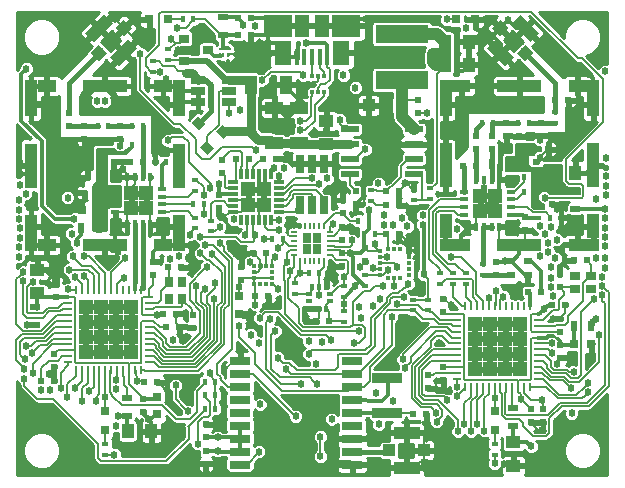
<source format=gtl>
G04 #@! TF.GenerationSoftware,KiCad,Pcbnew,(2017-02-19 revision a416f3a4e)-master*
G04 #@! TF.CreationDate,2017-04-25T22:04:13-07:00*
G04 #@! TF.ProjectId,Navi,4E6176692E6B696361645F7063620000,rev?*
G04 #@! TF.FileFunction,Copper,L1,Top,Mixed*
G04 #@! TF.FilePolarity,Positive*
%FSLAX46Y46*%
G04 Gerber Fmt 4.6, Leading zero omitted, Abs format (unit mm)*
G04 Created by KiCad (PCBNEW (2017-02-19 revision a416f3a4e)-master) date 04/25/17 22:04:13*
%MOMM*%
%LPD*%
G01*
G04 APERTURE LIST*
%ADD10C,0.150000*%
%ADD11R,0.300000X0.325000*%
%ADD12R,0.325000X0.300000*%
%ADD13R,0.600000X0.500000*%
%ADD14R,0.500000X0.600000*%
%ADD15R,0.750000X0.800000*%
%ADD16R,0.400000X0.300000*%
%ADD17R,0.300000X0.400000*%
%ADD18R,0.400000X0.600000*%
%ADD19R,0.600000X0.400000*%
%ADD20R,1.000000X1.600000*%
%ADD21R,0.850000X0.300000*%
%ADD22R,0.300000X0.850000*%
%ADD23R,1.300000X1.300000*%
%ADD24R,0.900000X0.500000*%
%ADD25R,0.230000X0.440000*%
%ADD26R,0.210000X0.230000*%
%ADD27C,0.800000*%
%ADD28R,0.900000X0.800000*%
%ADD29R,1.220000X0.650000*%
%ADD30R,1.000000X2.130000*%
%ADD31R,1.000000X3.800000*%
%ADD32R,1.650000X1.000000*%
%ADD33R,3.800000X1.000000*%
%ADD34R,1.000000X1.000000*%
%ADD35R,1.600000X1.000000*%
%ADD36R,4.500000X1.600000*%
%ADD37R,0.300000X0.450000*%
%ADD38R,1.100000X1.100000*%
%ADD39R,1.550000X0.600000*%
%ADD40R,1.800000X0.800000*%
%ADD41R,1.800000X0.700000*%
%ADD42R,0.700000X1.500000*%
%ADD43R,0.800000X0.800000*%
%ADD44R,0.800000X0.900000*%
%ADD45C,0.500000*%
%ADD46R,1.000000X1.250000*%
%ADD47R,0.800000X0.750000*%
%ADD48R,1.250000X1.000000*%
%ADD49R,1.475000X2.100000*%
%ADD50R,0.450000X1.380000*%
%ADD51R,1.175000X1.900000*%
%ADD52R,2.375000X1.900000*%
%ADD53R,0.400000X0.500000*%
%ADD54R,0.400000X0.550000*%
%ADD55R,0.550000X0.400000*%
%ADD56R,2.500000X0.900000*%
%ADD57R,0.800000X0.600000*%
%ADD58R,2.200000X1.050000*%
%ADD59R,0.200000X0.550000*%
%ADD60R,0.550000X0.200000*%
%ADD61R,0.800000X0.875000*%
%ADD62C,1.000000*%
%ADD63C,1.050000*%
%ADD64R,1.287500X1.287500*%
%ADD65R,0.700000X0.250000*%
%ADD66R,0.250000X0.700000*%
%ADD67R,1.250000X1.250000*%
%ADD68R,0.800000X0.350000*%
%ADD69R,0.350000X0.800000*%
%ADD70R,0.500000X0.900000*%
%ADD71C,0.625000*%
%ADD72C,0.160000*%
%ADD73C,0.300000*%
%ADD74C,0.130000*%
%ADD75C,0.450000*%
%ADD76C,0.500000*%
%ADD77C,0.800000*%
%ADD78C,1.000000*%
%ADD79C,0.250000*%
G04 APERTURE END LIST*
D10*
D11*
X71127542Y-108387028D03*
X70627542Y-108387028D03*
X70627542Y-106862028D03*
X71127542Y-106862028D03*
D12*
X70115042Y-108374528D03*
X71640042Y-108374528D03*
X70115042Y-106874528D03*
X71640042Y-106874528D03*
X70115042Y-107374528D03*
X70115042Y-107874528D03*
X71640042Y-107374528D03*
X71640042Y-107874528D03*
D13*
X71105083Y-105799055D03*
X70005083Y-105799055D03*
D14*
X69000000Y-106950000D03*
X69000000Y-108050000D03*
D13*
X70205082Y-109449055D03*
X71305082Y-109449055D03*
X82350000Y-104149999D03*
X81250000Y-104149999D03*
D14*
X79499999Y-105399999D03*
X79499999Y-106499999D03*
D15*
X68850000Y-109450000D03*
X68850000Y-110950000D03*
D16*
X80725000Y-105649999D03*
X80725000Y-106149999D03*
X80725000Y-106649999D03*
X80725000Y-107149999D03*
X80725000Y-107649999D03*
D17*
X81450000Y-107874999D03*
X81950000Y-107874999D03*
X82450000Y-107874999D03*
D16*
X83175000Y-107649999D03*
X83175000Y-107149999D03*
X83175000Y-106649999D03*
X83175000Y-106149999D03*
X83175000Y-105649999D03*
D17*
X82450000Y-105424999D03*
X81950000Y-105424999D03*
X81450000Y-105424999D03*
D18*
X80299999Y-104149999D03*
X79399999Y-104149999D03*
D19*
X79500000Y-108550000D03*
X79500000Y-107650000D03*
D20*
X69800000Y-91550000D03*
X72800000Y-91550000D03*
D21*
X68300000Y-99800000D03*
X68300000Y-100300000D03*
X68300000Y-100800000D03*
X68300000Y-101300000D03*
X68300000Y-101800000D03*
X68300000Y-102300000D03*
D22*
X69000000Y-103000000D03*
X69500000Y-103000000D03*
X70000000Y-103000000D03*
X70500000Y-103000000D03*
X71000000Y-103000000D03*
X71500000Y-103000000D03*
D21*
X72200000Y-102300000D03*
X72200000Y-101800000D03*
X72200000Y-101300000D03*
X72200000Y-100800000D03*
X72200000Y-100300000D03*
X72200000Y-99800000D03*
D22*
X71500000Y-99100000D03*
X71000000Y-99100000D03*
X70500000Y-99100000D03*
X70000000Y-99100000D03*
X69500000Y-99100000D03*
X69000000Y-99100000D03*
D23*
X70900000Y-101700000D03*
X70900000Y-100400000D03*
X69600000Y-101700000D03*
X69600000Y-100400000D03*
D13*
X68700000Y-85850000D03*
X69800000Y-85850000D03*
X69800000Y-87350000D03*
X68700000Y-87350000D03*
D24*
X67450000Y-85840561D03*
X67450000Y-87340561D03*
D19*
X62800000Y-89440001D03*
X62800000Y-88540001D03*
D25*
X67450000Y-89055000D03*
X67850000Y-89055000D03*
X67450000Y-88445000D03*
X67850000Y-88445000D03*
D26*
X67230000Y-88950000D03*
X68070000Y-88950000D03*
X68070000Y-88550000D03*
X67230000Y-88550000D03*
D27*
X65392893Y-94792893D03*
D10*
G36*
X65993934Y-94828248D02*
X65428248Y-95393934D01*
X64791852Y-94757538D01*
X65357538Y-94191852D01*
X65993934Y-94828248D01*
X65993934Y-94828248D01*
G37*
D27*
X67478858Y-95535355D03*
D10*
G36*
X68079899Y-95570710D02*
X67514213Y-96136396D01*
X66877817Y-95500000D01*
X67443503Y-94934314D01*
X68079899Y-95570710D01*
X68079899Y-95570710D01*
G37*
D27*
X66135355Y-96878858D03*
D10*
G36*
X66736396Y-96914213D02*
X66170710Y-97479899D01*
X65534314Y-96843503D01*
X66100000Y-96277817D01*
X66736396Y-96914213D01*
X66736396Y-96914213D01*
G37*
D28*
X64150000Y-87650000D03*
X64150000Y-89550000D03*
X66150000Y-88600000D03*
D29*
X65340000Y-91100000D03*
X65340000Y-92050000D03*
X65340000Y-93000000D03*
X67960000Y-93000000D03*
X67960000Y-92050000D03*
X67960000Y-91100000D03*
D30*
X86300435Y-93205076D03*
X98800435Y-93205076D03*
D31*
X86300435Y-98370076D03*
X98800435Y-98370076D03*
D30*
X86300435Y-103535076D03*
X98800435Y-103535076D03*
D32*
X87625435Y-91640076D03*
X87625435Y-105100076D03*
D33*
X92550435Y-91640076D03*
X92550435Y-105100076D03*
D32*
X97475435Y-91640076D03*
X97475435Y-105100076D03*
D34*
X98800435Y-91640076D03*
X86300435Y-91640076D03*
X86300435Y-105100076D03*
X98800435Y-105100076D03*
D30*
X51201310Y-93215658D03*
X63701310Y-93215658D03*
D31*
X51201310Y-98380658D03*
X63701310Y-98380658D03*
D30*
X51201310Y-103545658D03*
X63701310Y-103545658D03*
D32*
X52526310Y-91650658D03*
X52526310Y-105110658D03*
D33*
X57451310Y-91650658D03*
X57451310Y-105110658D03*
D32*
X62376310Y-91650658D03*
X62376310Y-105110658D03*
D34*
X63701310Y-91650658D03*
X51201310Y-91650658D03*
X51201310Y-105110658D03*
X63701310Y-105110658D03*
D35*
X73900000Y-96500000D03*
X73900000Y-93500000D03*
D36*
X82600000Y-87250000D03*
X82600000Y-91150000D03*
D37*
X75500000Y-92175000D03*
X75000000Y-92175000D03*
X75500000Y-90825000D03*
X76000000Y-92175000D03*
X75000000Y-90825000D03*
X76000000Y-90825000D03*
D13*
X81237868Y-100539340D03*
X82337868Y-100539340D03*
D14*
X78700000Y-101650000D03*
X78700000Y-100550000D03*
D38*
X82600000Y-93300000D03*
X79800000Y-93300000D03*
D39*
X83600000Y-95295000D03*
X83600000Y-96565000D03*
X83600000Y-97835000D03*
X83600000Y-99105000D03*
X78200000Y-99105000D03*
X78200000Y-97835000D03*
X78200000Y-96565000D03*
X78200000Y-95295000D03*
D40*
X68900435Y-116000076D03*
X78400435Y-116000076D03*
X68900435Y-117100076D03*
X78400435Y-117100076D03*
X68900435Y-118200076D03*
X78400435Y-118200076D03*
X68900435Y-119300076D03*
X78400435Y-119300076D03*
X68900435Y-120400076D03*
X78400435Y-120400076D03*
X68900435Y-121500076D03*
X78400435Y-121500076D03*
X68900435Y-122600076D03*
X78400435Y-122600076D03*
D41*
X68900435Y-114900076D03*
X78400435Y-114900076D03*
X68900435Y-123700076D03*
X78400435Y-123700076D03*
D24*
X92050000Y-118950000D03*
X92050000Y-120450000D03*
D18*
X71600000Y-104600000D03*
X72500000Y-104600000D03*
D42*
X76000000Y-101750000D03*
X75000000Y-101750000D03*
X74000000Y-101750000D03*
X74000000Y-98250000D03*
X75000000Y-98250000D03*
X76000000Y-98250000D03*
D13*
X70850000Y-97800000D03*
X71950000Y-97800000D03*
D14*
X67350000Y-97900000D03*
X67350000Y-99000000D03*
X67100000Y-100850000D03*
X67100000Y-101950000D03*
D13*
X93900435Y-97000076D03*
X95000435Y-97000076D03*
D14*
X84800000Y-117250000D03*
X84800000Y-116150000D03*
D13*
X69650000Y-97800000D03*
X68550000Y-97800000D03*
X55701219Y-100681010D03*
X56801219Y-100681010D03*
X52050000Y-116600000D03*
X53150000Y-116600000D03*
D43*
X62800000Y-86000000D03*
X61200000Y-86000000D03*
D18*
X64950000Y-86000000D03*
X64050000Y-86000000D03*
D43*
X57500000Y-120800000D03*
X57500000Y-119200000D03*
X87200000Y-86000000D03*
X88800000Y-86000000D03*
X90450000Y-120800000D03*
X90450000Y-119200000D03*
D19*
X66450000Y-103950000D03*
X66450000Y-103050000D03*
X90450000Y-122850000D03*
X90450000Y-121950000D03*
X57500000Y-121950000D03*
X57500000Y-122850000D03*
D18*
X65903554Y-117843754D03*
X66803554Y-117843754D03*
D44*
X64000783Y-108280936D03*
X64000783Y-109680936D03*
X62900783Y-109680936D03*
X62900783Y-108280936D03*
D28*
X97250000Y-107700000D03*
X98650000Y-107700000D03*
X98650000Y-108800000D03*
X97250000Y-108800000D03*
D45*
X69800000Y-112700000D03*
X70500000Y-113400000D03*
D19*
X61500000Y-89550000D03*
X61500000Y-90450000D03*
D13*
X61900000Y-116750000D03*
X60800000Y-116750000D03*
D14*
X94550000Y-120100000D03*
X94550000Y-119000000D03*
D18*
X66800000Y-119000000D03*
X65900000Y-119000000D03*
D19*
X84850000Y-110649723D03*
X84850000Y-109749723D03*
X83550000Y-110649723D03*
X83550000Y-109749723D03*
D18*
X66803832Y-116694279D03*
X65903832Y-116694279D03*
D46*
X88250000Y-89849999D03*
X86250000Y-89849999D03*
D13*
X62800784Y-106980934D03*
X63900784Y-106980934D03*
X98250000Y-106400000D03*
X97150000Y-106400000D03*
D14*
X95950000Y-108650000D03*
X95950000Y-107550000D03*
X64950000Y-111000000D03*
X64950000Y-112100000D03*
X86100000Y-109650000D03*
X86100000Y-110750000D03*
X88900000Y-95850076D03*
X88900000Y-96950076D03*
X96000000Y-114650000D03*
X96000000Y-113550000D03*
D13*
X63450000Y-110950000D03*
X62350000Y-110950000D03*
D14*
X53150784Y-115430934D03*
X53150784Y-114330934D03*
X96000000Y-111350000D03*
X96000000Y-112450000D03*
D47*
X98650000Y-113500000D03*
X97150000Y-113500000D03*
D15*
X61900000Y-119450000D03*
X61900000Y-117950000D03*
D47*
X55501219Y-102131010D03*
X57001219Y-102131010D03*
D48*
X51750000Y-107200000D03*
X51750000Y-109200000D03*
D46*
X61400435Y-120900076D03*
X59400435Y-120900076D03*
D48*
X92050000Y-123800000D03*
X92050000Y-121800000D03*
D46*
X88250000Y-87900000D03*
X86250000Y-87900000D03*
X97300435Y-99000076D03*
X95300435Y-99000076D03*
D18*
X93850435Y-99350076D03*
X92950435Y-99350076D03*
D49*
X72537500Y-88840000D03*
D50*
X73700000Y-89200000D03*
X74350000Y-89200000D03*
X75000000Y-89200000D03*
X75650000Y-89200000D03*
D51*
X74162500Y-86540000D03*
X75837500Y-86540000D03*
D52*
X72087500Y-86540000D03*
X77912500Y-86540000D03*
D49*
X77462500Y-88840000D03*
D50*
X76300000Y-89200000D03*
D14*
X66000870Y-120300152D03*
X66000870Y-121400152D03*
X66000870Y-123650152D03*
X66000870Y-122550152D03*
D13*
X75320120Y-111569520D03*
X76420120Y-111569520D03*
D14*
X77570120Y-103619520D03*
X77570120Y-104719520D03*
D13*
X84675000Y-119450000D03*
X83575000Y-119450000D03*
D14*
X77550526Y-106899723D03*
X77550526Y-105799723D03*
X77600000Y-101300000D03*
X77600000Y-102400000D03*
D53*
X75020120Y-110489520D03*
D54*
X75620120Y-110489520D03*
X75020120Y-108649520D03*
X75620120Y-108649520D03*
D55*
X76540120Y-109269520D03*
X76540120Y-109869520D03*
D53*
X76220120Y-108649520D03*
D55*
X74700120Y-109269520D03*
X74700120Y-109869520D03*
D54*
X76220120Y-110489520D03*
D18*
X75620120Y-107469520D03*
X74720120Y-107469520D03*
D19*
X77670120Y-108619520D03*
X77670120Y-109519520D03*
X77670120Y-111619520D03*
X77670120Y-110719520D03*
D18*
X78900000Y-103050000D03*
X79800000Y-103050000D03*
D19*
X73570120Y-109219520D03*
X73570120Y-108319520D03*
D56*
X81350000Y-116400000D03*
X81350000Y-119300000D03*
D57*
X91850000Y-106450000D03*
X91850000Y-107650000D03*
X93250000Y-107650000D03*
X93250000Y-106450000D03*
D34*
X81500526Y-122499723D03*
X84500526Y-122499723D03*
D58*
X83000526Y-123974723D03*
X83000526Y-121024723D03*
D59*
X74000120Y-106474520D03*
X74400120Y-106474520D03*
X74800120Y-106474520D03*
X75200120Y-106474520D03*
X75600120Y-106474520D03*
X76000120Y-106474520D03*
D60*
X76500120Y-105974520D03*
X76500120Y-105574520D03*
X76500120Y-105174520D03*
X76500120Y-104774520D03*
X76500120Y-104374520D03*
X76500120Y-103974520D03*
D59*
X76000120Y-103474520D03*
X75600120Y-103474520D03*
X75200120Y-103474520D03*
X74800120Y-103474520D03*
X74400120Y-103474520D03*
X74000120Y-103474520D03*
D60*
X73500120Y-103974520D03*
X73500120Y-104374520D03*
X73500120Y-104774520D03*
X73500120Y-105174520D03*
X73500120Y-105574520D03*
X73500120Y-105974520D03*
D61*
X75400120Y-104539520D03*
X74600120Y-104539520D03*
X75400120Y-105409520D03*
X74600120Y-105409520D03*
D62*
X93060660Y-88860660D03*
D10*
G36*
X93060660Y-89567767D02*
X92353553Y-88860660D01*
X93060660Y-88153553D01*
X93767767Y-88860660D01*
X93060660Y-89567767D01*
X93060660Y-89567767D01*
G37*
D62*
X90939340Y-86739340D03*
D10*
G36*
X90939340Y-87446447D02*
X90232233Y-86739340D01*
X90939340Y-86032233D01*
X91646447Y-86739340D01*
X90939340Y-87446447D01*
X90939340Y-87446447D01*
G37*
D63*
X93042983Y-86757017D03*
D10*
G36*
X93449569Y-87906066D02*
X91893934Y-86350431D01*
X92636397Y-85607968D01*
X94192032Y-87163603D01*
X93449569Y-87906066D01*
X93449569Y-87906066D01*
G37*
D63*
X90957017Y-88842983D03*
D10*
G36*
X91363603Y-89992032D02*
X89807968Y-88436397D01*
X90550431Y-87693934D01*
X92106066Y-89249569D01*
X91363603Y-89992032D01*
X91363603Y-89992032D01*
G37*
D62*
X56939340Y-88860660D03*
D10*
G36*
X56232233Y-88860660D02*
X56939340Y-88153553D01*
X57646447Y-88860660D01*
X56939340Y-89567767D01*
X56232233Y-88860660D01*
X56232233Y-88860660D01*
G37*
D62*
X59060660Y-86739340D03*
D10*
G36*
X58353553Y-86739340D02*
X59060660Y-86032233D01*
X59767767Y-86739340D01*
X59060660Y-87446447D01*
X58353553Y-86739340D01*
X58353553Y-86739340D01*
G37*
D63*
X59042983Y-88842983D03*
D10*
G36*
X57893934Y-89249569D02*
X59449569Y-87693934D01*
X60192032Y-88436397D01*
X58636397Y-89992032D01*
X57893934Y-89249569D01*
X57893934Y-89249569D01*
G37*
D63*
X56957017Y-86757017D03*
D10*
G36*
X55807968Y-87163603D02*
X57363603Y-85607968D01*
X58106066Y-86350431D01*
X56550431Y-87906066D01*
X55807968Y-87163603D01*
X55807968Y-87163603D01*
G37*
D13*
X82337868Y-101739340D03*
X81237868Y-101739340D03*
D14*
X84000000Y-93950000D03*
X84000000Y-92850000D03*
D48*
X76200000Y-94600000D03*
X76200000Y-96600000D03*
D35*
X71800000Y-93500000D03*
X71800000Y-96500000D03*
D19*
X85000000Y-101200000D03*
X85000000Y-100300000D03*
X83600000Y-100400000D03*
X83600000Y-101300000D03*
X79987868Y-101350000D03*
X79987868Y-100450000D03*
D13*
X96400000Y-110150000D03*
X95300000Y-110150000D03*
D14*
X91450435Y-95850076D03*
X91450435Y-94750076D03*
X94350435Y-95850076D03*
X94350435Y-94750076D03*
D13*
X96700000Y-92850000D03*
X95600000Y-92850000D03*
X59551218Y-98081011D03*
X60651218Y-98081011D03*
X94400000Y-109050000D03*
X93300000Y-109050000D03*
D14*
X58751219Y-96131011D03*
X58751219Y-95031011D03*
X55700000Y-96130657D03*
X55700000Y-95030657D03*
X54400000Y-95030659D03*
X54400000Y-93930659D03*
D18*
X90300435Y-94750076D03*
X89400435Y-94750076D03*
X93350435Y-94750076D03*
X92450435Y-94750076D03*
D19*
X95600000Y-93850076D03*
X95600000Y-94750076D03*
D18*
X60651220Y-96681010D03*
X59751220Y-96681010D03*
X59751220Y-95031011D03*
X60651220Y-95031011D03*
X56850000Y-95031011D03*
X57750000Y-95031011D03*
D64*
X92631326Y-111768315D03*
X91343826Y-111768315D03*
X90056326Y-111768315D03*
X88768826Y-111768315D03*
X92631326Y-113055815D03*
X91343826Y-113055815D03*
X90056326Y-113055815D03*
X88768826Y-113055815D03*
X92631326Y-114343315D03*
X91343826Y-114343315D03*
X90056326Y-114343315D03*
X88768826Y-114343315D03*
X92631326Y-115630815D03*
X91343826Y-115630815D03*
X90056326Y-115630815D03*
X88768826Y-115630815D03*
D65*
X94100076Y-110949565D03*
X94100076Y-111449565D03*
X94100076Y-111949565D03*
X94100076Y-112449565D03*
X94100076Y-112949565D03*
X94100076Y-113449565D03*
X94100076Y-113949565D03*
X94100076Y-114449565D03*
X94100076Y-114949565D03*
X94100076Y-115449565D03*
X94100076Y-115949565D03*
X94100076Y-116449565D03*
D66*
X93450076Y-117099565D03*
X92950076Y-117099565D03*
X92450076Y-117099565D03*
X91950076Y-117099565D03*
X91450076Y-117099565D03*
X90950076Y-117099565D03*
X90450076Y-117099565D03*
X89950076Y-117099565D03*
X89450076Y-117099565D03*
X88950076Y-117099565D03*
X88450076Y-117099565D03*
X87950076Y-117099565D03*
D65*
X87300076Y-116449565D03*
X87300076Y-115949565D03*
X87300076Y-115449565D03*
X87300076Y-114949565D03*
X87300076Y-114449565D03*
X87300076Y-113949565D03*
X87300076Y-113449565D03*
X87300076Y-112949565D03*
X87300076Y-112449565D03*
X87300076Y-111949565D03*
X87300076Y-111449565D03*
X87300076Y-110949565D03*
D66*
X87950076Y-110299565D03*
X88450076Y-110299565D03*
X88950076Y-110299565D03*
X89450076Y-110299565D03*
X89950076Y-110299565D03*
X90450076Y-110299565D03*
X90950076Y-110299565D03*
X91450076Y-110299565D03*
X91950076Y-110299565D03*
X92450076Y-110299565D03*
X92950076Y-110299565D03*
X93450076Y-110299565D03*
D67*
X90500435Y-100950076D03*
X89250435Y-100950076D03*
X90500435Y-102200076D03*
X89250435Y-102200076D03*
D68*
X91875435Y-100600076D03*
X91875435Y-101250076D03*
X91875435Y-101900076D03*
X91875435Y-102550076D03*
D69*
X90850435Y-103575076D03*
X90200435Y-103575076D03*
X89550435Y-103575076D03*
X88900435Y-103575076D03*
D68*
X87875435Y-102550076D03*
X87875435Y-101900076D03*
X87875435Y-101250076D03*
X87875435Y-100600076D03*
D69*
X88900435Y-99575076D03*
X89550435Y-99575076D03*
X90200435Y-99575076D03*
X90850435Y-99575076D03*
D64*
X59682469Y-110349761D03*
X58394969Y-110349761D03*
X57107469Y-110349761D03*
X55819969Y-110349761D03*
X59682469Y-111637261D03*
X58394969Y-111637261D03*
X57107469Y-111637261D03*
X55819969Y-111637261D03*
X59682469Y-112924761D03*
X58394969Y-112924761D03*
X57107469Y-112924761D03*
X55819969Y-112924761D03*
X59682469Y-114212261D03*
X58394969Y-114212261D03*
X57107469Y-114212261D03*
X55819969Y-114212261D03*
D65*
X61151219Y-109531011D03*
X61151219Y-110031011D03*
X61151219Y-110531011D03*
X61151219Y-111031011D03*
X61151219Y-111531011D03*
X61151219Y-112031011D03*
X61151219Y-112531011D03*
X61151219Y-113031011D03*
X61151219Y-113531011D03*
X61151219Y-114031011D03*
X61151219Y-114531011D03*
X61151219Y-115031011D03*
D66*
X60501219Y-115681011D03*
X60001219Y-115681011D03*
X59501219Y-115681011D03*
X59001219Y-115681011D03*
X58501219Y-115681011D03*
X58001219Y-115681011D03*
X57501219Y-115681011D03*
X57001219Y-115681011D03*
X56501219Y-115681011D03*
X56001219Y-115681011D03*
X55501219Y-115681011D03*
X55001219Y-115681011D03*
D65*
X54351219Y-115031011D03*
X54351219Y-114531011D03*
X54351219Y-114031011D03*
X54351219Y-113531011D03*
X54351219Y-113031011D03*
X54351219Y-112531011D03*
X54351219Y-112031011D03*
X54351219Y-111531011D03*
X54351219Y-111031011D03*
X54351219Y-110531011D03*
X54351219Y-110031011D03*
X54351219Y-109531011D03*
D66*
X55001219Y-108881011D03*
X55501219Y-108881011D03*
X56001219Y-108881011D03*
X56501219Y-108881011D03*
X57001219Y-108881011D03*
X57501219Y-108881011D03*
X58001219Y-108881011D03*
X58501219Y-108881011D03*
X59001219Y-108881011D03*
X59501219Y-108881011D03*
X60001219Y-108881011D03*
X60501219Y-108881011D03*
D67*
X59701220Y-101981013D03*
X60951220Y-101981013D03*
X59701220Y-100731013D03*
X60951220Y-100731013D03*
D68*
X58326220Y-102331013D03*
X58326220Y-101681013D03*
X58326220Y-101031013D03*
X58326220Y-100381013D03*
D69*
X59351220Y-99356013D03*
X60001220Y-99356013D03*
X60651220Y-99356013D03*
X61301220Y-99356013D03*
D68*
X62326220Y-100381013D03*
X62326220Y-101031013D03*
X62326220Y-101681013D03*
X62326220Y-102331013D03*
D69*
X61301220Y-103356013D03*
X60651220Y-103356013D03*
X60001220Y-103356013D03*
X59351220Y-103356013D03*
D14*
X92500435Y-95900076D03*
X92500435Y-97000076D03*
X90550000Y-107650000D03*
X90550000Y-106550000D03*
X93050435Y-102750076D03*
X93050435Y-103850076D03*
X95350435Y-100550076D03*
X95350435Y-101650076D03*
D13*
X87800435Y-98400076D03*
X88900435Y-98400076D03*
D14*
X90250435Y-95850076D03*
X90250435Y-96950076D03*
X86100000Y-116550000D03*
X86100000Y-115450000D03*
D13*
X93950435Y-98050076D03*
X92850435Y-98050076D03*
D14*
X93500000Y-120100000D03*
X93500000Y-119000000D03*
X61500000Y-106531010D03*
X61500000Y-107631010D03*
D24*
X59300435Y-118050076D03*
X59300435Y-119550076D03*
D70*
X55450784Y-103680935D03*
X56950784Y-103680935D03*
D24*
X51550000Y-111900000D03*
X51550000Y-110400000D03*
D19*
X65100000Y-99600000D03*
X65100000Y-100500000D03*
D18*
X65850000Y-101650000D03*
X64950000Y-101650000D03*
D19*
X65100000Y-103700000D03*
X65100000Y-102800000D03*
D18*
X62601219Y-98081011D03*
X61701219Y-98081011D03*
D19*
X85811000Y-108406060D03*
X85811000Y-107506060D03*
X86911001Y-108406060D03*
X86911001Y-107506060D03*
X88011000Y-108406060D03*
X88011000Y-107506060D03*
D18*
X95150435Y-102800076D03*
X96050435Y-102800076D03*
D13*
X56001220Y-99381011D03*
X57101220Y-99381011D03*
X58201219Y-98081010D03*
X57101219Y-98081010D03*
D14*
X53350000Y-108430934D03*
X53350000Y-109530934D03*
D70*
X91700435Y-98250076D03*
X90200435Y-98250076D03*
D13*
X63750000Y-112050000D03*
X62650000Y-112050000D03*
D14*
X60700435Y-119250076D03*
X60700435Y-118150076D03*
D19*
X89500000Y-106750000D03*
X89500000Y-107650000D03*
X94150435Y-101900076D03*
X94150435Y-102800076D03*
D24*
X97300435Y-100550076D03*
X97300435Y-102050076D03*
D18*
X93850435Y-100650076D03*
X92950435Y-100650076D03*
D70*
X97150000Y-111950000D03*
X98650000Y-111950000D03*
D71*
X55650000Y-110300000D03*
X79447518Y-98950000D03*
X50750000Y-118100000D03*
X73500000Y-113800000D03*
X95300000Y-86050000D03*
X58750000Y-96727490D03*
X98400000Y-90600000D03*
X81900000Y-99049986D03*
X89550000Y-100324484D03*
X79085381Y-106991600D03*
X94452446Y-120750000D03*
X51327488Y-106177553D03*
X67000000Y-123627490D03*
X77050004Y-123450000D03*
X84500000Y-123449988D03*
X98804766Y-98379440D03*
X90050000Y-114200000D03*
X90100000Y-115600000D03*
X74550000Y-111549977D03*
X69700000Y-111250000D03*
X64850010Y-106872479D03*
X81450000Y-115477488D03*
X71350000Y-95327490D03*
X58281281Y-93768719D03*
X62650000Y-91072554D03*
X78700000Y-102277480D03*
X82900000Y-99900000D03*
X76750000Y-121400008D03*
X50250000Y-98150000D03*
X67525931Y-115767532D03*
X59700000Y-111837499D03*
X71300000Y-110150000D03*
X68600000Y-105875000D03*
X83175000Y-104900000D03*
X58300002Y-85950000D03*
X67500000Y-102749982D03*
X70900000Y-101700000D03*
X69600000Y-101700000D03*
X69600000Y-100400000D03*
X70900000Y-100400000D03*
X52800000Y-93650000D03*
X50250000Y-99100000D03*
X60100000Y-87799992D03*
X55000000Y-101600000D03*
X98700000Y-114350000D03*
X55729591Y-112419436D03*
X84824723Y-121024723D03*
X95727498Y-115150000D03*
X88768826Y-114343315D03*
X85725000Y-113375000D03*
X88768826Y-113055815D03*
X91250000Y-123625000D03*
X62875000Y-118025000D03*
X58949994Y-98650000D03*
X56050000Y-96650002D03*
X59682469Y-114212261D03*
X58549978Y-105700022D03*
X59599990Y-102100000D03*
X59450000Y-100500000D03*
X61277521Y-100446985D03*
X65127678Y-87310536D03*
X65150000Y-88350000D03*
X63650000Y-88600000D03*
X84950000Y-96550000D03*
X64050000Y-113199989D03*
X59682469Y-110162490D03*
X91343975Y-106498736D03*
X89862839Y-101851457D03*
X94272512Y-97725000D03*
X94272588Y-96250000D03*
X89200000Y-87500000D03*
X87250000Y-90450000D03*
X79550000Y-85950000D03*
X79350000Y-88800000D03*
X73950000Y-92750014D03*
X56050000Y-93750000D03*
X61700000Y-97400000D03*
X55500000Y-99900000D03*
X62400000Y-94937510D03*
X70272937Y-119400000D03*
X86750680Y-110199575D03*
X95728225Y-102098791D03*
X72850000Y-94250000D03*
X76200000Y-95500000D03*
X95402829Y-111352829D03*
X76600000Y-107500000D03*
X76800000Y-98250000D03*
X72900000Y-97800000D03*
X73450000Y-103400000D03*
X55050000Y-100700000D03*
X52718962Y-116054831D03*
X61150000Y-119850000D03*
X67000000Y-120300000D03*
X86100000Y-117400000D03*
X71250000Y-88000000D03*
X60250000Y-86000000D03*
X78250000Y-103600000D03*
X90300010Y-87400000D03*
X91600000Y-86050040D03*
X89700000Y-86000000D03*
X80700000Y-89850000D03*
X77600000Y-100450000D03*
X87700000Y-96900000D03*
X90056326Y-113055815D03*
X91343826Y-115630815D03*
X58600000Y-119550032D03*
X61900000Y-111000000D03*
X80300000Y-105000000D03*
X78600000Y-108600000D03*
X84450000Y-107600000D03*
X55078778Y-104900000D03*
X99800000Y-90400000D03*
X99800000Y-102050000D03*
X70200000Y-110150006D03*
X68850000Y-108700000D03*
X67082488Y-99918274D03*
X79800000Y-102150000D03*
X68900000Y-93700000D03*
X70900000Y-104600000D03*
X67200000Y-103550000D03*
X58400000Y-117299996D03*
X50900000Y-111850000D03*
X99050000Y-111350000D03*
X84367419Y-103384818D03*
X85200000Y-88900012D03*
X70600000Y-118600000D03*
X90450000Y-123600000D03*
X78200000Y-105800000D03*
X77700000Y-110100000D03*
X74000000Y-107450000D03*
X58250000Y-122850000D03*
X66999998Y-121400000D03*
X67000000Y-122550000D03*
X76650000Y-119850000D03*
X63200000Y-113150000D03*
X88050000Y-86750000D03*
X85200000Y-89600000D03*
X78654570Y-91800000D03*
X70200000Y-86600000D03*
X92650000Y-118150000D03*
X67199991Y-104950000D03*
X73600000Y-119600000D03*
X56800000Y-92950002D03*
X57450000Y-92950000D03*
X64300000Y-90650000D03*
X50800000Y-90200000D03*
X54854784Y-102909157D03*
X63600000Y-86750000D03*
X70250000Y-97100000D03*
X68350000Y-102950000D03*
X60450018Y-88899982D03*
X63701028Y-106083170D03*
X74000000Y-94597500D03*
X74000000Y-95402500D03*
X93550000Y-122150000D03*
X94650000Y-110549988D03*
X60200000Y-116650000D03*
X54447554Y-107200009D03*
X65842422Y-100865923D03*
X65850000Y-102449982D03*
X59050000Y-107883645D03*
X64699972Y-104250000D03*
X59163567Y-106246476D03*
X94452446Y-118200000D03*
X70500000Y-113400000D03*
X66350000Y-115950000D03*
X80137500Y-107070371D03*
X78349992Y-104700000D03*
X78549994Y-113450000D03*
X81000000Y-108549988D03*
X82199998Y-106955658D03*
X73149998Y-107350000D03*
X78951520Y-112394503D03*
X81350000Y-106127355D03*
X72900006Y-106550000D03*
X89949990Y-109600000D03*
X81850000Y-118300000D03*
X54733961Y-106075011D03*
X74050012Y-116900000D03*
X71400000Y-111350000D03*
X76600000Y-113150000D03*
X70550000Y-111300000D03*
X55700000Y-106083204D03*
X90530065Y-108970970D03*
X80450000Y-117600000D03*
X75700000Y-122999982D03*
X75400000Y-116900000D03*
X75700000Y-121350000D03*
X71900000Y-112400000D03*
X58427933Y-120400000D03*
X58400000Y-116514987D03*
X96977521Y-119350000D03*
X99572509Y-107801334D03*
X54926343Y-107822106D03*
X70133456Y-104300000D03*
X65533146Y-104404097D03*
X72826081Y-115600000D03*
X81750000Y-111200000D03*
X55710532Y-107747756D03*
X69348443Y-104300000D03*
X68822172Y-111927828D03*
X82166513Y-110075138D03*
X65300000Y-121950000D03*
X80650000Y-120300000D03*
X91198426Y-109494340D03*
X64500000Y-119200000D03*
X86794923Y-106144923D03*
X74700022Y-114350000D03*
X83150000Y-108400000D03*
X63450000Y-117000000D03*
X50228808Y-100000000D03*
X50650000Y-116450000D03*
X54300000Y-101100000D03*
X71900000Y-106150000D03*
X75625000Y-109375000D03*
X99800000Y-102850000D03*
X72100000Y-108850000D03*
X77675000Y-107825000D03*
X99022510Y-101250002D03*
X70500000Y-122600000D03*
X69800000Y-112700000D03*
X87300000Y-117900000D03*
X87300000Y-117100000D03*
X54250000Y-118000022D03*
X53712490Y-117251908D03*
X79500000Y-97004956D03*
X99900000Y-97750000D03*
X94696276Y-101105304D03*
X62125730Y-90439516D03*
X87272937Y-103750000D03*
X95277468Y-113450000D03*
X95291739Y-114234872D03*
X97150000Y-115847502D03*
X98853447Y-109686266D03*
X99262567Y-112703013D03*
X96900000Y-117250000D03*
X98380077Y-116780077D03*
X98400383Y-117564827D03*
X51349991Y-115912490D03*
X51300000Y-114250000D03*
X50777521Y-113650000D03*
X50700264Y-114796615D03*
X50639221Y-115579250D03*
X50550000Y-107400000D03*
X50547774Y-108185008D03*
X51331635Y-108227493D03*
X55550000Y-118300000D03*
X54900000Y-117250010D03*
X57500000Y-118000000D03*
X56700000Y-118300000D03*
X56100000Y-117500000D03*
X66075011Y-106950000D03*
X65214213Y-108545941D03*
X50198115Y-102120460D03*
X50200004Y-102905469D03*
X65929953Y-108868370D03*
X66812456Y-108316675D03*
X50228808Y-103700000D03*
X50228798Y-104530318D03*
X66701991Y-109651991D03*
X65527493Y-105800000D03*
X66557198Y-105886244D03*
X65955320Y-105141815D03*
X50150000Y-106100000D03*
X52050000Y-117400000D03*
X50222152Y-105315301D03*
X52850000Y-117400000D03*
X54306971Y-108856962D03*
X99800000Y-103635003D03*
X83071007Y-103528010D03*
X81884846Y-103400696D03*
X95234549Y-103572588D03*
X94261739Y-103475336D03*
X81100000Y-103385003D03*
X81100000Y-102600000D03*
X94680405Y-104140190D03*
X90450000Y-118100000D03*
X94950000Y-104900000D03*
X87900000Y-120250000D03*
X99805171Y-106254281D03*
X99572512Y-108586335D03*
X99772937Y-105204541D03*
X89005086Y-120244912D03*
X99022512Y-106193542D03*
X88450000Y-120900000D03*
X99572522Y-109371346D03*
X95699996Y-104650000D03*
X89550000Y-120850000D03*
X86450000Y-118250000D03*
X99800000Y-107049998D03*
X87350004Y-120900000D03*
X85552217Y-120083264D03*
X85500004Y-119300000D03*
X82895119Y-115560376D03*
X82700000Y-114800000D03*
X75350000Y-115150000D03*
X95436747Y-109408788D03*
X74700000Y-113250000D03*
X95200002Y-108649998D03*
X75800000Y-113350000D03*
X95227753Y-107865487D03*
X79000000Y-110400000D03*
X95600000Y-106250000D03*
X79150000Y-111250000D03*
X95200000Y-107000000D03*
X80149996Y-110250000D03*
X94300000Y-106072598D03*
X80750000Y-109650000D03*
X94996938Y-105697447D03*
X86400000Y-86000000D03*
X80602366Y-99897346D03*
X72100012Y-114650000D03*
X62935832Y-106258422D03*
X66397369Y-100301471D03*
X74250000Y-90750000D03*
X70772502Y-91150000D03*
X84350000Y-102600000D03*
X82750000Y-109550000D03*
X77650000Y-90750000D03*
X62791645Y-96245197D03*
X77350000Y-94500000D03*
X84700000Y-93950000D03*
X63050000Y-87650000D03*
X67950000Y-93900000D03*
X69150000Y-86500000D03*
X74500000Y-88000000D03*
X72150000Y-105400000D03*
X81950000Y-108575000D03*
X69760058Y-106521557D03*
X76800000Y-103300000D03*
X81446953Y-107202367D03*
X54650000Y-104150002D03*
X72200000Y-103800000D03*
X76288289Y-99472504D03*
X72650000Y-98600000D03*
X72200000Y-103000000D03*
X99850650Y-100919974D03*
X75624319Y-99948400D03*
X99844130Y-100134990D03*
X75000000Y-99472514D03*
X99850000Y-99300000D03*
X50173776Y-101335826D03*
X72200000Y-99300000D03*
X50747478Y-100753170D03*
X71750000Y-98550000D03*
X99772937Y-104419538D03*
X82600000Y-102850000D03*
D72*
X70000000Y-99100000D02*
X70000000Y-98515000D01*
X70000000Y-98515000D02*
X70515000Y-98000000D01*
X70800000Y-97800000D02*
X70850000Y-97800000D01*
X70515000Y-98000000D02*
X70600000Y-98000000D01*
X70600000Y-98000000D02*
X70800000Y-97800000D01*
X55819969Y-110349761D02*
X55699761Y-110349761D01*
X55699761Y-110349761D02*
X55650000Y-110300000D01*
X79447518Y-98845516D02*
X79447518Y-98950000D01*
X76800000Y-98250000D02*
X77114999Y-98564999D01*
X79547504Y-99049986D02*
X79447518Y-98950000D01*
D73*
X79287501Y-99551958D02*
X79447518Y-99391941D01*
D72*
X81900000Y-99049986D02*
X79547504Y-99049986D01*
D73*
X78700000Y-101600000D02*
X79287501Y-101012499D01*
X78700000Y-101650000D02*
X78700000Y-101600000D01*
X79447518Y-99391941D02*
X79447518Y-98950000D01*
D72*
X79167001Y-98564999D02*
X79447518Y-98845516D01*
X77114999Y-98564999D02*
X79167001Y-98564999D01*
D73*
X79287501Y-101012499D02*
X79287501Y-99551958D01*
D72*
X83600000Y-96565000D02*
X82285000Y-96565000D01*
X82285000Y-96565000D02*
X81900000Y-96950000D01*
X81900000Y-96950000D02*
X81900000Y-98608045D01*
X81900000Y-98608045D02*
X81900000Y-99049986D01*
X59551218Y-98081011D02*
X59068989Y-98081011D01*
X58949994Y-98200006D02*
X58949994Y-98650000D01*
X59068989Y-98081011D02*
X58949994Y-98200006D01*
X58201219Y-98081010D02*
X58731010Y-98081010D01*
X58731010Y-98081010D02*
X58949994Y-98299994D01*
X58949994Y-98299994D02*
X58949994Y-98650000D01*
X58751219Y-96726271D02*
X58750000Y-96727490D01*
X58751219Y-96131011D02*
X58751219Y-96726271D01*
D74*
X73500120Y-104374520D02*
X73095120Y-104374520D01*
X73095120Y-104374520D02*
X72950000Y-104229400D01*
X72950000Y-104229400D02*
X72950000Y-103744638D01*
X72950000Y-103744638D02*
X73294638Y-103400000D01*
X73294638Y-103400000D02*
X73450000Y-103400000D01*
D73*
X98800435Y-91640076D02*
X98800435Y-91000435D01*
X98800435Y-91000435D02*
X98400000Y-90600000D01*
D72*
X68070000Y-88950000D02*
X68335000Y-88950000D01*
X68335000Y-88950000D02*
X68450000Y-88835000D01*
X68815000Y-88835000D02*
X69800000Y-87850000D01*
X68450000Y-88835000D02*
X68815000Y-88835000D01*
X69800000Y-87850000D02*
X69800000Y-87350000D01*
X89550435Y-100324049D02*
X89550000Y-100324484D01*
X89550435Y-99575076D02*
X89550435Y-100324049D01*
D74*
X79085381Y-106964617D02*
X79085381Y-106991600D01*
X79499999Y-106549999D02*
X79085381Y-106964617D01*
X79499999Y-106499999D02*
X79499999Y-106549999D01*
X94550000Y-120100000D02*
X94550000Y-120652446D01*
X94100000Y-120750000D02*
X94452446Y-120750000D01*
X94550000Y-120652446D02*
X94452446Y-120750000D01*
X93500000Y-120100000D02*
X93500000Y-120150000D01*
X93500000Y-120150000D02*
X94100000Y-120750000D01*
D73*
X53150784Y-108430934D02*
X53150784Y-108000849D01*
X51639987Y-106490052D02*
X51327488Y-106177553D01*
X53150784Y-108000849D02*
X51639987Y-106490052D01*
X51201310Y-105110658D02*
X51201310Y-106051375D01*
X51201310Y-106051375D02*
X51327488Y-106177553D01*
X66000870Y-123650152D02*
X66977338Y-123650152D01*
X66977338Y-123650152D02*
X67000000Y-123627490D01*
X78400435Y-123700076D02*
X78200359Y-123500000D01*
X78200359Y-123500000D02*
X77099649Y-123500000D01*
X77099649Y-123500000D02*
X77050004Y-123549645D01*
X77050004Y-123549645D02*
X77050004Y-123450000D01*
D72*
X83000526Y-123974723D02*
X83575277Y-123974723D01*
X83575277Y-123974723D02*
X84100012Y-123449988D01*
X84100012Y-123449988D02*
X84500000Y-123449988D01*
X84500526Y-123449462D02*
X84500000Y-123449988D01*
X84500526Y-122499723D02*
X84500526Y-123449462D01*
D74*
X92550435Y-105100076D02*
X92749924Y-105100076D01*
X92749924Y-105100076D02*
X93050435Y-104799565D01*
X93050435Y-104799565D02*
X93050435Y-103850076D01*
X90850435Y-103575076D02*
X90850435Y-104800435D01*
X90850435Y-104800435D02*
X91150076Y-105100076D01*
X91150076Y-105100076D02*
X92550435Y-105100076D01*
X98804766Y-98374407D02*
X98804766Y-98379440D01*
X98800435Y-98370076D02*
X98804766Y-98374407D01*
X90056326Y-114343315D02*
X90056326Y-114206326D01*
X90056326Y-114206326D02*
X90050000Y-114200000D01*
X90087141Y-115600000D02*
X90100000Y-115600000D01*
X90056326Y-115630815D02*
X90087141Y-115600000D01*
D75*
X63701310Y-98380658D02*
X63701310Y-97401310D01*
X63701310Y-97401310D02*
X63387501Y-97087501D01*
X63387501Y-97087501D02*
X62012499Y-97087501D01*
X62012499Y-97087501D02*
X61700000Y-97400000D01*
D74*
X74569543Y-111569520D02*
X74550000Y-111549977D01*
X75320120Y-111569520D02*
X74569543Y-111569520D01*
X68850000Y-110950000D02*
X69150000Y-111250000D01*
X69150000Y-111250000D02*
X69700000Y-111250000D01*
D73*
X64741555Y-106980934D02*
X64850010Y-106872479D01*
X63900784Y-106980934D02*
X64741555Y-106980934D01*
D74*
X63701310Y-91650658D02*
X63701310Y-91559172D01*
X62337501Y-91611849D02*
X62337501Y-91385053D01*
X62376310Y-91650658D02*
X62337501Y-91611849D01*
D76*
X58281281Y-92480629D02*
X58281281Y-93326778D01*
X57451310Y-91650658D02*
X58281281Y-92480629D01*
D74*
X62337501Y-91385053D02*
X62650000Y-91072554D01*
D76*
X58281281Y-93326778D02*
X58281281Y-93768719D01*
D72*
X77600000Y-100450000D02*
X77600000Y-100008059D01*
X77600000Y-100008059D02*
X76800000Y-99208059D01*
X76800000Y-99208059D02*
X76800000Y-98691941D01*
X76800000Y-98691941D02*
X76800000Y-98250000D01*
X78700000Y-101650000D02*
X78700000Y-102277480D01*
X82900000Y-100027208D02*
X82900000Y-99900000D01*
X82337868Y-100539340D02*
X82387868Y-100539340D01*
X83500000Y-100400000D02*
X83000000Y-99900000D01*
X83600000Y-100400000D02*
X83500000Y-100400000D01*
X83000000Y-99900000D02*
X82900000Y-99900000D01*
X82387868Y-100539340D02*
X82900000Y-100027208D01*
D73*
X76850068Y-121500076D02*
X76750000Y-121400008D01*
X78400435Y-121500076D02*
X76850068Y-121500076D01*
X51201310Y-98380658D02*
X50401310Y-98380658D01*
X50250000Y-98229348D02*
X50250000Y-98150000D01*
X50401310Y-98380658D02*
X50250000Y-98229348D01*
D72*
X68900435Y-114900076D02*
X68350435Y-114900076D01*
X67525931Y-115724580D02*
X67525931Y-115767532D01*
X68350435Y-114900076D02*
X67525931Y-115724580D01*
D74*
X71305082Y-109449055D02*
X71305082Y-110144918D01*
X71305082Y-110144918D02*
X71300000Y-110150000D01*
X70115042Y-107374528D02*
X70432542Y-107374528D01*
X70432542Y-107374528D02*
X70627542Y-107179528D01*
X70627542Y-107179528D02*
X70627542Y-106862028D01*
X69055083Y-106949055D02*
X69055083Y-106330083D01*
X69055083Y-106330083D02*
X68600000Y-105875000D01*
X70005083Y-105799055D02*
X68675945Y-105799055D01*
X68675945Y-105799055D02*
X68600000Y-105875000D01*
X70627542Y-106862028D02*
X70627542Y-106371514D01*
X70627542Y-106371514D02*
X70055083Y-105799055D01*
X70055083Y-105799055D02*
X70005083Y-105799055D01*
X83175000Y-105649999D02*
X83175000Y-104900000D01*
X83175000Y-106149999D02*
X83175000Y-105649999D01*
X82350000Y-104149999D02*
X82424999Y-104149999D01*
X82424999Y-104149999D02*
X83175000Y-104900000D01*
D72*
X56957017Y-86757017D02*
X57364034Y-86350000D01*
X57364034Y-86350000D02*
X57900000Y-86350000D01*
X57900000Y-86350000D02*
X58300000Y-85950000D01*
X58300000Y-85950000D02*
X58300002Y-85950000D01*
X58300002Y-85978682D02*
X58300002Y-85950000D01*
X59060660Y-86739340D02*
X58300002Y-85978682D01*
D73*
X72800000Y-91550000D02*
X72800000Y-91700000D01*
X72800000Y-91700000D02*
X73850014Y-92750014D01*
X73850014Y-92750014D02*
X73950000Y-92750014D01*
X70500000Y-99100000D02*
X70500000Y-100000000D01*
X70500000Y-100000000D02*
X70900000Y-100400000D01*
X71000000Y-99100000D02*
X71000000Y-100300000D01*
X71000000Y-100300000D02*
X70900000Y-100400000D01*
D72*
X67250000Y-102000000D02*
X67250000Y-102400000D01*
X67250000Y-102400000D02*
X67500000Y-102650000D01*
X67500000Y-102650000D02*
X67500000Y-102749982D01*
X67575018Y-102749982D02*
X67500000Y-102749982D01*
X68300000Y-102300000D02*
X68025000Y-102300000D01*
X68025000Y-102300000D02*
X67575018Y-102749982D01*
X68300000Y-102300000D02*
X69000000Y-102300000D01*
X69000000Y-102300000D02*
X69600000Y-101700000D01*
X68300000Y-101300000D02*
X69200000Y-101300000D01*
X69200000Y-101300000D02*
X69600000Y-101700000D01*
X70500000Y-103000000D02*
X70500000Y-102100000D01*
X70500000Y-102100000D02*
X70900000Y-101700000D01*
D76*
X52526310Y-91650658D02*
X52526310Y-93376310D01*
X52526310Y-93376310D02*
X52800000Y-93650000D01*
X51201310Y-93215658D02*
X52365658Y-93215658D01*
X52365658Y-93215658D02*
X52800000Y-93650000D01*
D73*
X50250000Y-99100000D02*
X50750000Y-99100000D01*
X50750000Y-99100000D02*
X51201310Y-98648690D01*
X51201310Y-98648690D02*
X51201310Y-98380658D01*
D72*
X60100000Y-87778680D02*
X60100000Y-87799992D01*
X59060660Y-86739340D02*
X60100000Y-87778680D01*
X60085974Y-87799992D02*
X60100000Y-87799992D01*
X59042983Y-88842983D02*
X60085974Y-87799992D01*
D73*
X55312499Y-101912499D02*
X55000000Y-101600000D01*
X55501219Y-102101219D02*
X55312499Y-101912499D01*
X55501219Y-102131010D02*
X55501219Y-102101219D01*
D76*
X98800000Y-113500000D02*
X98700000Y-113600000D01*
X98700000Y-113600000D02*
X98700000Y-113908059D01*
X98700000Y-113908059D02*
X98700000Y-114350000D01*
D72*
X55729591Y-111727639D02*
X55729591Y-111977495D01*
X55819969Y-111637261D02*
X55729591Y-111727639D01*
X55729591Y-111977495D02*
X55729591Y-112419436D01*
D74*
X84675000Y-119450000D02*
X84825000Y-119600000D01*
X84825000Y-119600000D02*
X84825000Y-121024446D01*
X84825000Y-121024446D02*
X84824723Y-121024723D01*
X96000000Y-114650000D02*
X96000000Y-114877498D01*
X96000000Y-114877498D02*
X95727498Y-115150000D01*
D76*
X91691941Y-123625000D02*
X91250000Y-123625000D01*
X91875000Y-123625000D02*
X91691941Y-123625000D01*
X92050000Y-123800000D02*
X91875000Y-123625000D01*
D74*
X55819969Y-111637261D02*
X55733610Y-111637261D01*
X55733610Y-111637261D02*
X55727498Y-111643373D01*
X61900000Y-116750000D02*
X61950000Y-116750000D01*
X61950000Y-116750000D02*
X62875000Y-117675000D01*
X62875000Y-117675000D02*
X62875000Y-118025000D01*
D72*
X59351220Y-99356013D02*
X59351220Y-99131013D01*
X58949994Y-98729787D02*
X58949994Y-98650000D01*
X59351220Y-99131013D02*
X58949994Y-98729787D01*
X55700000Y-96590657D02*
X55759345Y-96650002D01*
X55700000Y-96130657D02*
X55700000Y-96590657D01*
X55759345Y-96650002D02*
X56050000Y-96650002D01*
X58108037Y-105700022D02*
X58549978Y-105700022D01*
X58040674Y-105700022D02*
X58108037Y-105700022D01*
X57451310Y-105110658D02*
X58040674Y-105700022D01*
X59351220Y-102256839D02*
X59508059Y-102100000D01*
X59508059Y-102100000D02*
X59599990Y-102100000D01*
X59351220Y-102331013D02*
X59351220Y-102256839D01*
X59351220Y-100401220D02*
X59450000Y-100500000D01*
X59351220Y-99356013D02*
X59351220Y-100401220D01*
X59762499Y-100187501D02*
X59450000Y-100500000D01*
X60001220Y-99948780D02*
X59762499Y-100187501D01*
X60001220Y-99356013D02*
X60001220Y-99948780D01*
X61301220Y-100423286D02*
X61277521Y-100446985D01*
X61301220Y-99356013D02*
X61301220Y-100423286D01*
D73*
X65340000Y-92050000D02*
X64100652Y-92050000D01*
X64100652Y-92050000D02*
X63701310Y-91650658D01*
X65340000Y-93000000D02*
X63916968Y-93000000D01*
X63916968Y-93000000D02*
X63701310Y-93215658D01*
D72*
X67850000Y-89055000D02*
X67965000Y-89055000D01*
X67965000Y-89055000D02*
X68070000Y-88950000D01*
D73*
X69800000Y-87350000D02*
X71277500Y-87350000D01*
X71277500Y-87350000D02*
X72087500Y-86540000D01*
X69800000Y-85850000D02*
X71397500Y-85850000D01*
X71397500Y-85850000D02*
X72087500Y-86540000D01*
X84935000Y-96565000D02*
X84950000Y-96550000D01*
X83600000Y-96565000D02*
X84935000Y-96565000D01*
D72*
X63750000Y-112899989D02*
X64050000Y-113199989D01*
X63750000Y-112050000D02*
X63750000Y-112899989D01*
D74*
X59682469Y-110349761D02*
X59682469Y-110162490D01*
D73*
X91292711Y-106550000D02*
X91343975Y-106498736D01*
X90550000Y-106550000D02*
X91292711Y-106550000D01*
X91616941Y-106550000D02*
X91395239Y-106550000D01*
X91395239Y-106550000D02*
X91343975Y-106498736D01*
X92550435Y-105100076D02*
X92550435Y-105900076D01*
X92550435Y-105900076D02*
X91900511Y-106550000D01*
X91900511Y-106550000D02*
X91616941Y-106550000D01*
X91850000Y-106450000D02*
X91750000Y-106550000D01*
X91750000Y-106550000D02*
X91616941Y-106550000D01*
X90850435Y-99575076D02*
X90850435Y-100863861D01*
X90175338Y-101538958D02*
X89862839Y-101851457D01*
X90850435Y-100863861D02*
X90175338Y-101538958D01*
D72*
X93960013Y-98037499D02*
X94272512Y-97725000D01*
X93950435Y-98050076D02*
X93950435Y-98047077D01*
X93950435Y-98047077D02*
X93960013Y-98037499D01*
X94950435Y-97000076D02*
X94272512Y-97677999D01*
X95000435Y-97000076D02*
X94950435Y-97000076D01*
X94272512Y-97677999D02*
X94272512Y-97725000D01*
X94349254Y-96173334D02*
X94272588Y-96250000D01*
X94350435Y-95850076D02*
X94349254Y-95851257D01*
X94349254Y-95851257D02*
X94349254Y-96173334D01*
D73*
X88250000Y-87900000D02*
X88650000Y-87500000D01*
X88650000Y-87500000D02*
X89200000Y-87500000D01*
X88250000Y-89849999D02*
X88250000Y-89900000D01*
X88250000Y-89900000D02*
X87800000Y-90350000D01*
X87800000Y-90350000D02*
X87350000Y-90350000D01*
X87350000Y-90350000D02*
X87250000Y-90450000D01*
X77912500Y-86540000D02*
X78360000Y-86540000D01*
X78360000Y-86540000D02*
X78950000Y-85950000D01*
X78950000Y-85950000D02*
X79550000Y-85950000D01*
X73950014Y-92750014D02*
X74200000Y-93000000D01*
X73950000Y-92750014D02*
X73950014Y-92750014D01*
D72*
X73950000Y-92308073D02*
X73950000Y-92750014D01*
X74968072Y-91290001D02*
X73950000Y-92308073D01*
D73*
X73600000Y-93100014D02*
X73637501Y-93062513D01*
X73637501Y-93062513D02*
X73950000Y-92750014D01*
D72*
X75500000Y-90825000D02*
X75500000Y-91210000D01*
D73*
X73600000Y-93500000D02*
X73600000Y-93100014D01*
D72*
X75500000Y-91210000D02*
X75419999Y-91290001D01*
D73*
X73900000Y-93500000D02*
X73600000Y-93500000D01*
D72*
X75419999Y-91290001D02*
X74968072Y-91290001D01*
D77*
X57451310Y-91650658D02*
X56458040Y-91650658D01*
X56458040Y-91650658D02*
X55727499Y-92381199D01*
X55727499Y-92381199D02*
X55727499Y-93427499D01*
X55727499Y-93427499D02*
X56050000Y-93750000D01*
D73*
X59351220Y-103356013D02*
X59306013Y-103356013D01*
X59306013Y-103356013D02*
X59300000Y-103350000D01*
X59300000Y-103350000D02*
X58326220Y-103350000D01*
X57451310Y-105110658D02*
X58239342Y-105110658D01*
X58239342Y-105110658D02*
X58326220Y-105023780D01*
X58326220Y-105023780D02*
X58326220Y-103350000D01*
X58326220Y-103350000D02*
X58326220Y-102331013D01*
X61701219Y-97401219D02*
X61700000Y-97400000D01*
X61701219Y-98081011D02*
X61701219Y-97401219D01*
X55812499Y-99587501D02*
X55500000Y-99900000D01*
X56001220Y-99398780D02*
X55812499Y-99587501D01*
X56001220Y-99381011D02*
X56001220Y-99398780D01*
X87625435Y-105100076D02*
X87625435Y-104300076D01*
X87625435Y-104300076D02*
X88350435Y-103575076D01*
X88350435Y-103575076D02*
X88900435Y-103575076D01*
X93250000Y-107650000D02*
X93050000Y-107650000D01*
X93050000Y-107650000D02*
X91850000Y-106450000D01*
D72*
X64950000Y-112100000D02*
X63800000Y-112100000D01*
X63800000Y-112100000D02*
X63750000Y-112050000D01*
X63450000Y-110950000D02*
X63450000Y-111750000D01*
X63450000Y-111750000D02*
X63750000Y-112050000D01*
X86100000Y-109650000D02*
X86201105Y-109650000D01*
X86201105Y-109650000D02*
X86750680Y-110199575D01*
X88900435Y-103575076D02*
X88900435Y-102550076D01*
X88900435Y-102550076D02*
X89250435Y-102200076D01*
D75*
X97300435Y-99000076D02*
X98170435Y-99000076D01*
X98170435Y-99000076D02*
X98800435Y-98370076D01*
D72*
X96050435Y-102800076D02*
X96050435Y-102421001D01*
X96050435Y-102421001D02*
X95728225Y-102098791D01*
X95350435Y-101650076D02*
X95350435Y-101721001D01*
X95350435Y-101721001D02*
X95728225Y-102098791D01*
D75*
X72850000Y-93500000D02*
X73900000Y-93500000D01*
X71800000Y-93500000D02*
X72850000Y-93500000D01*
X72850000Y-93500000D02*
X72850000Y-94250000D01*
X73600000Y-93500000D02*
X72850000Y-94250000D01*
X71800000Y-93500000D02*
X72100000Y-93500000D01*
X72100000Y-93500000D02*
X72850000Y-94250000D01*
D73*
X76200000Y-94600000D02*
X76200000Y-95500000D01*
X61500000Y-105700000D02*
X62089342Y-105110658D01*
X62089342Y-105110658D02*
X62376310Y-105110658D01*
X61500000Y-106531010D02*
X61500000Y-105700000D01*
D74*
X95405658Y-111350000D02*
X95402829Y-111352829D01*
X96000000Y-111350000D02*
X95405658Y-111350000D01*
X96400000Y-110150000D02*
X96400000Y-110900000D01*
X96400000Y-110900000D02*
X96000000Y-111300000D01*
X96000000Y-111300000D02*
X96000000Y-111350000D01*
X75020120Y-110489520D02*
X75620120Y-110489520D01*
X75620120Y-110489520D02*
X75620120Y-111269520D01*
X75620120Y-111269520D02*
X75320120Y-111569520D01*
X77550526Y-106899723D02*
X77200277Y-106899723D01*
X77200277Y-106899723D02*
X76600000Y-107500000D01*
X76220120Y-108649520D02*
X76220120Y-107879880D01*
X76220120Y-107879880D02*
X76600000Y-107500000D01*
D73*
X75000000Y-98250000D02*
X76000000Y-98250000D01*
X74000000Y-98250000D02*
X75000000Y-98250000D01*
X76000000Y-98250000D02*
X76800000Y-98250000D01*
X74000000Y-98250000D02*
X73350000Y-98250000D01*
X73350000Y-98250000D02*
X72900000Y-97800000D01*
X71950000Y-97800000D02*
X72900000Y-97800000D01*
D74*
X74000120Y-103474520D02*
X73524520Y-103474520D01*
X73524520Y-103474520D02*
X73450000Y-103400000D01*
D73*
X55701219Y-100681010D02*
X55068990Y-100681010D01*
X55068990Y-100681010D02*
X55050000Y-100700000D01*
D72*
X53150000Y-116600000D02*
X53150000Y-116550000D01*
X53150000Y-116550000D02*
X52718962Y-116118962D01*
X52718962Y-116118962D02*
X52718962Y-116054831D01*
X53150784Y-115430934D02*
X53150784Y-115549216D01*
X53150784Y-115549216D02*
X52718962Y-115981038D01*
X52718962Y-115981038D02*
X52718962Y-116054831D01*
D73*
X61900000Y-119450000D02*
X61750000Y-119450000D01*
X61750000Y-119450000D02*
X61350000Y-119850000D01*
X61350000Y-119850000D02*
X61150000Y-119850000D01*
X60700435Y-119250076D02*
X60700435Y-119400435D01*
X60700435Y-119400435D02*
X61150000Y-119850000D01*
X61400435Y-120900076D02*
X61400435Y-120100435D01*
X61400435Y-120100435D02*
X61150000Y-119850000D01*
X61700076Y-119250076D02*
X61900000Y-119450000D01*
X66000870Y-120300152D02*
X66999848Y-120300152D01*
X66999848Y-120300152D02*
X67000000Y-120300000D01*
X78400435Y-123700076D02*
X79550076Y-123700076D01*
X79850000Y-124000000D02*
X82975249Y-124000000D01*
X79550076Y-123700076D02*
X79850000Y-124000000D01*
X82975249Y-124000000D02*
X83000526Y-123974723D01*
X78400435Y-121500076D02*
X79549924Y-121500076D01*
X79549924Y-121500076D02*
X80025277Y-121024723D01*
X80025277Y-121024723D02*
X83000526Y-121024723D01*
D72*
X84500526Y-122499723D02*
X84500526Y-121399474D01*
X84500526Y-121399474D02*
X84850000Y-121050000D01*
X83000526Y-121024723D02*
X84824723Y-121024723D01*
X84824723Y-121024723D02*
X84850000Y-121050000D01*
X84800000Y-117250000D02*
X85950000Y-117250000D01*
X85950000Y-117250000D02*
X86100000Y-117400000D01*
X86100000Y-116550000D02*
X86100000Y-117400000D01*
X61301220Y-103356013D02*
X61301220Y-102331013D01*
X61301220Y-102331013D02*
X60951220Y-101981013D01*
X59351220Y-103356013D02*
X59351220Y-102331013D01*
X58326220Y-102331013D02*
X59351220Y-102331013D01*
D73*
X73700000Y-89200000D02*
X72897500Y-89200000D01*
X72897500Y-89200000D02*
X72537500Y-88840000D01*
X72537500Y-88840000D02*
X72537500Y-88587500D01*
X72537500Y-88587500D02*
X71950000Y-88000000D01*
X71950000Y-88000000D02*
X71250000Y-88000000D01*
X71250000Y-88000000D02*
X71250000Y-87377500D01*
X71250000Y-87377500D02*
X72087500Y-86540000D01*
D72*
X61200000Y-86000000D02*
X60250000Y-86000000D01*
X76500120Y-104374520D02*
X76815120Y-104374520D01*
X76815120Y-104374520D02*
X77570120Y-103619520D01*
X77570120Y-103619520D02*
X78230480Y-103619520D01*
X78230480Y-103619520D02*
X78250000Y-103600000D01*
D73*
X90957017Y-88842983D02*
X90957017Y-88057017D01*
X90957017Y-88057017D02*
X90300010Y-87400010D01*
X90300010Y-87400010D02*
X90300010Y-87400000D01*
X90300010Y-87378670D02*
X90300010Y-87400000D01*
X90939340Y-86739340D02*
X90300010Y-87378670D01*
X93042983Y-86757017D02*
X92307017Y-86757017D01*
X92307017Y-86757017D02*
X91600040Y-86050040D01*
X91600040Y-86050040D02*
X91600000Y-86050040D01*
X91600000Y-86078680D02*
X91600000Y-86050040D01*
X90939340Y-86739340D02*
X91600000Y-86078680D01*
D72*
X88800000Y-86000000D02*
X89700000Y-86000000D01*
X77600000Y-101300000D02*
X77600000Y-100450000D01*
X82337868Y-101739340D02*
X82337868Y-100539340D01*
X91343826Y-114343315D02*
X91327498Y-114343315D01*
X91343826Y-113055815D02*
X91334506Y-113055815D01*
X91334506Y-113055815D02*
X91332840Y-113054149D01*
X91343826Y-111768315D02*
X91327498Y-111768315D01*
X55819969Y-114212261D02*
X55727498Y-114212261D01*
X55819969Y-112924761D02*
X55744916Y-112924761D01*
X55744916Y-112924761D02*
X55728689Y-112908534D01*
X91875435Y-100600076D02*
X92100435Y-100600076D01*
X92100435Y-100600076D02*
X92950435Y-99750076D01*
X92950435Y-99750076D02*
X92950435Y-99350076D01*
D73*
X59182230Y-97350000D02*
X59751220Y-96781010D01*
X59751220Y-96781010D02*
X59751220Y-96681010D01*
X57282229Y-97350000D02*
X59182230Y-97350000D01*
X57101219Y-98081010D02*
X57101219Y-97531010D01*
X57101219Y-97531010D02*
X57282229Y-97350000D01*
X59041941Y-119550032D02*
X58600000Y-119550032D01*
X59300391Y-119550032D02*
X59041941Y-119550032D01*
X59300435Y-119550076D02*
X59300391Y-119550032D01*
D72*
X61868989Y-111031011D02*
X61900000Y-111000000D01*
X61800000Y-111031011D02*
X61868989Y-111031011D01*
D74*
X60576218Y-110936010D02*
X60576218Y-109626012D01*
X60576218Y-109626012D02*
X60671219Y-109531011D01*
X61151219Y-111031011D02*
X60671219Y-111031011D01*
X60671219Y-111031011D02*
X60576218Y-110936010D01*
X60671219Y-109531011D02*
X61151219Y-109531011D01*
D73*
X59300435Y-119550076D02*
X59300435Y-120800076D01*
X59300435Y-120800076D02*
X59400435Y-120900076D01*
D72*
X61500000Y-107631010D02*
X61500000Y-108497500D01*
X61500000Y-108497500D02*
X61151219Y-108846281D01*
X61151219Y-109531011D02*
X61151219Y-108846281D01*
X61800000Y-111031011D02*
X62268989Y-111031011D01*
X61151219Y-111031011D02*
X61800000Y-111031011D01*
X62268989Y-111031011D02*
X62350000Y-110950000D01*
D73*
X51700000Y-110500000D02*
X51700000Y-109500000D01*
X51700000Y-109500000D02*
X51800000Y-109400000D01*
D72*
X61563309Y-111531011D02*
X61151219Y-111531011D01*
X62082298Y-112050000D02*
X61563309Y-111531011D01*
X62650000Y-112050000D02*
X62082298Y-112050000D01*
X60700435Y-118150076D02*
X60700435Y-118100076D01*
X60700435Y-118100076D02*
X59501219Y-116900860D01*
X59501219Y-116900860D02*
X59501219Y-115681011D01*
D74*
X59501219Y-115201011D02*
X59381220Y-115081012D01*
X59381220Y-115081012D02*
X54996218Y-115081012D01*
X54996218Y-115081012D02*
X54926220Y-115011014D01*
X54926220Y-115011014D02*
X54926220Y-114126012D01*
X54926220Y-114126012D02*
X54831219Y-114031011D01*
X61151219Y-111531011D02*
X60671219Y-111531011D01*
X60671219Y-111531011D02*
X60551220Y-111651010D01*
X60551220Y-111651010D02*
X60551220Y-115036012D01*
X60551220Y-115036012D02*
X60481222Y-115106010D01*
X60481222Y-115106010D02*
X59596220Y-115106010D01*
X59596220Y-115106010D02*
X59501219Y-115201011D01*
X59501219Y-115201011D02*
X59501219Y-115681011D01*
X54351219Y-114031011D02*
X54831219Y-114031011D01*
X54831219Y-114031011D02*
X54925000Y-113937230D01*
X54925000Y-113937230D02*
X54925000Y-113837232D01*
X54925000Y-113837232D02*
X54926220Y-113836012D01*
X54926220Y-113836012D02*
X54926220Y-109726010D01*
X54925000Y-109624792D02*
X54831219Y-109531011D01*
X54926220Y-109726010D02*
X54925000Y-109724790D01*
X54925000Y-109724790D02*
X54925000Y-109624792D01*
X54831219Y-109531011D02*
X54351219Y-109531011D01*
D72*
X54351219Y-114031011D02*
X53450707Y-114031011D01*
X53450707Y-114031011D02*
X53150784Y-114330934D01*
D73*
X53150784Y-109530934D02*
X51451587Y-109530934D01*
X51451587Y-109530934D02*
X51451311Y-109530658D01*
X54351219Y-109531011D02*
X53150861Y-109531011D01*
X53150861Y-109531011D02*
X53150784Y-109530934D01*
X60700435Y-118150076D02*
X61699924Y-118150076D01*
X61699924Y-118150076D02*
X61900000Y-117950000D01*
X78200000Y-105800000D02*
X78200000Y-105900000D01*
X78200000Y-105900000D02*
X78462880Y-106162880D01*
X78462880Y-106162880D02*
X78462880Y-107612880D01*
X78462880Y-107612880D02*
X78950000Y-108100000D01*
X79499999Y-105399999D02*
X79099998Y-105800000D01*
X79099998Y-105800000D02*
X78200000Y-105800000D01*
X79399999Y-104149999D02*
X79399999Y-105299999D01*
X79399999Y-105299999D02*
X79499999Y-105399999D01*
X79800000Y-102150000D02*
X79800000Y-103749998D01*
X79800000Y-103749998D02*
X79399999Y-104149999D01*
X84450000Y-107600000D02*
X84450000Y-103467399D01*
X84450000Y-103467399D02*
X84367419Y-103384818D01*
D74*
X80675000Y-105649999D02*
X80300000Y-105274999D01*
X80725000Y-105649999D02*
X80675000Y-105649999D01*
X80300000Y-105274999D02*
X80300000Y-105000000D01*
D73*
X77670120Y-109519520D02*
X77770120Y-109519520D01*
X77770120Y-109519520D02*
X78287501Y-109002139D01*
X78287501Y-109002139D02*
X78287501Y-108912499D01*
X78287501Y-108912499D02*
X78600000Y-108600000D01*
X78950000Y-108100000D02*
X79400000Y-108550000D01*
X78950000Y-108100000D02*
X78950000Y-108250000D01*
X78950000Y-108250000D02*
X78600000Y-108600000D01*
X79400000Y-108550000D02*
X79500000Y-108550000D01*
D72*
X84850000Y-108000000D02*
X84762499Y-107912499D01*
X84850000Y-109749723D02*
X84850000Y-108000000D01*
X84762499Y-107912499D02*
X84450000Y-107600000D01*
D73*
X55078778Y-104642524D02*
X55078778Y-104900000D01*
X55450784Y-104270518D02*
X55078778Y-104642524D01*
X55450784Y-103680935D02*
X55450784Y-104270518D01*
X99438513Y-102050000D02*
X99800000Y-102050000D01*
X97300435Y-102050076D02*
X99438437Y-102050076D01*
X99438437Y-102050076D02*
X99438513Y-102050000D01*
D74*
X70205082Y-110144924D02*
X70200000Y-110150006D01*
X70205082Y-109449055D02*
X70205082Y-110144924D01*
X68850000Y-108300000D02*
X68850000Y-108700000D01*
X68862499Y-108287501D02*
X68850000Y-108300000D01*
X68850000Y-109450000D02*
X68850000Y-108700000D01*
X68850000Y-108254138D02*
X68862499Y-108266637D01*
X68862499Y-108266637D02*
X68862499Y-108287501D01*
X70115042Y-107874528D02*
X69275472Y-107874528D01*
X69275472Y-107874528D02*
X68862499Y-108287501D01*
D73*
X67082488Y-100360215D02*
X67082488Y-99918274D01*
X67082488Y-100632488D02*
X67082488Y-100360215D01*
X67300000Y-100850000D02*
X67082488Y-100632488D01*
D72*
X79800000Y-103050000D02*
X79800000Y-102150000D01*
D73*
X68300000Y-100800000D02*
X67150000Y-100800000D01*
X67150000Y-100800000D02*
X67100000Y-100850000D01*
D74*
X70205082Y-109449055D02*
X70205082Y-108464568D01*
X70205082Y-108464568D02*
X70115042Y-108374528D01*
X70204137Y-109450000D02*
X70205082Y-109449055D01*
X71640042Y-107874528D02*
X71322542Y-107874528D01*
X71322542Y-107874528D02*
X70115042Y-107874528D01*
X70115042Y-108374528D02*
X70115042Y-107874528D01*
X80725000Y-105649999D02*
X79749999Y-105649999D01*
X79749999Y-105649999D02*
X79499999Y-105399999D01*
X79800000Y-103050000D02*
X79800000Y-103150000D01*
X71600000Y-104600000D02*
X70900000Y-104600000D01*
X66450000Y-103950000D02*
X66800000Y-103950000D01*
X66800000Y-103950000D02*
X67200000Y-103550000D01*
D73*
X50949988Y-111899988D02*
X50900000Y-111850000D01*
X51191941Y-111899988D02*
X50949988Y-111899988D01*
D76*
X98737501Y-111662499D02*
X99050000Y-111350000D01*
X98737501Y-111887501D02*
X98737501Y-111662499D01*
D78*
X85200000Y-89600000D02*
X85200000Y-88900012D01*
X86249988Y-88900012D02*
X85200000Y-88900012D01*
X86250000Y-88900000D02*
X86249988Y-88900012D01*
D72*
X85000000Y-100400000D02*
X85550000Y-99850000D01*
X86250000Y-89974999D02*
X86250000Y-89849999D01*
X85550000Y-99850000D02*
X85550000Y-90674999D01*
X85550000Y-90674999D02*
X86250000Y-89974999D01*
X83550000Y-109749723D02*
X84850000Y-109749723D01*
X90450000Y-123600000D02*
X90450000Y-122850000D01*
D74*
X77550526Y-105799723D02*
X78199723Y-105799723D01*
X78199723Y-105799723D02*
X78200000Y-105800000D01*
X76500120Y-105574520D02*
X77325323Y-105574520D01*
X77325323Y-105574520D02*
X77550526Y-105799723D01*
X77670120Y-110719520D02*
X77670120Y-110129880D01*
X77670120Y-110129880D02*
X77700000Y-110100000D01*
X77670120Y-109519520D02*
X77670120Y-110070120D01*
X77670120Y-110070120D02*
X77700000Y-110100000D01*
X73570120Y-108319520D02*
X73570120Y-107879880D01*
X73570120Y-107879880D02*
X74000000Y-107450000D01*
X74720120Y-107469520D02*
X74019520Y-107469520D01*
X74019520Y-107469520D02*
X74000000Y-107450000D01*
X74000120Y-106474520D02*
X74000120Y-107449880D01*
X74000120Y-107449880D02*
X74000000Y-107450000D01*
D72*
X57500000Y-122850000D02*
X58250000Y-122850000D01*
D73*
X68900435Y-121500076D02*
X68800359Y-121400000D01*
X68800359Y-121400000D02*
X66999998Y-121400000D01*
X66999846Y-121400152D02*
X66999998Y-121400000D01*
X66000870Y-121400152D02*
X66999846Y-121400152D01*
X66999848Y-122550152D02*
X67000000Y-122550000D01*
X66000870Y-122550152D02*
X66999848Y-122550152D01*
X68900435Y-122600076D02*
X67050076Y-122600076D01*
X67050076Y-122600076D02*
X67000000Y-122550000D01*
X68900435Y-122600076D02*
X68900435Y-121500076D01*
X68900435Y-120400076D02*
X68900435Y-121500076D01*
D78*
X86250000Y-89849999D02*
X85449999Y-89849999D01*
X85449999Y-89849999D02*
X85200000Y-89600000D01*
X86250000Y-88900000D02*
X86250000Y-89849999D01*
X86250000Y-87900000D02*
X86250000Y-88900000D01*
X82600000Y-87250000D02*
X85600000Y-87250000D01*
X85600000Y-87250000D02*
X86250000Y-87900000D01*
D72*
X95808771Y-113060001D02*
X95710001Y-113060001D01*
X95710001Y-113060001D02*
X95547499Y-112897499D01*
X95542669Y-112897499D02*
X95439999Y-112827499D01*
X95547499Y-112897499D02*
X95542669Y-112897499D01*
D73*
X96000000Y-113550000D02*
X96000000Y-113251230D01*
X96000000Y-113251230D02*
X95899969Y-113151199D01*
X95899969Y-113151199D02*
X95808771Y-113060001D01*
X94100076Y-112949565D02*
X94856601Y-112949565D01*
X94856601Y-112949565D02*
X94978667Y-112827499D01*
X94978667Y-112827499D02*
X95439999Y-112827499D01*
X96000000Y-113550000D02*
X97100000Y-113550000D01*
X97100000Y-113550000D02*
X97150000Y-113500000D01*
X97150000Y-113500000D02*
X97150000Y-111950000D01*
D74*
X92450076Y-116619565D02*
X92355075Y-116524564D01*
X87970073Y-116524564D02*
X87875077Y-116429568D01*
X87780076Y-115449565D02*
X87300076Y-115449565D01*
X92355075Y-116524564D02*
X87970073Y-116524564D01*
X87875077Y-116429568D02*
X87875077Y-115544566D01*
X87875077Y-115544566D02*
X87780076Y-115449565D01*
X87300076Y-110949565D02*
X86299565Y-110949565D01*
X86299565Y-110949565D02*
X86100000Y-110750000D01*
X87780076Y-115449565D02*
X87875077Y-115354564D01*
X87875077Y-115354564D02*
X87875077Y-111044566D01*
X87875077Y-111044566D02*
X87780076Y-110949565D01*
X87780076Y-110949565D02*
X87300076Y-110949565D01*
X92450076Y-117099565D02*
X92450076Y-116619565D01*
X93620076Y-112949565D02*
X94100076Y-112949565D01*
X92450076Y-116619565D02*
X92570075Y-116499566D01*
X92570075Y-116499566D02*
X93455077Y-116499566D01*
X93455077Y-116499566D02*
X93500077Y-116454566D01*
X93500077Y-113069564D02*
X93620076Y-112949565D01*
X93500077Y-116454566D02*
X93500077Y-113069564D01*
X97300000Y-111950000D02*
X97300000Y-113500000D01*
X96000000Y-113550000D02*
X97250000Y-113550000D01*
X97250000Y-113550000D02*
X97300000Y-113500000D01*
D72*
X92650000Y-118150000D02*
X93500000Y-119000000D01*
X92450076Y-117099565D02*
X92450000Y-117099641D01*
X92450000Y-117099641D02*
X92450000Y-117550000D01*
X92450000Y-117550000D02*
X92650000Y-117750000D01*
X92650000Y-117750000D02*
X92650000Y-118150000D01*
X86100000Y-115450000D02*
X87299641Y-115450000D01*
X87299641Y-115450000D02*
X87300076Y-115449565D01*
D73*
X92850435Y-98050076D02*
X93850435Y-99050076D01*
X93850435Y-99050076D02*
X93850435Y-99350076D01*
D75*
X78400435Y-122600076D02*
X81400173Y-122600076D01*
X81400173Y-122600076D02*
X81500526Y-122499723D01*
D72*
X68234999Y-113883510D02*
X66973429Y-115145080D01*
X66973429Y-116001831D02*
X67250000Y-116278402D01*
X67199991Y-104950000D02*
X67512490Y-105262499D01*
X67250000Y-116278402D02*
X67250000Y-116365221D01*
X67512490Y-105262499D02*
X67512490Y-105605192D01*
X68234999Y-106327701D02*
X68234999Y-113883510D01*
X67512490Y-105605192D02*
X68234999Y-106327701D01*
X66973429Y-115145080D02*
X66973429Y-116001831D01*
X67250000Y-116509641D02*
X67250000Y-116365221D01*
X67250000Y-116365221D02*
X67243833Y-116359054D01*
X68900435Y-117100076D02*
X67840435Y-117100076D01*
X67840435Y-117100076D02*
X67250000Y-116509641D01*
X68900435Y-116000076D02*
X69960435Y-116000076D01*
X69960435Y-116000076D02*
X73560359Y-119600000D01*
X73560359Y-119600000D02*
X73600000Y-119600000D01*
D76*
X66450000Y-93400000D02*
X66450000Y-91600000D01*
X66450000Y-91600000D02*
X65950000Y-91100000D01*
X65950000Y-91100000D02*
X65340000Y-91100000D01*
D75*
X66450000Y-93735786D02*
X66450000Y-93400000D01*
X65392893Y-94792893D02*
X66450000Y-93735786D01*
D74*
X63300000Y-89950000D02*
X63687501Y-90337501D01*
X63687501Y-90337501D02*
X63987501Y-90337501D01*
X63987501Y-90337501D02*
X64300000Y-90650000D01*
X62404997Y-89950000D02*
X63300000Y-89950000D01*
X61500000Y-89550000D02*
X62004997Y-89550000D01*
X62004997Y-89550000D02*
X62404997Y-89950000D01*
D76*
X64300000Y-90590657D02*
X64240647Y-90650010D01*
D77*
X65340000Y-91100000D02*
X64830657Y-90590657D01*
X64830657Y-90590657D02*
X64649311Y-90590657D01*
X64649311Y-90590657D02*
X64300000Y-90590657D01*
D73*
X50800000Y-90200000D02*
X50391309Y-90608691D01*
X53209157Y-102909157D02*
X54854784Y-102909157D01*
X50391309Y-90608691D02*
X50391309Y-94612655D01*
X50391309Y-94612655D02*
X52111311Y-96332657D01*
X52111311Y-101811311D02*
X53209157Y-102909157D01*
X52111311Y-96332657D02*
X52111311Y-101811311D01*
D72*
X63600000Y-86750000D02*
X64300000Y-86750000D01*
X64300000Y-86750000D02*
X64950000Y-86100000D01*
X64950000Y-86100000D02*
X64950000Y-86000000D01*
X68070000Y-88550000D02*
X67955000Y-88550000D01*
X67955000Y-88550000D02*
X67850000Y-88445000D01*
X67230000Y-88550000D02*
X67345000Y-88550000D01*
X67345000Y-88550000D02*
X67450000Y-88445000D01*
D73*
X67450000Y-88445000D02*
X67850000Y-88445000D01*
X67450000Y-87340561D02*
X67450000Y-88445000D01*
X67450000Y-87340561D02*
X68690561Y-87340561D01*
X68690561Y-87340561D02*
X68700000Y-87350000D01*
D72*
X67450000Y-87340561D02*
X67290561Y-87340561D01*
X67290561Y-87340561D02*
X65950000Y-86000000D01*
X65950000Y-86000000D02*
X64950000Y-86000000D01*
D75*
X90550000Y-107650000D02*
X91850000Y-107650000D01*
X89500000Y-107650000D02*
X90550000Y-107650000D01*
D73*
X94400000Y-109050000D02*
X94400000Y-107300000D01*
X94400000Y-107300000D02*
X93550000Y-106450000D01*
X93550000Y-106450000D02*
X93250000Y-106450000D01*
D75*
X93250000Y-106450000D02*
X93450000Y-106450000D01*
D72*
X60450018Y-88899982D02*
X60450018Y-91961368D01*
X60450018Y-91961368D02*
X63338650Y-94850000D01*
X65150000Y-96150000D02*
X65150000Y-97350000D01*
X65650000Y-97850000D02*
X66350000Y-97850000D01*
X66350000Y-97850000D02*
X67412499Y-96787501D01*
X63338650Y-94850000D02*
X63850000Y-94850000D01*
X63850000Y-94850000D02*
X65150000Y-96150000D01*
X65150000Y-97350000D02*
X65650000Y-97850000D01*
X67412499Y-96787501D02*
X69937501Y-96787501D01*
X69937501Y-96787501D02*
X70250000Y-97100000D01*
D75*
X90200435Y-99575076D02*
X90200435Y-98250076D01*
X90250435Y-96950076D02*
X90250435Y-98200076D01*
X90250435Y-98200076D02*
X90200435Y-98250076D01*
X89550435Y-103575076D02*
X90200435Y-103575076D01*
X89500000Y-106750000D02*
X89500000Y-103625511D01*
X89500000Y-103625511D02*
X89550435Y-103575076D01*
X55700000Y-95030657D02*
X56849646Y-95030657D01*
X56849646Y-95030657D02*
X56850000Y-95031011D01*
X54400000Y-95030659D02*
X55699998Y-95030659D01*
X55699998Y-95030659D02*
X55700000Y-95030657D01*
X58751219Y-95031011D02*
X57750000Y-95031011D01*
X59751220Y-95031011D02*
X58751219Y-95031011D01*
X60651220Y-96681010D02*
X60651220Y-95031011D01*
X60651218Y-95448782D02*
X60651220Y-95448780D01*
X60651220Y-95448780D02*
X60651220Y-95031011D01*
X60651218Y-98081011D02*
X60651218Y-95448782D01*
X60651220Y-99356013D02*
X60651220Y-98081013D01*
X60651220Y-98081013D02*
X60651218Y-98081011D01*
X95600000Y-93850076D02*
X95600000Y-92850000D01*
X93060660Y-88860660D02*
X95600000Y-91400000D01*
X95600000Y-91400000D02*
X95600000Y-92850000D01*
X93350435Y-94750076D02*
X94350435Y-94750076D01*
X95600000Y-94750076D02*
X94350435Y-94750076D01*
X90250435Y-95850076D02*
X90250435Y-94800076D01*
X90250435Y-94800076D02*
X90300435Y-94750076D01*
X91450435Y-94750076D02*
X90300435Y-94750076D01*
X92450435Y-94750076D02*
X91450435Y-94750076D01*
X88900000Y-95850076D02*
X88900000Y-95250511D01*
X88900000Y-95250511D02*
X89400435Y-94750076D01*
X60001220Y-103356013D02*
X60001220Y-108193008D01*
X60001220Y-108193008D02*
X60011220Y-108203008D01*
D73*
X60011220Y-108203008D02*
X60001219Y-108213009D01*
X60001219Y-108213009D02*
X60001219Y-108881011D01*
X60651220Y-108731010D02*
X60501219Y-108881011D01*
D75*
X60651220Y-103356013D02*
X60651220Y-108731010D01*
D73*
X93450076Y-110299565D02*
X93450076Y-109200076D01*
X93450076Y-109200076D02*
X93300000Y-109050000D01*
X93450076Y-110249924D02*
X93450076Y-110299565D01*
D75*
X87875435Y-100600076D02*
X87875435Y-98475076D01*
X87875435Y-98475076D02*
X87800435Y-98400076D01*
X88900435Y-98400076D02*
X88900435Y-96950511D01*
X88900435Y-96950511D02*
X88900000Y-96950076D01*
X88900435Y-99575076D02*
X88900435Y-98400076D01*
X54400000Y-93930659D02*
X54400000Y-91400000D01*
X54400000Y-91400000D02*
X56939340Y-88860660D01*
D74*
X75000000Y-92512500D02*
X75000000Y-92175000D01*
X74000000Y-94597500D02*
X74507502Y-94597500D01*
X74507502Y-94597500D02*
X74925001Y-94180001D01*
X74925001Y-92587499D02*
X75000000Y-92512500D01*
X74925001Y-94180001D02*
X74925001Y-92587499D01*
X75234992Y-93295008D02*
X76000000Y-92530000D01*
X74441941Y-95402500D02*
X75234992Y-94609449D01*
X74000000Y-95402500D02*
X74441941Y-95402500D01*
X75234992Y-94609449D02*
X75234992Y-93295008D01*
X76000000Y-92530000D02*
X76000000Y-92175000D01*
D72*
X64000783Y-110290936D02*
X64000783Y-109680936D01*
X61501337Y-110531011D02*
X61661411Y-110370937D01*
X61151219Y-110531011D02*
X61501337Y-110531011D01*
X63920782Y-110370937D02*
X64000783Y-110290936D01*
X61661411Y-110370937D02*
X63920782Y-110370937D01*
X64000783Y-109680936D02*
X64000783Y-109730936D01*
X64800000Y-110530153D02*
X64800000Y-110850000D01*
X64000783Y-109730936D02*
X64800000Y-110530153D01*
X64800000Y-110850000D02*
X64950000Y-111000000D01*
D73*
X93200000Y-121800000D02*
X93237501Y-121837501D01*
X93237501Y-121837501D02*
X93550000Y-122150000D01*
X92050000Y-121800000D02*
X93200000Y-121800000D01*
D74*
X94100076Y-112449565D02*
X93620076Y-112449565D01*
X93620076Y-112449565D02*
X93500077Y-112329566D01*
X93500077Y-112329566D02*
X93500077Y-111069564D01*
X93500077Y-111069564D02*
X93620076Y-110949565D01*
X93620076Y-110949565D02*
X94100076Y-110949565D01*
D73*
X94100076Y-110949565D02*
X94250423Y-110949565D01*
X94250423Y-110949565D02*
X94650000Y-110549988D01*
X95300000Y-110150000D02*
X95049988Y-110150000D01*
X95049988Y-110150000D02*
X94650000Y-110549988D01*
D74*
X94100076Y-112449565D02*
X95999565Y-112449565D01*
X95999565Y-112449565D02*
X96000000Y-112450000D01*
D73*
X92050000Y-121800000D02*
X92050000Y-120450000D01*
D74*
X88950076Y-109905715D02*
X88600000Y-109555639D01*
X85911000Y-108406060D02*
X85811000Y-108406060D01*
X88459942Y-107950000D02*
X86367060Y-107950000D01*
X88950076Y-110299565D02*
X88950076Y-109905715D01*
X88600000Y-109555639D02*
X88600000Y-108090058D01*
X88600000Y-108090058D02*
X88459942Y-107950000D01*
X86367060Y-107950000D02*
X85911000Y-108406060D01*
D72*
X87950076Y-110299565D02*
X87665076Y-110299565D01*
X87665076Y-110299565D02*
X86911001Y-109545490D01*
X86911001Y-109545490D02*
X86911001Y-108406060D01*
X88450076Y-110299565D02*
X88450076Y-109950076D01*
X88450076Y-109950076D02*
X88011000Y-109511000D01*
X88011000Y-109511000D02*
X88011000Y-108406060D01*
X62900783Y-108280936D02*
X62900783Y-107080933D01*
X62900783Y-107080933D02*
X62800784Y-106980934D01*
X61151219Y-110031011D02*
X61968989Y-110031011D01*
X61968989Y-110031011D02*
X62250000Y-109750000D01*
X62250000Y-109750000D02*
X62250000Y-108981719D01*
X62250000Y-108981719D02*
X62900783Y-108330936D01*
X62900783Y-108330936D02*
X62900783Y-108280936D01*
D74*
X60800000Y-116750000D02*
X60700000Y-116650000D01*
X60700000Y-116650000D02*
X60200000Y-116650000D01*
X60001219Y-115681011D02*
X60050000Y-115729792D01*
X60050000Y-116109794D02*
X60196218Y-116256012D01*
X60196218Y-116256012D02*
X60200000Y-116256012D01*
X60050000Y-115729792D02*
X60050000Y-116109794D01*
X60200000Y-116256012D02*
X60200000Y-116650000D01*
X54889495Y-107200009D02*
X54447554Y-107200009D01*
X56501219Y-107651219D02*
X56050009Y-107200009D01*
X56501219Y-108881011D02*
X56501219Y-107651219D01*
X56050009Y-107200009D02*
X54889495Y-107200009D01*
X65842422Y-100423982D02*
X65842422Y-100865923D01*
X65842422Y-100242422D02*
X65842422Y-100423982D01*
X65200000Y-99600000D02*
X65842422Y-100242422D01*
X65100000Y-99600000D02*
X65200000Y-99600000D01*
D72*
X65850000Y-101650000D02*
X65850000Y-102449982D01*
D74*
X59018585Y-107883645D02*
X59050000Y-107883645D01*
X58501219Y-108401011D02*
X59018585Y-107883645D01*
X58501219Y-108881011D02*
X58501219Y-108401011D01*
D72*
X65100000Y-103700000D02*
X64699972Y-104100028D01*
X64699972Y-104100028D02*
X64699972Y-104250000D01*
D74*
X58851068Y-106558975D02*
X59163567Y-106246476D01*
X58001219Y-108881011D02*
X58001219Y-107408824D01*
X58001219Y-107408824D02*
X58851068Y-106558975D01*
D72*
X94010505Y-118200000D02*
X94452446Y-118200000D01*
X94550000Y-119000000D02*
X94550000Y-118297554D01*
X93540511Y-118200000D02*
X94010505Y-118200000D01*
X94550000Y-118297554D02*
X94452446Y-118200000D01*
X92950076Y-117099565D02*
X92950076Y-117609565D01*
X92950076Y-117609565D02*
X93540511Y-118200000D01*
D74*
X66803832Y-116694279D02*
X66803832Y-116594279D01*
X66803832Y-116594279D02*
X66350000Y-116140447D01*
X66350000Y-116140447D02*
X66350000Y-115950000D01*
D72*
X66803554Y-117843754D02*
X66803554Y-118996446D01*
X66803554Y-118996446D02*
X66800000Y-119000000D01*
X66803832Y-116694279D02*
X66803832Y-117843476D01*
X66803832Y-117843476D02*
X66803554Y-117843754D01*
D74*
X80725000Y-107149999D02*
X80217128Y-107149999D01*
X80217128Y-107149999D02*
X80137500Y-107070371D01*
X76980600Y-105250000D02*
X78241933Y-105250000D01*
X76500120Y-105174520D02*
X76905120Y-105174520D01*
X78241933Y-105250000D02*
X78349992Y-105141941D01*
X78349992Y-105141941D02*
X78349992Y-104700000D01*
X76905120Y-105174520D02*
X76980600Y-105250000D01*
X78991935Y-113450000D02*
X78549994Y-113450000D01*
X79500000Y-112150000D02*
X79500000Y-112941935D01*
X78241998Y-112087487D02*
X78479485Y-111850000D01*
X79200000Y-111850000D02*
X79500000Y-112150000D01*
X79500000Y-112941935D02*
X78991935Y-113450000D01*
X78479485Y-111850000D02*
X79200000Y-111850000D01*
X78241998Y-112087487D02*
X78450000Y-111879485D01*
X78450000Y-111879485D02*
X78450000Y-109931348D01*
X78450000Y-109931348D02*
X79381348Y-109000000D01*
X79381348Y-109000000D02*
X79900000Y-109000000D01*
X79900000Y-109000000D02*
X80350012Y-108549988D01*
X80350012Y-108549988D02*
X81000000Y-108549988D01*
X73860137Y-111700001D02*
X73860137Y-110472637D01*
X73860137Y-110472637D02*
X72990011Y-109602511D01*
X74247623Y-112087487D02*
X73860137Y-111700001D01*
X78241998Y-112087487D02*
X74247623Y-112087487D01*
X72990011Y-109602511D02*
X72990011Y-107951928D01*
X72990011Y-107951928D02*
X73149998Y-107791941D01*
X73149998Y-107791941D02*
X73149998Y-107350000D01*
X81909205Y-106664865D02*
X82199998Y-106955658D01*
X81069866Y-106664865D02*
X81909205Y-106664865D01*
X80725000Y-106649999D02*
X81055000Y-106649999D01*
X81055000Y-106649999D02*
X81069866Y-106664865D01*
D72*
X73500120Y-105974520D02*
X73500000Y-105974640D01*
X73500000Y-105974640D02*
X73500000Y-107000000D01*
X73200000Y-107300000D02*
X73050000Y-107300000D01*
X73500000Y-107000000D02*
X73200000Y-107300000D01*
X73100000Y-107350000D02*
X73149998Y-107350000D01*
X73050000Y-107300000D02*
X73100000Y-107350000D01*
D74*
X72900000Y-106550000D02*
X72600000Y-106850000D01*
X74144503Y-112394503D02*
X78509579Y-112394503D01*
X72600000Y-106850000D02*
X72600000Y-108050000D01*
X72700000Y-108150000D02*
X72700000Y-110950000D01*
X72600000Y-108050000D02*
X72700000Y-108150000D01*
X78509579Y-112394503D02*
X78951520Y-112394503D01*
X72700000Y-110950000D02*
X74144503Y-112394503D01*
X81327356Y-106149999D02*
X81350000Y-106127355D01*
X80725000Y-106149999D02*
X81327356Y-106149999D01*
D72*
X73500120Y-105574520D02*
X73111830Y-105574520D01*
X73111830Y-105574520D02*
X72900006Y-105786344D01*
X72900006Y-105786344D02*
X72900006Y-106108059D01*
X72900006Y-106108059D02*
X72900006Y-106550000D01*
X72900000Y-106450000D02*
X72900000Y-106550000D01*
X72900000Y-106550000D02*
X72900006Y-106550000D01*
D74*
X89950076Y-109600086D02*
X89949990Y-109600000D01*
X89950076Y-110299565D02*
X89950076Y-109600086D01*
X56299999Y-106849999D02*
X55508949Y-106849999D01*
X57001219Y-107551219D02*
X56299999Y-106849999D01*
X57001219Y-108881011D02*
X57001219Y-107551219D01*
X55508949Y-106849999D02*
X55046460Y-106387510D01*
X55046460Y-106387510D02*
X54733961Y-106075011D01*
X73608071Y-116900000D02*
X74050012Y-116900000D01*
X72400000Y-116900000D02*
X73608071Y-116900000D01*
X71400000Y-111350000D02*
X71087501Y-111662499D01*
X71087501Y-111662499D02*
X71087501Y-115587501D01*
X71087501Y-115587501D02*
X72400000Y-116900000D01*
X70550000Y-111300000D02*
X71037501Y-110812499D01*
X71037501Y-110812499D02*
X72152363Y-110812499D01*
X72152363Y-110812499D02*
X74039864Y-112700000D01*
X74039864Y-112700000D02*
X76150000Y-112700000D01*
X76150000Y-112700000D02*
X76600000Y-113150000D01*
X56141941Y-106083204D02*
X55700000Y-106083204D01*
X57501219Y-108881011D02*
X57501219Y-107442480D01*
X57501219Y-107442480D02*
X56141941Y-106083204D01*
X90450076Y-110299565D02*
X90537501Y-110212140D01*
X90537501Y-109420347D02*
X90530065Y-109412911D01*
X90530065Y-109412911D02*
X90530065Y-108970970D01*
X90537501Y-110212140D02*
X90537501Y-109420347D01*
X65237502Y-117460609D02*
X65237502Y-119262498D01*
X65903832Y-116694279D02*
X65903832Y-116794279D01*
X58087501Y-117891999D02*
X58087501Y-117791999D01*
X57862498Y-115819732D02*
X58001219Y-115681011D01*
X57862498Y-117566996D02*
X57862498Y-115819732D01*
X65237502Y-119262498D02*
X64650000Y-119850000D01*
X58870579Y-118675077D02*
X58087501Y-117891999D01*
X63450000Y-119850000D02*
X62275077Y-118675077D01*
X65903832Y-116794279D02*
X65237502Y-117460609D01*
X62275077Y-118675077D02*
X58870579Y-118675077D01*
X58087501Y-117791999D02*
X57862498Y-117566996D01*
X64650000Y-119850000D02*
X63450000Y-119850000D01*
X75700000Y-121350000D02*
X75700000Y-122999982D01*
X74812498Y-116312498D02*
X75087501Y-116587501D01*
X71550000Y-115600000D02*
X72262498Y-116312498D01*
X75087501Y-116587501D02*
X75400000Y-116900000D01*
X71550000Y-112750000D02*
X71550000Y-115600000D01*
X72262498Y-116312498D02*
X74812498Y-116312498D01*
X71900000Y-112400000D02*
X71550000Y-112750000D01*
X58501219Y-115681011D02*
X58501219Y-116413768D01*
X58501219Y-116413768D02*
X58400000Y-116514987D01*
X81050000Y-111900000D02*
X81050000Y-111050000D01*
X81050000Y-113850000D02*
X81050000Y-111900000D01*
X78400435Y-116000076D02*
X78899924Y-116000076D01*
X78899924Y-116000076D02*
X81050000Y-113850000D01*
X81050000Y-111050000D02*
X81450277Y-110649723D01*
X81450277Y-110649723D02*
X83550000Y-110649723D01*
X55501219Y-108396982D02*
X55238842Y-108134605D01*
X55238842Y-108134605D02*
X54926343Y-107822106D01*
X55501219Y-108881011D02*
X55501219Y-108396982D01*
X65533146Y-104404097D02*
X68558595Y-104404097D01*
X68558595Y-104404097D02*
X68992000Y-104837502D01*
X70000000Y-103000000D02*
X70000000Y-104166544D01*
X70000000Y-104166544D02*
X70133456Y-104300000D01*
X70072521Y-104741941D02*
X70072521Y-104300000D01*
X68992000Y-104837502D02*
X69976960Y-104837502D01*
X70072521Y-104300000D02*
X70133456Y-104300000D01*
X69976960Y-104837502D02*
X70072521Y-104741941D01*
X78400435Y-116000076D02*
X73226157Y-116000076D01*
X73226157Y-116000076D02*
X72826081Y-115600000D01*
D72*
X83650000Y-110649723D02*
X83550000Y-110649723D01*
X84350277Y-111350000D02*
X83650000Y-110649723D01*
X85297440Y-111350000D02*
X84350277Y-111350000D01*
X85718332Y-111770892D02*
X85297440Y-111350000D01*
X86752242Y-111770892D02*
X85718332Y-111770892D01*
X86930914Y-111949564D02*
X86752242Y-111770892D01*
X87300076Y-111949565D02*
X86930914Y-111949564D01*
D74*
X81750000Y-113560136D02*
X81750000Y-111641941D01*
X79874999Y-115435137D02*
X81750000Y-113560136D01*
X79430435Y-117100076D02*
X79874999Y-116655512D01*
X78400435Y-117100076D02*
X79430435Y-117100076D01*
X81750000Y-111641941D02*
X81750000Y-111200000D01*
X79874999Y-116655512D02*
X79874999Y-115435137D01*
X56001219Y-108038443D02*
X55710532Y-107747756D01*
X56001219Y-108881011D02*
X56001219Y-108038443D01*
X69500000Y-103000000D02*
X69500000Y-104148443D01*
X69500000Y-104148443D02*
X69348443Y-104300000D01*
X68822172Y-111927828D02*
X68822172Y-112917674D01*
X68822172Y-112917674D02*
X70200000Y-114295502D01*
X70200000Y-114295502D02*
X70200000Y-115200000D01*
X70200000Y-115200000D02*
X72450000Y-117450000D01*
X72450000Y-117450000D02*
X78050511Y-117450000D01*
X78050511Y-117450000D02*
X78400435Y-117100076D01*
X82850000Y-110200000D02*
X82291375Y-110200000D01*
X82291375Y-110200000D02*
X82166513Y-110075138D01*
D72*
X83940277Y-110200000D02*
X82850000Y-110200000D01*
X84850000Y-110649723D02*
X84390000Y-110649723D01*
X84390000Y-110649723D02*
X83940277Y-110200000D01*
X87300076Y-111449565D02*
X85849565Y-111449565D01*
X85849565Y-111449565D02*
X85150000Y-110750000D01*
X85150000Y-110750000D02*
X84950277Y-110750000D01*
X84950277Y-110750000D02*
X84850000Y-110649723D01*
D74*
X65300000Y-121950000D02*
X65300000Y-120100000D01*
X66325001Y-119474999D02*
X66325001Y-118365201D01*
X65300000Y-120100000D02*
X65750000Y-119650000D01*
X65750000Y-119650000D02*
X66150000Y-119650000D01*
X66150000Y-119650000D02*
X66325001Y-119474999D01*
X66325001Y-118365201D02*
X65903554Y-117943754D01*
X65903554Y-117943754D02*
X65903554Y-117843754D01*
D72*
X90950076Y-109742690D02*
X91198426Y-109494340D01*
X90950076Y-110299565D02*
X90950076Y-109742690D01*
D74*
X63450000Y-117000000D02*
X63450000Y-118150000D01*
X63450000Y-118150000D02*
X64187501Y-118887501D01*
X64187501Y-118887501D02*
X64500000Y-119200000D01*
X82791999Y-108712499D02*
X82837501Y-108712499D01*
X82294509Y-109209989D02*
X82791999Y-108712499D01*
X81339001Y-109600862D02*
X81729874Y-109209989D01*
X80009989Y-111269738D02*
X81339001Y-109940727D01*
X79514936Y-114035064D02*
X80009989Y-113540011D01*
X75014957Y-114035065D02*
X79514936Y-114035064D01*
X74700022Y-114350000D02*
X75014957Y-114035065D01*
X80009989Y-113540011D02*
X80009989Y-111269738D01*
X81339001Y-109940727D02*
X81339001Y-109600862D01*
X81729874Y-109209989D02*
X82294509Y-109209989D01*
X82837501Y-108712499D02*
X83150000Y-108400000D01*
X88890011Y-107419738D02*
X87615196Y-106144923D01*
X88890011Y-109259500D02*
X88890011Y-107419738D01*
X89450076Y-109819565D02*
X88890011Y-109259500D01*
X87236864Y-106144923D02*
X86794923Y-106144923D01*
X87615196Y-106144923D02*
X87236864Y-106144923D01*
X89450076Y-110299565D02*
X89450076Y-109819565D01*
X64549998Y-120400000D02*
X64549998Y-121500002D01*
X56874999Y-123174999D02*
X56874999Y-121924999D01*
X64549998Y-121500002D02*
X62662499Y-123387501D01*
X62662499Y-123387501D02*
X57087501Y-123387501D01*
X57087501Y-123387501D02*
X56874999Y-123174999D01*
X51750000Y-118150000D02*
X50650000Y-117050000D01*
X56874999Y-121924999D02*
X53100000Y-118150000D01*
X53100000Y-118150000D02*
X51750000Y-118150000D01*
X50650000Y-117050000D02*
X50650000Y-116450000D01*
X64549998Y-120400000D02*
X64500000Y-120400000D01*
X65900000Y-119049998D02*
X64549998Y-120400000D01*
X65900000Y-119000000D02*
X65900000Y-119049998D01*
X71640042Y-106874528D02*
X71640042Y-106409958D01*
X71640042Y-106409958D02*
X71900000Y-106150000D01*
X75620120Y-108649520D02*
X75620120Y-109370120D01*
X75620120Y-109370120D02*
X75625000Y-109375000D01*
X76000120Y-106474520D02*
X76000120Y-106989520D01*
X76000120Y-106989520D02*
X75620120Y-107369520D01*
X75620120Y-107369520D02*
X75620120Y-107469520D01*
X75620120Y-108649520D02*
X75620120Y-107469520D01*
X71640042Y-108374528D02*
X71652542Y-108374528D01*
X72100000Y-108821986D02*
X72100000Y-108850000D01*
X71652542Y-108374528D02*
X72100000Y-108821986D01*
X76500120Y-105974520D02*
X76675120Y-105974520D01*
X76675120Y-105974520D02*
X77050600Y-106350000D01*
X77050600Y-106350000D02*
X77900000Y-106350000D01*
X77900000Y-106350000D02*
X78050000Y-106500000D01*
X78050000Y-106500000D02*
X78050000Y-107450000D01*
X78050000Y-107450000D02*
X77675000Y-107825000D01*
X77670120Y-108619520D02*
X77670120Y-107829880D01*
X77670120Y-107829880D02*
X77675000Y-107825000D01*
X77670120Y-108619520D02*
X77265120Y-108619520D01*
X77265120Y-108619520D02*
X76615120Y-109269520D01*
X76615120Y-109269520D02*
X76540120Y-109269520D01*
X70500000Y-122650511D02*
X70500000Y-122600000D01*
X69450435Y-123700076D02*
X70500000Y-122650511D01*
X68900435Y-123700076D02*
X69450435Y-123700076D01*
X87950076Y-117099565D02*
X87950076Y-117249924D01*
X87950076Y-117249924D02*
X87300000Y-117900000D01*
X87300076Y-116449565D02*
X87300076Y-117099924D01*
X87300076Y-117099924D02*
X87300000Y-117100000D01*
X54250000Y-117558081D02*
X54250000Y-118000022D01*
X55001219Y-115681011D02*
X55001219Y-116161011D01*
X55001219Y-116161011D02*
X54250000Y-116912230D01*
X54250000Y-116912230D02*
X54250000Y-117558081D01*
X53712490Y-116809967D02*
X53712490Y-117251908D01*
X53712490Y-115924740D02*
X53712490Y-116809967D01*
X54351219Y-115031011D02*
X54351219Y-115286011D01*
X54351219Y-115286011D02*
X53712490Y-115924740D01*
D72*
X78675000Y-97835000D02*
X79500000Y-97010000D01*
X79500000Y-97010000D02*
X79500000Y-97004956D01*
X78200000Y-97835000D02*
X78675000Y-97835000D01*
D74*
X94696276Y-101105304D02*
X94701580Y-101100000D01*
X94701580Y-101100000D02*
X97855513Y-101100000D01*
X97855513Y-101100000D02*
X97975436Y-100980077D01*
X97975436Y-100980077D02*
X97975436Y-100120075D01*
X97975436Y-100120075D02*
X97805361Y-99950000D01*
X97805361Y-99950000D02*
X96720357Y-99950000D01*
X99650000Y-91084639D02*
X97865361Y-89300000D01*
X96720357Y-99950000D02*
X96500000Y-99729643D01*
X96500000Y-99729643D02*
X96500000Y-97865509D01*
X62000000Y-85594998D02*
X62000000Y-88144998D01*
X96500000Y-97865509D02*
X99650000Y-94715509D01*
X62000000Y-88144998D02*
X60900000Y-89244998D01*
X60900000Y-89244998D02*
X60900000Y-89950000D01*
X99650000Y-94715509D02*
X99650000Y-91084639D01*
X60900000Y-89950000D02*
X61400000Y-90450000D01*
X97865361Y-89300000D02*
X97500000Y-89300000D01*
X97500000Y-89300000D02*
X93564999Y-85364999D01*
X93564999Y-85364999D02*
X62229999Y-85364999D01*
X62229999Y-85364999D02*
X62000000Y-85594998D01*
X61400000Y-90450000D02*
X61500000Y-90450000D01*
D72*
X61500000Y-90450000D02*
X62115246Y-90450000D01*
X62115246Y-90450000D02*
X62125730Y-90439516D01*
D74*
X95277033Y-113449565D02*
X95277468Y-113450000D01*
X94100076Y-113449565D02*
X95277033Y-113449565D01*
X94100076Y-113949565D02*
X95006432Y-113949565D01*
X95006432Y-113949565D02*
X95291739Y-114234872D01*
X95469497Y-115687501D02*
X96550000Y-115687501D01*
X97150000Y-115847502D02*
X96764634Y-115847502D01*
X96764634Y-115847502D02*
X96604633Y-115687501D01*
X96604633Y-115687501D02*
X96550000Y-115687501D01*
X94100076Y-114449565D02*
X94710930Y-114449565D01*
X94710930Y-114449565D02*
X95189997Y-114928632D01*
X95189997Y-114928632D02*
X95189997Y-115408001D01*
X95189997Y-115408001D02*
X95469497Y-115687501D01*
X94899987Y-115269476D02*
X94899988Y-115528128D01*
X94100076Y-114949565D02*
X94580076Y-114949565D01*
X96484507Y-115977511D02*
X96891999Y-116385003D01*
X94899988Y-115528128D02*
X95349371Y-115977511D01*
X95349371Y-115977511D02*
X96484507Y-115977511D01*
X96891999Y-116385003D02*
X97514997Y-116385003D01*
X97775001Y-116124999D02*
X97775001Y-110764712D01*
X97514997Y-116385003D02*
X97775001Y-116124999D01*
X97775001Y-110764712D02*
X98540948Y-109998765D01*
X98540948Y-109998765D02*
X98853447Y-109686266D01*
X94580076Y-114949565D02*
X94899987Y-115269476D01*
X94100076Y-115449565D02*
X94411289Y-115449565D01*
X95229245Y-116267521D02*
X96364381Y-116267521D01*
X94411289Y-115449565D02*
X95229245Y-116267521D01*
X96364381Y-116267521D02*
X96771873Y-116675013D01*
X99300000Y-115010136D02*
X99300000Y-112740446D01*
X96771873Y-116675013D02*
X97635124Y-116675012D01*
X97635124Y-116675012D02*
X99300000Y-115010136D01*
X99300000Y-112740446D02*
X99262567Y-112703013D01*
X96075000Y-116557531D02*
X96207531Y-116557531D01*
X96207531Y-116557531D02*
X96900000Y-117250000D01*
X95109119Y-116557531D02*
X96075000Y-116557531D01*
X94100076Y-115949565D02*
X94501153Y-115949565D01*
X94501153Y-115949565D02*
X95109119Y-116557531D01*
X94100076Y-116449565D02*
X94591017Y-116449565D01*
X95928953Y-117787501D02*
X97372653Y-117787501D01*
X98067578Y-117092576D02*
X98380077Y-116780077D01*
X97372653Y-117787501D02*
X98067578Y-117092576D01*
X94591017Y-116449565D02*
X95928953Y-117787501D01*
X97887699Y-118077511D02*
X98087884Y-117877326D01*
X93450076Y-117099565D02*
X94830881Y-117099565D01*
X94830881Y-117099565D02*
X95808827Y-118077511D01*
X95808827Y-118077511D02*
X97887699Y-118077511D01*
X98087884Y-117877326D02*
X98400383Y-117564827D01*
X54351219Y-113531011D02*
X52989260Y-113531011D01*
X51349991Y-115170280D02*
X51349991Y-115470549D01*
X52989260Y-113531011D02*
X51349991Y-115170280D01*
X51349991Y-115470549D02*
X51349991Y-115912490D01*
X52555115Y-113555020D02*
X51994980Y-113555020D01*
X51994980Y-113555020D02*
X51300000Y-114250000D01*
X52617568Y-113492567D02*
X52555115Y-113555020D01*
X54351219Y-113031011D02*
X53079124Y-113031011D01*
X53079124Y-113031011D02*
X52617568Y-113492567D01*
X53168989Y-112531011D02*
X52434989Y-113265011D01*
X51219462Y-113650000D02*
X50777521Y-113650000D01*
X52434989Y-113265011D02*
X51604451Y-113265011D01*
X54351219Y-112531011D02*
X53168989Y-112531011D01*
X51604451Y-113265011D02*
X51219462Y-113650000D01*
X50240011Y-113314487D02*
X50240011Y-114336362D01*
X50579498Y-112975000D02*
X50240011Y-113314487D01*
X50240011Y-114336362D02*
X50387765Y-114484116D01*
X53258852Y-112031011D02*
X52314862Y-112975000D01*
X54351219Y-112031011D02*
X53258852Y-112031011D01*
X52314862Y-112975000D02*
X50579498Y-112975000D01*
X50387765Y-114484116D02*
X50700264Y-114796615D01*
X50326722Y-115266751D02*
X50639221Y-115579250D01*
X49950000Y-114890029D02*
X50326722Y-115266751D01*
X49950000Y-113194362D02*
X49950000Y-114890029D01*
X54351219Y-111531011D02*
X53348716Y-111531011D01*
X50459372Y-112684990D02*
X49950000Y-113194362D01*
X52194737Y-112684990D02*
X50459372Y-112684990D01*
X53348716Y-111531011D02*
X52194737Y-112684990D01*
X49962498Y-107987502D02*
X50237501Y-107712499D01*
X53438578Y-111031012D02*
X52082088Y-112387502D01*
X54351219Y-111031011D02*
X53438578Y-111031012D01*
X50237501Y-107712499D02*
X50550000Y-107400000D01*
X52082088Y-112387502D02*
X50542008Y-112387502D01*
X49962498Y-111807992D02*
X49962498Y-107987502D01*
X50542008Y-112387502D02*
X49962498Y-111807992D01*
X50547774Y-110912912D02*
X50547774Y-108626949D01*
X52212502Y-111262498D02*
X50897360Y-111262498D01*
X52733999Y-110741001D02*
X52212502Y-111262498D01*
X54351219Y-110531011D02*
X53871219Y-110531011D01*
X50547774Y-108626949D02*
X50547774Y-108185008D01*
X53661229Y-110741001D02*
X52733999Y-110741001D01*
X50897360Y-111262498D02*
X50547774Y-110912912D01*
X53871219Y-110531011D02*
X53661229Y-110741001D01*
X54351219Y-110031011D02*
X53871219Y-110031011D01*
X52180001Y-110875001D02*
X50919999Y-110875001D01*
X51272507Y-108227493D02*
X51331635Y-108227493D01*
X50850000Y-110805002D02*
X50850000Y-108650000D01*
X53451237Y-110450993D02*
X52604009Y-110450993D01*
X50919999Y-110875001D02*
X50850000Y-110805002D01*
X50850000Y-108650000D02*
X51272507Y-108227493D01*
X53871219Y-110031011D02*
X53451237Y-110450993D01*
X52604009Y-110450993D02*
X52180001Y-110875001D01*
X56001219Y-115681011D02*
X56001219Y-116803279D01*
X56001219Y-116803279D02*
X55550000Y-117254498D01*
X55550000Y-117254498D02*
X55550000Y-118300000D01*
X55501219Y-116648791D02*
X55212499Y-116937511D01*
X55212499Y-116937511D02*
X54900000Y-117250010D01*
X55501219Y-115681011D02*
X55501219Y-116648791D01*
X57501219Y-118001219D02*
X57500000Y-118000000D01*
X57501219Y-118175000D02*
X57501219Y-118001219D01*
D72*
X57501219Y-118175000D02*
X57501219Y-119198781D01*
X57501219Y-115681011D02*
X57501219Y-118175000D01*
X57501219Y-119198781D02*
X57500000Y-119200000D01*
D74*
X57001219Y-115681011D02*
X57001219Y-117753277D01*
X56700000Y-118054496D02*
X56700000Y-118300000D01*
X57001219Y-117753277D02*
X56700000Y-118054496D01*
X56501219Y-115681011D02*
X56501219Y-117098781D01*
X56501219Y-117098781D02*
X56100000Y-117500000D01*
X64625784Y-108374220D02*
X65737505Y-107262499D01*
X62991990Y-113737490D02*
X64308001Y-113737490D01*
X65524998Y-112520493D02*
X65524998Y-110674998D01*
X65524998Y-110674998D02*
X64625784Y-109775784D01*
X65762512Y-107262499D02*
X66075011Y-106950000D01*
X62640011Y-113039803D02*
X62640011Y-113385511D01*
X61631219Y-112031011D02*
X62640011Y-113039803D01*
X64625784Y-109775784D02*
X64625784Y-108374220D01*
X65737505Y-107262499D02*
X65762512Y-107262499D01*
X62640011Y-113385511D02*
X62991990Y-113737490D01*
X61151219Y-112031011D02*
X61631219Y-112031011D01*
X64308001Y-113737490D02*
X65524998Y-112520493D01*
X61151219Y-112531011D02*
X61631219Y-112531011D01*
X65815009Y-112795127D02*
X65815009Y-110515009D01*
X62350000Y-113632202D02*
X62745297Y-114027499D01*
X65214213Y-109914213D02*
X65214213Y-108987882D01*
X65815009Y-110515009D02*
X65214213Y-109914213D01*
X61631219Y-112531011D02*
X62350000Y-113249792D01*
X64582637Y-114027499D02*
X65815009Y-112795127D01*
X65214213Y-108987882D02*
X65214213Y-108545941D01*
X62745297Y-114027499D02*
X64582637Y-114027499D01*
X62350000Y-113249792D02*
X62350000Y-113632202D01*
X61151219Y-113031011D02*
X61631219Y-113031011D01*
X66105020Y-112915253D02*
X66105020Y-110394883D01*
X61631219Y-113031011D02*
X62059989Y-113459781D01*
X65617454Y-109180869D02*
X65929953Y-108868370D01*
X66105020Y-110394883D02*
X65617454Y-109907317D01*
X65617454Y-109907317D02*
X65617454Y-109180869D01*
X62059989Y-113752328D02*
X62625171Y-114317510D01*
X62625171Y-114317510D02*
X64702763Y-114317510D01*
X62059989Y-113459781D02*
X62059989Y-113752328D01*
X64702763Y-114317510D02*
X66105020Y-112915253D01*
X66812456Y-108758616D02*
X66812456Y-108316675D01*
X66812456Y-108781371D02*
X66812456Y-108758616D01*
X66395030Y-110274755D02*
X66133979Y-110013705D01*
X66395031Y-113035379D02*
X66395030Y-110274755D01*
X61769978Y-113872454D02*
X62505045Y-114607521D01*
X64822889Y-114607521D02*
X66395031Y-113035379D01*
X61631219Y-113531011D02*
X61769978Y-113669770D01*
X66133979Y-109459848D02*
X66812456Y-108781371D01*
X62505045Y-114607521D02*
X64822889Y-114607521D01*
X61151219Y-113531011D02*
X61631219Y-113531011D01*
X66133979Y-110013705D02*
X66133979Y-109459848D01*
X61769978Y-113669770D02*
X61769978Y-113872454D01*
X61151219Y-114031011D02*
X61518401Y-114031011D01*
X66685040Y-110110883D02*
X66701991Y-110093932D01*
X61518401Y-114031011D02*
X62384920Y-114897530D01*
X66701991Y-110093932D02*
X66701991Y-109651991D01*
X62384920Y-114897530D02*
X64943014Y-114897530D01*
X66685040Y-113155504D02*
X66685040Y-110110883D01*
X64943014Y-114897530D02*
X66685040Y-113155504D01*
X67349966Y-109929762D02*
X67349966Y-107404464D01*
X65839992Y-106112499D02*
X65527493Y-105800000D01*
X62264793Y-115187539D02*
X65063141Y-115187539D01*
X66089992Y-106362499D02*
X65839992Y-106112499D01*
X61608265Y-114531011D02*
X62264793Y-115187539D01*
X61151219Y-114531011D02*
X61608265Y-114531011D01*
X66308001Y-106362499D02*
X66089992Y-106362499D01*
X65063141Y-115187539D02*
X66975048Y-113275632D01*
X66975049Y-110304676D02*
X67349966Y-109929762D01*
X66975048Y-113275632D02*
X66975049Y-110304676D01*
X67349966Y-107404464D02*
X66308001Y-106362499D01*
X66869697Y-106198743D02*
X66557198Y-105886244D01*
X62077758Y-115477550D02*
X65183266Y-115477550D01*
X67639977Y-110049887D02*
X67639977Y-106969023D01*
X67265059Y-113395757D02*
X67265059Y-110424804D01*
X67265059Y-110424804D02*
X67639977Y-110049887D01*
X65183266Y-115477550D02*
X67265059Y-113395757D01*
X61631219Y-115031011D02*
X62077758Y-115477550D01*
X61151219Y-115031011D02*
X61631219Y-115031011D01*
X67639977Y-106969023D02*
X66869697Y-106198743D01*
X67555070Y-113515882D02*
X67555070Y-110544930D01*
X67555070Y-110544930D02*
X67929988Y-110170012D01*
X60501219Y-115681011D02*
X60756219Y-115681011D01*
X66397261Y-105141815D02*
X65955320Y-105141815D01*
X60756219Y-115681011D02*
X60842768Y-115767560D01*
X60842768Y-115767560D02*
X65303393Y-115767559D01*
X65303393Y-115767559D02*
X67555070Y-113515882D01*
X67929988Y-110170012D02*
X67929988Y-106484486D01*
X67929988Y-106484486D02*
X66587317Y-105141815D01*
X66587317Y-105141815D02*
X66397261Y-105141815D01*
X54331020Y-108881011D02*
X54306971Y-108856962D01*
X55001219Y-108881011D02*
X54331020Y-108881011D01*
X90450000Y-119200000D02*
X90450000Y-118100000D01*
X90450076Y-117099565D02*
X90450076Y-118099924D01*
X90450076Y-118099924D02*
X90450000Y-118100000D01*
X87900000Y-119808059D02*
X87900000Y-120250000D01*
X87900000Y-118489142D02*
X87900000Y-119808059D01*
X88450076Y-117939066D02*
X87900000Y-118489142D01*
X88450076Y-117099565D02*
X88450076Y-117939066D01*
X94795492Y-121300000D02*
X95087491Y-121008001D01*
X98430838Y-118740010D02*
X100110031Y-117060817D01*
X100110031Y-117060817D02*
X100110031Y-109123854D01*
X92555002Y-119850000D02*
X92900000Y-120194998D01*
X91084990Y-117714479D02*
X91084990Y-119500128D01*
X100110031Y-109123854D02*
X99885011Y-108898834D01*
X92900000Y-120194998D02*
X92900000Y-120455002D01*
X93744998Y-121300000D02*
X94795492Y-121300000D01*
X92900000Y-120455002D02*
X93744998Y-121300000D01*
X95087491Y-121008001D02*
X95087491Y-119797646D01*
X95087491Y-119797646D02*
X96145127Y-118740010D01*
X90950076Y-117579565D02*
X91084990Y-117714479D01*
X96145127Y-118740010D02*
X98430838Y-118740010D01*
X99885011Y-108898834D02*
X99572512Y-108586335D01*
X90950076Y-117099565D02*
X90950076Y-117579565D01*
X91084990Y-119500128D02*
X91434862Y-119850000D01*
X91434862Y-119850000D02*
X92555002Y-119850000D01*
X89450076Y-117765818D02*
X89005086Y-118210808D01*
X89005086Y-118210808D02*
X89005086Y-119802971D01*
X89450076Y-117099565D02*
X89450076Y-117765818D01*
X89005086Y-119802971D02*
X89005086Y-120244912D01*
X88450000Y-118355758D02*
X88450000Y-120458059D01*
X88450000Y-120458059D02*
X88450000Y-120900000D01*
X88950076Y-117855682D02*
X88450000Y-118355758D01*
X88950076Y-117099565D02*
X88950076Y-117855682D01*
X91374999Y-117654642D02*
X91374999Y-119380001D01*
X91374999Y-119380001D02*
X91519999Y-119525001D01*
X99800068Y-110040833D02*
X99572522Y-109813287D01*
X99800068Y-116960644D02*
X99800068Y-110040833D01*
X91519999Y-119525001D02*
X94949999Y-119525001D01*
X98310713Y-118449999D02*
X99800068Y-116960644D01*
X94949999Y-119525001D02*
X96025001Y-118449999D01*
X96025001Y-118449999D02*
X98310713Y-118449999D01*
X91450076Y-117099565D02*
X91450076Y-117579565D01*
X91450076Y-117579565D02*
X91374999Y-117654642D01*
X99572522Y-109813287D02*
X99572522Y-109371346D01*
X89550000Y-118100000D02*
X89550000Y-120408059D01*
X89550000Y-120408059D02*
X89550000Y-120850000D01*
X89950076Y-117699924D02*
X89550000Y-118100000D01*
X89950076Y-117099565D02*
X89950076Y-117699924D01*
X84532502Y-117937501D02*
X86137501Y-117937501D01*
X84324989Y-115670010D02*
X84324989Y-117729988D01*
X87300076Y-114949565D02*
X86820076Y-114949565D01*
X86820076Y-114949565D02*
X86795510Y-114924999D01*
X86795510Y-114924999D02*
X85070000Y-114924999D01*
X85070000Y-114924999D02*
X84324989Y-115670010D01*
X84324989Y-117729988D02*
X84532502Y-117937501D01*
X86137501Y-117937501D02*
X86450000Y-118250000D01*
X84034982Y-115549881D02*
X84034982Y-117850117D01*
X84449874Y-118265009D02*
X85670658Y-118265016D01*
X84034982Y-117850117D02*
X84449874Y-118265009D01*
X87350004Y-119944362D02*
X87350004Y-120458059D01*
X87300076Y-114449565D02*
X85135298Y-114449565D01*
X85670658Y-118265016D02*
X87350004Y-119944362D01*
X87350004Y-120458059D02*
X87350004Y-120900000D01*
X85135298Y-114449565D02*
X84034982Y-115549881D01*
X83744975Y-117970246D02*
X84329749Y-118555020D01*
X83744975Y-115429751D02*
X83744975Y-117970246D01*
X87300076Y-113949565D02*
X85225161Y-113949565D01*
X84329749Y-118555020D02*
X85550531Y-118555025D01*
X85550531Y-118555025D02*
X86037505Y-119041999D01*
X86037505Y-119041999D02*
X86037505Y-119597976D01*
X85225161Y-113949565D02*
X83744975Y-115429751D01*
X86037505Y-119597976D02*
X85864716Y-119770765D01*
X85864716Y-119770765D02*
X85552217Y-120083264D01*
X85045037Y-118845033D02*
X84209622Y-118845033D01*
X85054499Y-113710090D02*
X85054499Y-113249999D01*
X85983001Y-112837499D02*
X86595067Y-113449565D01*
X83454967Y-118090378D02*
X83454967Y-115309622D01*
X83454967Y-115309622D02*
X85054499Y-113710090D01*
X86820076Y-113449565D02*
X87300076Y-113449565D01*
X86595067Y-113449565D02*
X86820076Y-113449565D01*
X85466999Y-112837499D02*
X85983001Y-112837499D01*
X85500004Y-119300000D02*
X85045037Y-118845033D01*
X85054499Y-113249999D02*
X85466999Y-112837499D01*
X84209622Y-118845033D02*
X83454967Y-118090378D01*
X86236425Y-112365914D02*
X85528448Y-112365914D01*
X87300076Y-112949565D02*
X86820076Y-112949565D01*
X83334841Y-115019611D02*
X82895119Y-115459333D01*
X83334841Y-114559521D02*
X83334841Y-115019611D01*
X82895119Y-115459333D02*
X82895119Y-115560376D01*
X85528448Y-112365914D02*
X83334841Y-114559521D01*
X86820076Y-112949565D02*
X86236425Y-112365914D01*
X82700000Y-114358059D02*
X82700000Y-114800000D01*
X84982156Y-112075903D02*
X82700000Y-114358059D01*
X86446414Y-112075903D02*
X84982156Y-112075903D01*
X86820076Y-112449565D02*
X86446414Y-112075903D01*
X87300076Y-112449565D02*
X86820076Y-112449565D01*
X87300076Y-112449565D02*
X86999565Y-112449565D01*
D72*
X90450000Y-120800000D02*
X90450000Y-121950000D01*
X57500000Y-121950000D02*
X57500000Y-120800000D01*
D74*
X78850000Y-103050000D02*
X78200000Y-103050000D01*
X78200000Y-103050000D02*
X77600000Y-102450000D01*
X77600000Y-102450000D02*
X77600000Y-102400000D01*
X76000120Y-103474520D02*
X76000120Y-103299520D01*
X76000120Y-103299520D02*
X76899640Y-102400000D01*
X76899640Y-102400000D02*
X77600000Y-102400000D01*
X75000000Y-90825000D02*
X75000000Y-89200000D01*
X76000000Y-90825000D02*
X76000000Y-90470000D01*
X76000000Y-90470000D02*
X75650000Y-90120000D01*
X75650000Y-90120000D02*
X75650000Y-89200000D01*
D73*
X78400435Y-118200076D02*
X79600435Y-118200076D01*
X79600435Y-118200076D02*
X79700359Y-118300000D01*
X79700359Y-118300000D02*
X80950000Y-118300000D01*
X80950000Y-118300000D02*
X81425000Y-117825000D01*
X81425000Y-117825000D02*
X81425000Y-116825000D01*
X78400435Y-119300076D02*
X81349924Y-119300076D01*
X81349924Y-119300076D02*
X81350000Y-119300000D01*
D74*
X81350000Y-119300000D02*
X83425000Y-119300000D01*
X83425000Y-119300000D02*
X83575000Y-119450000D01*
D72*
X62800000Y-86000000D02*
X64050000Y-86000000D01*
D74*
X68300000Y-101800000D02*
X67905002Y-101800000D01*
X67905002Y-101800000D02*
X67530001Y-101424999D01*
X67530001Y-101424999D02*
X66669999Y-101424999D01*
X66669999Y-101424999D02*
X66450000Y-101644998D01*
X66450000Y-101644998D02*
X66450000Y-103050000D01*
X76420120Y-111569520D02*
X77519520Y-111569520D01*
X77519520Y-111569520D02*
X77569520Y-111619520D01*
X77569520Y-111619520D02*
X77670120Y-111619520D01*
X76220120Y-110489520D02*
X76220120Y-110189520D01*
X76220120Y-110189520D02*
X76540120Y-109869520D01*
X76420120Y-111569520D02*
X76420120Y-110689520D01*
X76420120Y-110689520D02*
X76220120Y-110489520D01*
X73570120Y-109219520D02*
X74650120Y-109219520D01*
X74650120Y-109219520D02*
X74700120Y-109269520D01*
X75020120Y-108649520D02*
X75020120Y-108949520D01*
X75020120Y-108949520D02*
X74700120Y-109269520D01*
D72*
X83600000Y-101300000D02*
X84300000Y-101300000D01*
X83600000Y-99105000D02*
X84075000Y-99105000D01*
X84075000Y-99105000D02*
X84300000Y-99330000D01*
X84300000Y-99330000D02*
X84300000Y-101300000D01*
X84300000Y-101300000D02*
X85000000Y-101300000D01*
X80050000Y-101350000D02*
X80439340Y-101739340D01*
X80439340Y-101739340D02*
X81237868Y-101739340D01*
X79987868Y-101350000D02*
X80050000Y-101350000D01*
X79987868Y-100450000D02*
X80447868Y-100450000D01*
X80537208Y-100539340D02*
X80777868Y-100539340D01*
X80447868Y-100450000D02*
X80537208Y-100539340D01*
X80777868Y-100539340D02*
X81237868Y-100539340D01*
X81697868Y-100129340D02*
X81788364Y-100129340D01*
X81788364Y-100129340D02*
X82552502Y-99365202D01*
X82552502Y-98407498D02*
X83125000Y-97835000D01*
X83125000Y-97835000D02*
X83600000Y-97835000D01*
X82552502Y-99365202D02*
X82552502Y-98407498D01*
X81237868Y-100539340D02*
X81287868Y-100539340D01*
X81287868Y-100539340D02*
X81697868Y-100129340D01*
D73*
X62326220Y-100381013D02*
X62326220Y-98356010D01*
X62326220Y-98356010D02*
X62601219Y-98081011D01*
D72*
X65100000Y-102800000D02*
X65000000Y-102800000D01*
X64490657Y-102240657D02*
X62976576Y-102240657D01*
X64950000Y-102700000D02*
X64490657Y-102240657D01*
X64950000Y-102800000D02*
X64950000Y-102700000D01*
X62976576Y-102240657D02*
X62886220Y-102331013D01*
X62886220Y-102331013D02*
X62326220Y-102331013D01*
X62326220Y-101031013D02*
X64518987Y-101031013D01*
X64518987Y-101031013D02*
X64950000Y-100600000D01*
X64950000Y-100600000D02*
X64950000Y-100500000D01*
X86400000Y-86000000D02*
X87200000Y-86000000D01*
X91875435Y-101250076D02*
X92350435Y-101250076D01*
X92350435Y-101250076D02*
X92950435Y-100650076D01*
D74*
X85849924Y-101250076D02*
X84919978Y-102180022D01*
X87875435Y-101250076D02*
X85849924Y-101250076D01*
X84919978Y-102180022D02*
X84919978Y-106285038D01*
X84919978Y-106285038D02*
X85811000Y-107176060D01*
X85811000Y-107176060D02*
X85811000Y-107506060D01*
X86811001Y-107506060D02*
X85209989Y-105905048D01*
X85209989Y-105905048D02*
X85209989Y-102300147D01*
X87345435Y-101900076D02*
X87875435Y-101900076D01*
X87305348Y-101859989D02*
X87345435Y-101900076D01*
X85209989Y-102300147D02*
X85650147Y-101859989D01*
X86911001Y-107506060D02*
X86811001Y-107506060D01*
X85650147Y-101859989D02*
X87305348Y-101859989D01*
X86495357Y-106700000D02*
X87104940Y-106700000D01*
X85500000Y-102420272D02*
X85500000Y-105704643D01*
X87911000Y-107506060D02*
X88011000Y-107506060D01*
X85715249Y-102205023D02*
X85500000Y-102420272D01*
X85500000Y-105704643D02*
X86495357Y-106700000D01*
X87000382Y-102205023D02*
X85715249Y-102205023D01*
X87345435Y-102550076D02*
X87000382Y-102205023D01*
X87104940Y-106700000D02*
X87911000Y-107506060D01*
X87875435Y-102550076D02*
X87345435Y-102550076D01*
D72*
X91875435Y-101900076D02*
X93218433Y-101900076D01*
X93218433Y-101900076D02*
X93668357Y-102350000D01*
X93668357Y-102350000D02*
X94800359Y-102350000D01*
X94800359Y-102350000D02*
X95150435Y-102700076D01*
X95150435Y-102700076D02*
X95150435Y-102800076D01*
X64950000Y-101650000D02*
X62357233Y-101650000D01*
X62357233Y-101650000D02*
X62326220Y-101681013D01*
D74*
X72200000Y-101300000D02*
X72755000Y-101300000D01*
X72755000Y-101300000D02*
X73134990Y-100920010D01*
X76000000Y-101119585D02*
X76000000Y-101750000D01*
X73134990Y-100920010D02*
X73134990Y-100699872D01*
X73134990Y-100699872D02*
X73349872Y-100484990D01*
X73349872Y-100484990D02*
X75365405Y-100484990D01*
X75365405Y-100484990D02*
X76000000Y-101119585D01*
X72200000Y-101800000D02*
X72755000Y-101800000D01*
X72755000Y-101800000D02*
X73424999Y-101130001D01*
X73424999Y-100819999D02*
X73469999Y-100774999D01*
X75000000Y-100870000D02*
X75000000Y-101750000D01*
X73424999Y-101130001D02*
X73424999Y-100819999D01*
X74904999Y-100774999D02*
X75000000Y-100870000D01*
X73469999Y-100774999D02*
X74904999Y-100774999D01*
D72*
X73650000Y-102300000D02*
X73650000Y-102100000D01*
X73650000Y-102100000D02*
X74000000Y-101750000D01*
X72200000Y-102300000D02*
X73650000Y-102300000D01*
D73*
X74000000Y-101350000D02*
X74000000Y-101750000D01*
D72*
X91950076Y-117099565D02*
X91950076Y-118850076D01*
X91950076Y-118850076D02*
X92050000Y-118950000D01*
X59001219Y-116191011D02*
X59001219Y-115681011D01*
X59052510Y-116952510D02*
X59052510Y-116242302D01*
X59052510Y-116242302D02*
X59001219Y-116191011D01*
X59300435Y-117200435D02*
X59052510Y-116952510D01*
X59300435Y-118050076D02*
X59300435Y-117200435D01*
X66400000Y-99967998D02*
X66400000Y-100298840D01*
X64550000Y-96397346D02*
X64550000Y-98117998D01*
X64085352Y-95932698D02*
X64550000Y-96397346D01*
X62791645Y-96245197D02*
X63104144Y-95932698D01*
X63104144Y-95932698D02*
X64085352Y-95932698D01*
X64550000Y-98117998D02*
X66400000Y-99967998D01*
X66400000Y-100298840D02*
X66397369Y-100301471D01*
D74*
X73084082Y-115062499D02*
X73721583Y-115700000D01*
X72100012Y-114650000D02*
X72512511Y-115062499D01*
X77320434Y-114325075D02*
X79674925Y-114325075D01*
X82700000Y-109500000D02*
X82750000Y-109550000D01*
X73721583Y-115700000D02*
X76900000Y-115700000D01*
X77200000Y-114445509D02*
X77320434Y-114325075D01*
X72512511Y-115062499D02*
X73084082Y-115062499D01*
X77200000Y-115400000D02*
X77200000Y-114445509D01*
X76900000Y-115700000D02*
X77200000Y-115400000D01*
X79674925Y-114325075D02*
X80300000Y-113700000D01*
X80300000Y-113700000D02*
X80300000Y-111389864D01*
X80300000Y-111389864D02*
X81629012Y-110060852D01*
X81629012Y-109720988D02*
X81850000Y-109500000D01*
X81629012Y-110060852D02*
X81629012Y-109720988D01*
X81850000Y-109500000D02*
X82700000Y-109500000D01*
X70772502Y-91150000D02*
X71485001Y-90437501D01*
X71485001Y-90437501D02*
X73937501Y-90437501D01*
X73937501Y-90437501D02*
X74250000Y-90750000D01*
D73*
X91875435Y-102550076D02*
X92850435Y-102550076D01*
X92850435Y-102550076D02*
X93050435Y-102750076D01*
X94150435Y-102800076D02*
X93100435Y-102800076D01*
X93100435Y-102800076D02*
X93050435Y-102750076D01*
D77*
X69800000Y-91550000D02*
X69800000Y-95550000D01*
X69800000Y-95550000D02*
X70450000Y-96200000D01*
X70450000Y-96200000D02*
X71500000Y-96200000D01*
X71500000Y-96200000D02*
X71800000Y-96500000D01*
X67450000Y-95500000D02*
X67500000Y-95450000D01*
X67500000Y-95450000D02*
X69700000Y-95450000D01*
X69700000Y-95450000D02*
X70450000Y-96200000D01*
X70450000Y-96200000D02*
X70700000Y-96200000D01*
X69800000Y-91530000D02*
X69370000Y-91100000D01*
X69370000Y-91100000D02*
X67960000Y-91100000D01*
D76*
X64150000Y-89550000D02*
X66125000Y-89550000D01*
X66125000Y-89550000D02*
X67675000Y-91100000D01*
X67675000Y-91100000D02*
X67960000Y-91100000D01*
D72*
X62800000Y-89440001D02*
X64040001Y-89440001D01*
X64040001Y-89440001D02*
X64150000Y-89550000D01*
D77*
X74100000Y-96500000D02*
X71800000Y-96500000D01*
X76200000Y-96600000D02*
X74200000Y-96600000D01*
X74200000Y-96600000D02*
X74100000Y-96500000D01*
X78200000Y-96565000D02*
X76235000Y-96565000D01*
X76235000Y-96565000D02*
X76200000Y-96600000D01*
D72*
X84000000Y-92850000D02*
X83050000Y-92850000D01*
X83050000Y-92850000D02*
X82600000Y-93300000D01*
D78*
X83600000Y-95295000D02*
X82600000Y-94295000D01*
X82600000Y-94295000D02*
X82600000Y-93300000D01*
X82600000Y-93300000D02*
X82600000Y-91150000D01*
D72*
X78200000Y-99105000D02*
X78200000Y-100000000D01*
X78200000Y-100000000D02*
X78700000Y-100500000D01*
X78700000Y-100500000D02*
X78700000Y-100550000D01*
X77350000Y-94500000D02*
X77350000Y-94900000D01*
X77350000Y-94900000D02*
X77500000Y-95050000D01*
X77500000Y-95050000D02*
X77955000Y-95050000D01*
X77955000Y-95050000D02*
X78200000Y-95295000D01*
X84000000Y-93950000D02*
X84700000Y-93950000D01*
X54351219Y-114531011D02*
X53841219Y-114531011D01*
X53841219Y-114531011D02*
X53481297Y-114890933D01*
X53481297Y-114890933D02*
X52708783Y-114890933D01*
X52708783Y-114890933D02*
X52050000Y-115549716D01*
X52050000Y-115549716D02*
X52050000Y-116600000D01*
D74*
X95780001Y-110625001D02*
X95874999Y-110530003D01*
X94545939Y-111449565D02*
X95370503Y-110625001D01*
X94100076Y-111449565D02*
X94545939Y-111449565D01*
X95370503Y-110625001D02*
X95780001Y-110625001D01*
X95874999Y-109770503D02*
X96330000Y-109315502D01*
X96330000Y-109080000D02*
X95950000Y-108700000D01*
X96330000Y-109315502D02*
X96330000Y-109080000D01*
X95874999Y-110530003D02*
X95874999Y-109770503D01*
X95950000Y-108700000D02*
X95950000Y-108650000D01*
X95950000Y-108650000D02*
X97100000Y-108650000D01*
X97100000Y-108650000D02*
X97250000Y-108800000D01*
X94100076Y-111949565D02*
X95595937Y-111949565D01*
X95595937Y-111949565D02*
X95645502Y-111900000D01*
X95645502Y-111900000D02*
X96405002Y-111900000D01*
X96405002Y-111900000D02*
X96655002Y-111650000D01*
X96655002Y-111650000D02*
X96655002Y-111119997D01*
X96655002Y-111119997D02*
X97950000Y-109824999D01*
X97950000Y-109824999D02*
X97950000Y-108300000D01*
X97950000Y-108300000D02*
X98550000Y-107700000D01*
X98550000Y-107700000D02*
X98650000Y-107700000D01*
X98650000Y-107700000D02*
X98650000Y-106800000D01*
X98650000Y-106800000D02*
X98250000Y-106400000D01*
D72*
X84800000Y-116150000D02*
X85210000Y-116150000D01*
X86790076Y-115949565D02*
X87300076Y-115949565D01*
X85210000Y-116150000D02*
X85369999Y-115990001D01*
X85369999Y-115990001D02*
X86749640Y-115990001D01*
X86749640Y-115990001D02*
X86790076Y-115949565D01*
X68550000Y-99847972D02*
X68550000Y-97800000D01*
X67634999Y-99284999D02*
X67350000Y-99000000D01*
X67634999Y-100219999D02*
X67634999Y-99284999D01*
X67715000Y-100300000D02*
X67634999Y-100219999D01*
X68300000Y-100300000D02*
X67715000Y-100300000D01*
X68550000Y-100347972D02*
X68142998Y-100347972D01*
X67350000Y-99050000D02*
X67350000Y-99000000D01*
X69500000Y-99100000D02*
X69500000Y-97950000D01*
X69500000Y-97950000D02*
X69650000Y-97800000D01*
X67350000Y-97900000D02*
X67350000Y-97850000D01*
X67350000Y-97850000D02*
X68050000Y-97150000D01*
X69100000Y-97348000D02*
X69100000Y-98392970D01*
X68050000Y-97150000D02*
X68902000Y-97150000D01*
X68902000Y-97150000D02*
X69100000Y-97348000D01*
X69100000Y-98392970D02*
X69000000Y-98492970D01*
X69000000Y-98492970D02*
X69000000Y-99100000D01*
D74*
X76500120Y-104774520D02*
X77515120Y-104774520D01*
X77515120Y-104774520D02*
X77570120Y-104719520D01*
D72*
X63050000Y-87650000D02*
X63400000Y-88000000D01*
X63400000Y-88000000D02*
X63450000Y-88000000D01*
X63450000Y-88000000D02*
X63440001Y-88000000D01*
X67960000Y-93000000D02*
X67960000Y-93890000D01*
X67960000Y-93890000D02*
X67950000Y-93900000D01*
X67960000Y-93000000D02*
X67542998Y-93000000D01*
X62800000Y-88540001D02*
X62900000Y-88540001D01*
X62900000Y-88540001D02*
X63440001Y-88000000D01*
X63440001Y-88000000D02*
X63800000Y-88000000D01*
X63800000Y-88000000D02*
X64150000Y-87650000D01*
X67960000Y-92050000D02*
X67190000Y-92050000D01*
X67190000Y-92050000D02*
X67100000Y-92140000D01*
X67100000Y-92140000D02*
X67100000Y-94938389D01*
X67100000Y-94938389D02*
X66135355Y-95903034D01*
X66135355Y-95903034D02*
X66135355Y-96213172D01*
X66135355Y-96213172D02*
X66135355Y-96878858D01*
X67230000Y-88950000D02*
X67230000Y-89030000D01*
X67230000Y-89030000D02*
X67300000Y-89100000D01*
X67300000Y-89100000D02*
X67405000Y-89100000D01*
X67405000Y-89100000D02*
X67450000Y-89055000D01*
D73*
X66700000Y-89100000D02*
X67300000Y-89100000D01*
X66150000Y-88600000D02*
X66200000Y-88600000D01*
X66200000Y-88600000D02*
X66700000Y-89100000D01*
X67450000Y-85840561D02*
X68690561Y-85840561D01*
X68690561Y-85840561D02*
X68700000Y-85850000D01*
X69150000Y-86500000D02*
X69150000Y-86300000D01*
X69150000Y-86300000D02*
X68700000Y-85850000D01*
X74941941Y-88000000D02*
X74500000Y-88000000D01*
X76090000Y-88000000D02*
X74941941Y-88000000D01*
X76300000Y-88210000D02*
X76090000Y-88000000D01*
X76300000Y-89200000D02*
X76300000Y-88210000D01*
D72*
X75500000Y-92175000D02*
X75500000Y-91790000D01*
X75500000Y-91790000D02*
X75790000Y-91500000D01*
X76500000Y-91132002D02*
X76500000Y-90250000D01*
X76500000Y-90250000D02*
X76300000Y-90050000D01*
X76300000Y-90050000D02*
X76300000Y-89200000D01*
X75790000Y-91500000D02*
X76132002Y-91500000D01*
X76132002Y-91500000D02*
X76500000Y-91132002D01*
X72500000Y-104600000D02*
X72500000Y-105050000D01*
X72500000Y-105050000D02*
X72150000Y-105400000D01*
D74*
X73500120Y-105174520D02*
X73024520Y-105174520D01*
X72500000Y-104650000D02*
X72500000Y-104600000D01*
X73024520Y-105174520D02*
X72500000Y-104650000D01*
X81950000Y-107874999D02*
X81950000Y-108575000D01*
D72*
X70115042Y-106874528D02*
X70113029Y-106874528D01*
X70113029Y-106874528D02*
X69760058Y-106521557D01*
D74*
X76500120Y-103974520D02*
X76500120Y-103599880D01*
X76500120Y-103599880D02*
X76800000Y-103300000D01*
X80725000Y-107649999D02*
X80999321Y-107649999D01*
X80999321Y-107649999D02*
X81134454Y-107514866D01*
X81134454Y-107514866D02*
X81446953Y-107202367D01*
X79500000Y-107650000D02*
X80724999Y-107650000D01*
X80724999Y-107650000D02*
X80725000Y-107649999D01*
X71000000Y-103000000D02*
X71000000Y-103555000D01*
X71000000Y-103555000D02*
X71245000Y-103800000D01*
X71245000Y-103800000D02*
X72200000Y-103800000D01*
X71500000Y-103000000D02*
X72200000Y-103000000D01*
X72200000Y-100800000D02*
X72624726Y-100800000D01*
X72624726Y-100800000D02*
X73374726Y-100050000D01*
X73374726Y-100050000D02*
X75522719Y-100050000D01*
X75522719Y-100050000D02*
X75624319Y-99948400D01*
X74558059Y-99472514D02*
X75000000Y-99472514D01*
X72714590Y-100300000D02*
X73542076Y-99472514D01*
X72200000Y-100300000D02*
X72714590Y-100300000D01*
X73542076Y-99472514D02*
X74558059Y-99472514D01*
D73*
X72200000Y-99800000D02*
X72200000Y-99300000D01*
X71500000Y-99100000D02*
X71500000Y-98800000D01*
X71500000Y-98800000D02*
X71750000Y-98550000D01*
D74*
X80299999Y-104149999D02*
X81250000Y-104149999D01*
X81450000Y-105424999D02*
X81450000Y-104349999D01*
X81450000Y-104349999D02*
X81250000Y-104149999D01*
X71127542Y-106862028D02*
X71127542Y-105821514D01*
X71127542Y-105821514D02*
X71105083Y-105799055D01*
D79*
G36*
X50109239Y-116810643D02*
X50260000Y-116961667D01*
X50260000Y-117049995D01*
X50259999Y-117050000D01*
X50281113Y-117156143D01*
X50289687Y-117199247D01*
X50359542Y-117303793D01*
X50374228Y-117325772D01*
X51474228Y-118425772D01*
X51600753Y-118510313D01*
X51621536Y-118514447D01*
X51750000Y-118540001D01*
X51750005Y-118540000D01*
X52938456Y-118540000D01*
X56484999Y-122086542D01*
X56484999Y-123174994D01*
X56484998Y-123174999D01*
X56498021Y-123240466D01*
X56514686Y-123324246D01*
X56581822Y-123424723D01*
X56599227Y-123450771D01*
X56811727Y-123663270D01*
X56811729Y-123663273D01*
X56938254Y-123747814D01*
X57087501Y-123777501D01*
X62662494Y-123777501D01*
X62662499Y-123777502D01*
X62786984Y-123752740D01*
X62811746Y-123747814D01*
X62938271Y-123663273D01*
X64662510Y-121939034D01*
X64662390Y-122076250D01*
X64759239Y-122310643D01*
X64938414Y-122490131D01*
X65172637Y-122587389D01*
X65419503Y-122587604D01*
X65419503Y-122850152D01*
X65444727Y-122976961D01*
X65476087Y-123023894D01*
X65390572Y-123109409D01*
X65325870Y-123265614D01*
X65325870Y-123418902D01*
X65432120Y-123525152D01*
X65875870Y-123525152D01*
X65875870Y-123505152D01*
X66125870Y-123505152D01*
X66125870Y-123525152D01*
X66569620Y-123525152D01*
X66675870Y-123418902D01*
X66675870Y-123265614D01*
X66611168Y-123109409D01*
X66526911Y-123025152D01*
X66573548Y-123025152D01*
X66638414Y-123090131D01*
X66872637Y-123187389D01*
X67126250Y-123187610D01*
X67360643Y-123090761D01*
X67376355Y-123075076D01*
X67683986Y-123075076D01*
X67694292Y-123126885D01*
X67726492Y-123175076D01*
X67694292Y-123223267D01*
X67669068Y-123350076D01*
X67669068Y-124050076D01*
X67694292Y-124176885D01*
X67766123Y-124284388D01*
X67873626Y-124356219D01*
X68000435Y-124381443D01*
X69800435Y-124381443D01*
X69927244Y-124356219D01*
X70034747Y-124284388D01*
X70106578Y-124176885D01*
X70131802Y-124050076D01*
X70131802Y-123931326D01*
X77075435Y-123931326D01*
X77075435Y-124134614D01*
X77140137Y-124290819D01*
X77259692Y-124410374D01*
X77415897Y-124475076D01*
X78169185Y-124475076D01*
X78275435Y-124368826D01*
X78275435Y-123825076D01*
X78525435Y-123825076D01*
X78525435Y-124368826D01*
X78631685Y-124475076D01*
X79384973Y-124475076D01*
X79541178Y-124410374D01*
X79660733Y-124290819D01*
X79725435Y-124134614D01*
X79725435Y-123931326D01*
X79619185Y-123825076D01*
X78525435Y-123825076D01*
X78275435Y-123825076D01*
X77181685Y-123825076D01*
X77075435Y-123931326D01*
X70131802Y-123931326D01*
X70131802Y-123570253D01*
X70464586Y-123237469D01*
X70626250Y-123237610D01*
X70860643Y-123140761D01*
X71040131Y-122961586D01*
X71137389Y-122727363D01*
X71137610Y-122473750D01*
X71040761Y-122239357D01*
X70861586Y-122059869D01*
X70627363Y-121962611D01*
X70373750Y-121962390D01*
X70139357Y-122059239D01*
X70109680Y-122088864D01*
X70106578Y-122073267D01*
X70091082Y-122050076D01*
X70106578Y-122026885D01*
X70131802Y-121900076D01*
X70131802Y-121476250D01*
X75062390Y-121476250D01*
X75159239Y-121710643D01*
X75310000Y-121861667D01*
X75310000Y-122488527D01*
X75159869Y-122638396D01*
X75062611Y-122872619D01*
X75062390Y-123126232D01*
X75159239Y-123360625D01*
X75338414Y-123540113D01*
X75572637Y-123637371D01*
X75826250Y-123637592D01*
X76060643Y-123540743D01*
X76240131Y-123361568D01*
X76337389Y-123127345D01*
X76337610Y-122873732D01*
X76240761Y-122639339D01*
X76090000Y-122488315D01*
X76090000Y-121861455D01*
X76220356Y-121731326D01*
X77075435Y-121731326D01*
X77075435Y-121984614D01*
X77140137Y-122140819D01*
X77174099Y-122174781D01*
X77169068Y-122200076D01*
X77169068Y-123000076D01*
X77182395Y-123067075D01*
X77140137Y-123109333D01*
X77075435Y-123265538D01*
X77075435Y-123468826D01*
X77181685Y-123575076D01*
X78275435Y-123575076D01*
X78275435Y-123555076D01*
X78525435Y-123555076D01*
X78525435Y-123575076D01*
X79619185Y-123575076D01*
X79725435Y-123468826D01*
X79725435Y-123265538D01*
X79677609Y-123150076D01*
X80710115Y-123150076D01*
X80766214Y-123234035D01*
X80873717Y-123305866D01*
X81000526Y-123331090D01*
X81489649Y-123331090D01*
X81475526Y-123365185D01*
X81475526Y-123743473D01*
X81581776Y-123849723D01*
X82875526Y-123849723D01*
X82875526Y-123130973D01*
X83125526Y-123130973D01*
X83125526Y-123849723D01*
X84419276Y-123849723D01*
X84525526Y-123743473D01*
X84525526Y-123424723D01*
X84625528Y-123424723D01*
X84625528Y-123318475D01*
X84731776Y-123424723D01*
X85085064Y-123424723D01*
X85241269Y-123360021D01*
X85360824Y-123240466D01*
X85425526Y-123084261D01*
X85425526Y-122730973D01*
X85319276Y-122624723D01*
X84625526Y-122624723D01*
X84625526Y-122644723D01*
X84375526Y-122644723D01*
X84375526Y-122624723D01*
X83681776Y-122624723D01*
X83575526Y-122730973D01*
X83575526Y-123024723D01*
X83231776Y-123024723D01*
X83125526Y-123130973D01*
X82875526Y-123130973D01*
X82769276Y-123024723D01*
X82326920Y-123024723D01*
X82331893Y-122999723D01*
X82331893Y-121999723D01*
X82326920Y-121974723D01*
X82769276Y-121974723D01*
X82875526Y-121868473D01*
X82875526Y-121149723D01*
X83125526Y-121149723D01*
X83125526Y-121868473D01*
X83231776Y-121974723D01*
X83575526Y-121974723D01*
X83575526Y-122268473D01*
X83681776Y-122374723D01*
X84375526Y-122374723D01*
X84375526Y-122354723D01*
X84625526Y-122354723D01*
X84625526Y-122374723D01*
X85319276Y-122374723D01*
X85425526Y-122268473D01*
X85425526Y-121915185D01*
X85360824Y-121758980D01*
X85241269Y-121639425D01*
X85085064Y-121574723D01*
X84731776Y-121574723D01*
X84625528Y-121680971D01*
X84625528Y-121574723D01*
X84525526Y-121574723D01*
X84525526Y-121255973D01*
X84419276Y-121149723D01*
X83125526Y-121149723D01*
X82875526Y-121149723D01*
X81581776Y-121149723D01*
X81475526Y-121255973D01*
X81475526Y-121634261D01*
X81489649Y-121668356D01*
X81000526Y-121668356D01*
X80873717Y-121693580D01*
X80766214Y-121765411D01*
X80694383Y-121872914D01*
X80669159Y-121999723D01*
X80669159Y-122050076D01*
X79698320Y-122050076D01*
X79725435Y-121984614D01*
X79725435Y-121731326D01*
X79619185Y-121625076D01*
X78525435Y-121625076D01*
X78525435Y-121645076D01*
X78275435Y-121645076D01*
X78275435Y-121625076D01*
X77181685Y-121625076D01*
X77075435Y-121731326D01*
X76220356Y-121731326D01*
X76240131Y-121711586D01*
X76337389Y-121477363D01*
X76337610Y-121223750D01*
X76240761Y-120989357D01*
X76061586Y-120809869D01*
X75827363Y-120712611D01*
X75573750Y-120712390D01*
X75339357Y-120809239D01*
X75159869Y-120988414D01*
X75062611Y-121222637D01*
X75062390Y-121476250D01*
X70131802Y-121476250D01*
X70131802Y-121100076D01*
X70106578Y-120973267D01*
X70091082Y-120950076D01*
X70106578Y-120926885D01*
X70131802Y-120800076D01*
X70131802Y-120000076D01*
X70106578Y-119873267D01*
X70091082Y-119850076D01*
X70106578Y-119826885D01*
X70131802Y-119700076D01*
X70131802Y-119033333D01*
X70238414Y-119140131D01*
X70472637Y-119237389D01*
X70726250Y-119237610D01*
X70960643Y-119140761D01*
X71140131Y-118961586D01*
X71237389Y-118727363D01*
X71237610Y-118473750D01*
X71140761Y-118239357D01*
X70961586Y-118059869D01*
X70727363Y-117962611D01*
X70473750Y-117962390D01*
X70239357Y-118059239D01*
X70131802Y-118166606D01*
X70131802Y-117800076D01*
X70106578Y-117673267D01*
X70091082Y-117650076D01*
X70106578Y-117626885D01*
X70131802Y-117500076D01*
X70131802Y-116744199D01*
X72962522Y-119574919D01*
X72962390Y-119726250D01*
X73059239Y-119960643D01*
X73238414Y-120140131D01*
X73472637Y-120237389D01*
X73726250Y-120237610D01*
X73960643Y-120140761D01*
X74140131Y-119961586D01*
X74237389Y-119727363D01*
X74237610Y-119473750D01*
X74140761Y-119239357D01*
X73961586Y-119059869D01*
X73727363Y-118962611D01*
X73495524Y-118962409D01*
X72354025Y-117820910D01*
X72450000Y-117840001D01*
X72450005Y-117840000D01*
X77169068Y-117840000D01*
X77169068Y-118600076D01*
X77194292Y-118726885D01*
X77209788Y-118750076D01*
X77194292Y-118773267D01*
X77169068Y-118900076D01*
X77169068Y-119467626D01*
X77011586Y-119309869D01*
X76777363Y-119212611D01*
X76523750Y-119212390D01*
X76289357Y-119309239D01*
X76109869Y-119488414D01*
X76012611Y-119722637D01*
X76012390Y-119976250D01*
X76109239Y-120210643D01*
X76288414Y-120390131D01*
X76522637Y-120487389D01*
X76776250Y-120487610D01*
X77010643Y-120390761D01*
X77169068Y-120232612D01*
X77169068Y-120800076D01*
X77174099Y-120825371D01*
X77140137Y-120859333D01*
X77075435Y-121015538D01*
X77075435Y-121268826D01*
X77181685Y-121375076D01*
X78275435Y-121375076D01*
X78275435Y-121355076D01*
X78525435Y-121355076D01*
X78525435Y-121375076D01*
X79619185Y-121375076D01*
X79725435Y-121268826D01*
X79725435Y-121015538D01*
X79660733Y-120859333D01*
X79626771Y-120825371D01*
X79631802Y-120800076D01*
X79631802Y-120000076D01*
X79606578Y-119873267D01*
X79591082Y-119850076D01*
X79606578Y-119826885D01*
X79616884Y-119775076D01*
X79773621Y-119775076D01*
X79793857Y-119876809D01*
X79865688Y-119984312D01*
X79973191Y-120056143D01*
X80054285Y-120072274D01*
X80012611Y-120172637D01*
X80012390Y-120426250D01*
X80109239Y-120660643D01*
X80288414Y-120840131D01*
X80522637Y-120937389D01*
X80776250Y-120937610D01*
X81010643Y-120840761D01*
X81190131Y-120661586D01*
X81287389Y-120427363D01*
X81287610Y-120173750D01*
X81249438Y-120081367D01*
X81799948Y-120081367D01*
X81659783Y-120139425D01*
X81540228Y-120258980D01*
X81475526Y-120415185D01*
X81475526Y-120793473D01*
X81581776Y-120899723D01*
X82875526Y-120899723D01*
X82875526Y-120180973D01*
X82769276Y-120074723D01*
X82633401Y-120074723D01*
X82726809Y-120056143D01*
X82834312Y-119984312D01*
X82906143Y-119876809D01*
X82931367Y-119750000D01*
X82931367Y-119690000D01*
X82943633Y-119690000D01*
X82943633Y-119700000D01*
X82968857Y-119826809D01*
X83040688Y-119934312D01*
X83148191Y-120006143D01*
X83275000Y-120031367D01*
X83875000Y-120031367D01*
X84001809Y-120006143D01*
X84048742Y-119974783D01*
X84134257Y-120060298D01*
X84169082Y-120074723D01*
X83231776Y-120074723D01*
X83125526Y-120180973D01*
X83125526Y-120899723D01*
X84419276Y-120899723D01*
X84525526Y-120793473D01*
X84525526Y-120415185D01*
X84460824Y-120258980D01*
X84341269Y-120139425D01*
X84306444Y-120125000D01*
X84443750Y-120125000D01*
X84550000Y-120018750D01*
X84550000Y-119575000D01*
X84530000Y-119575000D01*
X84530000Y-119325000D01*
X84550000Y-119325000D01*
X84550000Y-119305000D01*
X84800000Y-119305000D01*
X84800000Y-119325000D01*
X84820000Y-119325000D01*
X84820000Y-119575000D01*
X84800000Y-119575000D01*
X84800000Y-120018750D01*
X84906250Y-120125000D01*
X84914681Y-120125000D01*
X84914607Y-120209514D01*
X85011456Y-120443907D01*
X85190631Y-120623395D01*
X85424854Y-120720653D01*
X85678467Y-120720874D01*
X85912860Y-120624025D01*
X86092348Y-120444850D01*
X86189606Y-120210627D01*
X86189792Y-119997233D01*
X86313274Y-119873750D01*
X86313277Y-119873748D01*
X86382598Y-119770001D01*
X86397819Y-119747222D01*
X86427506Y-119597976D01*
X86427505Y-119597971D01*
X86427505Y-119573407D01*
X86960004Y-120105906D01*
X86960004Y-120388545D01*
X86809873Y-120538414D01*
X86712615Y-120772637D01*
X86712394Y-121026250D01*
X86809243Y-121260643D01*
X86988418Y-121440131D01*
X87222641Y-121537389D01*
X87476254Y-121537610D01*
X87710647Y-121440761D01*
X87890135Y-121261586D01*
X87899906Y-121238055D01*
X87909239Y-121260643D01*
X88088414Y-121440131D01*
X88322637Y-121537389D01*
X88576250Y-121537610D01*
X88810643Y-121440761D01*
X88990131Y-121261586D01*
X89010684Y-121212090D01*
X89188414Y-121390131D01*
X89422637Y-121487389D01*
X89676250Y-121487610D01*
X89813428Y-121430929D01*
X89815688Y-121434312D01*
X89923191Y-121506143D01*
X89928417Y-121507183D01*
X89915688Y-121515688D01*
X89843857Y-121623191D01*
X89818633Y-121750000D01*
X89818633Y-122150000D01*
X89843857Y-122276809D01*
X89915688Y-122384312D01*
X89939167Y-122400000D01*
X89915688Y-122415688D01*
X89843857Y-122523191D01*
X89818633Y-122650000D01*
X89818633Y-123050000D01*
X89843857Y-123176809D01*
X89900345Y-123261350D01*
X89812611Y-123472637D01*
X89812390Y-123726250D01*
X89909239Y-123960643D01*
X90088414Y-124140131D01*
X90322637Y-124237389D01*
X90576250Y-124237610D01*
X90810643Y-124140761D01*
X90990131Y-123961586D01*
X91005322Y-123925002D01*
X91106248Y-123925002D01*
X91000000Y-124031250D01*
X91000000Y-124384538D01*
X91064702Y-124540743D01*
X91098959Y-124575000D01*
X84525526Y-124575000D01*
X84525526Y-124205973D01*
X84419276Y-124099723D01*
X83125526Y-124099723D01*
X83125526Y-124119723D01*
X82875526Y-124119723D01*
X82875526Y-124099723D01*
X81581776Y-124099723D01*
X81475526Y-124205973D01*
X81475526Y-124575000D01*
X50025000Y-124575000D01*
X50025000Y-122811912D01*
X50524727Y-122811912D01*
X50764001Y-123391000D01*
X51206669Y-123834441D01*
X51785339Y-124074726D01*
X52411912Y-124075273D01*
X52881116Y-123881402D01*
X65325870Y-123881402D01*
X65325870Y-124034690D01*
X65390572Y-124190895D01*
X65510127Y-124310450D01*
X65666332Y-124375152D01*
X65769620Y-124375152D01*
X65875870Y-124268902D01*
X65875870Y-123775152D01*
X66125870Y-123775152D01*
X66125870Y-124268902D01*
X66232120Y-124375152D01*
X66335408Y-124375152D01*
X66491613Y-124310450D01*
X66611168Y-124190895D01*
X66675870Y-124034690D01*
X66675870Y-123881402D01*
X66569620Y-123775152D01*
X66125870Y-123775152D01*
X65875870Y-123775152D01*
X65432120Y-123775152D01*
X65325870Y-123881402D01*
X52881116Y-123881402D01*
X52991000Y-123835999D01*
X53434441Y-123393331D01*
X53674726Y-122814661D01*
X53675273Y-122188088D01*
X53435999Y-121609000D01*
X52993331Y-121165559D01*
X52414661Y-120925274D01*
X51788088Y-120924727D01*
X51209000Y-121164001D01*
X50765559Y-121606669D01*
X50525274Y-122185339D01*
X50524727Y-122811912D01*
X50025000Y-122811912D01*
X50025000Y-116606769D01*
X50109239Y-116810643D01*
X50109239Y-116810643D01*
G37*
X50109239Y-116810643D02*
X50260000Y-116961667D01*
X50260000Y-117049995D01*
X50259999Y-117050000D01*
X50281113Y-117156143D01*
X50289687Y-117199247D01*
X50359542Y-117303793D01*
X50374228Y-117325772D01*
X51474228Y-118425772D01*
X51600753Y-118510313D01*
X51621536Y-118514447D01*
X51750000Y-118540001D01*
X51750005Y-118540000D01*
X52938456Y-118540000D01*
X56484999Y-122086542D01*
X56484999Y-123174994D01*
X56484998Y-123174999D01*
X56498021Y-123240466D01*
X56514686Y-123324246D01*
X56581822Y-123424723D01*
X56599227Y-123450771D01*
X56811727Y-123663270D01*
X56811729Y-123663273D01*
X56938254Y-123747814D01*
X57087501Y-123777501D01*
X62662494Y-123777501D01*
X62662499Y-123777502D01*
X62786984Y-123752740D01*
X62811746Y-123747814D01*
X62938271Y-123663273D01*
X64662510Y-121939034D01*
X64662390Y-122076250D01*
X64759239Y-122310643D01*
X64938414Y-122490131D01*
X65172637Y-122587389D01*
X65419503Y-122587604D01*
X65419503Y-122850152D01*
X65444727Y-122976961D01*
X65476087Y-123023894D01*
X65390572Y-123109409D01*
X65325870Y-123265614D01*
X65325870Y-123418902D01*
X65432120Y-123525152D01*
X65875870Y-123525152D01*
X65875870Y-123505152D01*
X66125870Y-123505152D01*
X66125870Y-123525152D01*
X66569620Y-123525152D01*
X66675870Y-123418902D01*
X66675870Y-123265614D01*
X66611168Y-123109409D01*
X66526911Y-123025152D01*
X66573548Y-123025152D01*
X66638414Y-123090131D01*
X66872637Y-123187389D01*
X67126250Y-123187610D01*
X67360643Y-123090761D01*
X67376355Y-123075076D01*
X67683986Y-123075076D01*
X67694292Y-123126885D01*
X67726492Y-123175076D01*
X67694292Y-123223267D01*
X67669068Y-123350076D01*
X67669068Y-124050076D01*
X67694292Y-124176885D01*
X67766123Y-124284388D01*
X67873626Y-124356219D01*
X68000435Y-124381443D01*
X69800435Y-124381443D01*
X69927244Y-124356219D01*
X70034747Y-124284388D01*
X70106578Y-124176885D01*
X70131802Y-124050076D01*
X70131802Y-123931326D01*
X77075435Y-123931326D01*
X77075435Y-124134614D01*
X77140137Y-124290819D01*
X77259692Y-124410374D01*
X77415897Y-124475076D01*
X78169185Y-124475076D01*
X78275435Y-124368826D01*
X78275435Y-123825076D01*
X78525435Y-123825076D01*
X78525435Y-124368826D01*
X78631685Y-124475076D01*
X79384973Y-124475076D01*
X79541178Y-124410374D01*
X79660733Y-124290819D01*
X79725435Y-124134614D01*
X79725435Y-123931326D01*
X79619185Y-123825076D01*
X78525435Y-123825076D01*
X78275435Y-123825076D01*
X77181685Y-123825076D01*
X77075435Y-123931326D01*
X70131802Y-123931326D01*
X70131802Y-123570253D01*
X70464586Y-123237469D01*
X70626250Y-123237610D01*
X70860643Y-123140761D01*
X71040131Y-122961586D01*
X71137389Y-122727363D01*
X71137610Y-122473750D01*
X71040761Y-122239357D01*
X70861586Y-122059869D01*
X70627363Y-121962611D01*
X70373750Y-121962390D01*
X70139357Y-122059239D01*
X70109680Y-122088864D01*
X70106578Y-122073267D01*
X70091082Y-122050076D01*
X70106578Y-122026885D01*
X70131802Y-121900076D01*
X70131802Y-121476250D01*
X75062390Y-121476250D01*
X75159239Y-121710643D01*
X75310000Y-121861667D01*
X75310000Y-122488527D01*
X75159869Y-122638396D01*
X75062611Y-122872619D01*
X75062390Y-123126232D01*
X75159239Y-123360625D01*
X75338414Y-123540113D01*
X75572637Y-123637371D01*
X75826250Y-123637592D01*
X76060643Y-123540743D01*
X76240131Y-123361568D01*
X76337389Y-123127345D01*
X76337610Y-122873732D01*
X76240761Y-122639339D01*
X76090000Y-122488315D01*
X76090000Y-121861455D01*
X76220356Y-121731326D01*
X77075435Y-121731326D01*
X77075435Y-121984614D01*
X77140137Y-122140819D01*
X77174099Y-122174781D01*
X77169068Y-122200076D01*
X77169068Y-123000076D01*
X77182395Y-123067075D01*
X77140137Y-123109333D01*
X77075435Y-123265538D01*
X77075435Y-123468826D01*
X77181685Y-123575076D01*
X78275435Y-123575076D01*
X78275435Y-123555076D01*
X78525435Y-123555076D01*
X78525435Y-123575076D01*
X79619185Y-123575076D01*
X79725435Y-123468826D01*
X79725435Y-123265538D01*
X79677609Y-123150076D01*
X80710115Y-123150076D01*
X80766214Y-123234035D01*
X80873717Y-123305866D01*
X81000526Y-123331090D01*
X81489649Y-123331090D01*
X81475526Y-123365185D01*
X81475526Y-123743473D01*
X81581776Y-123849723D01*
X82875526Y-123849723D01*
X82875526Y-123130973D01*
X83125526Y-123130973D01*
X83125526Y-123849723D01*
X84419276Y-123849723D01*
X84525526Y-123743473D01*
X84525526Y-123424723D01*
X84625528Y-123424723D01*
X84625528Y-123318475D01*
X84731776Y-123424723D01*
X85085064Y-123424723D01*
X85241269Y-123360021D01*
X85360824Y-123240466D01*
X85425526Y-123084261D01*
X85425526Y-122730973D01*
X85319276Y-122624723D01*
X84625526Y-122624723D01*
X84625526Y-122644723D01*
X84375526Y-122644723D01*
X84375526Y-122624723D01*
X83681776Y-122624723D01*
X83575526Y-122730973D01*
X83575526Y-123024723D01*
X83231776Y-123024723D01*
X83125526Y-123130973D01*
X82875526Y-123130973D01*
X82769276Y-123024723D01*
X82326920Y-123024723D01*
X82331893Y-122999723D01*
X82331893Y-121999723D01*
X82326920Y-121974723D01*
X82769276Y-121974723D01*
X82875526Y-121868473D01*
X82875526Y-121149723D01*
X83125526Y-121149723D01*
X83125526Y-121868473D01*
X83231776Y-121974723D01*
X83575526Y-121974723D01*
X83575526Y-122268473D01*
X83681776Y-122374723D01*
X84375526Y-122374723D01*
X84375526Y-122354723D01*
X84625526Y-122354723D01*
X84625526Y-122374723D01*
X85319276Y-122374723D01*
X85425526Y-122268473D01*
X85425526Y-121915185D01*
X85360824Y-121758980D01*
X85241269Y-121639425D01*
X85085064Y-121574723D01*
X84731776Y-121574723D01*
X84625528Y-121680971D01*
X84625528Y-121574723D01*
X84525526Y-121574723D01*
X84525526Y-121255973D01*
X84419276Y-121149723D01*
X83125526Y-121149723D01*
X82875526Y-121149723D01*
X81581776Y-121149723D01*
X81475526Y-121255973D01*
X81475526Y-121634261D01*
X81489649Y-121668356D01*
X81000526Y-121668356D01*
X80873717Y-121693580D01*
X80766214Y-121765411D01*
X80694383Y-121872914D01*
X80669159Y-121999723D01*
X80669159Y-122050076D01*
X79698320Y-122050076D01*
X79725435Y-121984614D01*
X79725435Y-121731326D01*
X79619185Y-121625076D01*
X78525435Y-121625076D01*
X78525435Y-121645076D01*
X78275435Y-121645076D01*
X78275435Y-121625076D01*
X77181685Y-121625076D01*
X77075435Y-121731326D01*
X76220356Y-121731326D01*
X76240131Y-121711586D01*
X76337389Y-121477363D01*
X76337610Y-121223750D01*
X76240761Y-120989357D01*
X76061586Y-120809869D01*
X75827363Y-120712611D01*
X75573750Y-120712390D01*
X75339357Y-120809239D01*
X75159869Y-120988414D01*
X75062611Y-121222637D01*
X75062390Y-121476250D01*
X70131802Y-121476250D01*
X70131802Y-121100076D01*
X70106578Y-120973267D01*
X70091082Y-120950076D01*
X70106578Y-120926885D01*
X70131802Y-120800076D01*
X70131802Y-120000076D01*
X70106578Y-119873267D01*
X70091082Y-119850076D01*
X70106578Y-119826885D01*
X70131802Y-119700076D01*
X70131802Y-119033333D01*
X70238414Y-119140131D01*
X70472637Y-119237389D01*
X70726250Y-119237610D01*
X70960643Y-119140761D01*
X71140131Y-118961586D01*
X71237389Y-118727363D01*
X71237610Y-118473750D01*
X71140761Y-118239357D01*
X70961586Y-118059869D01*
X70727363Y-117962611D01*
X70473750Y-117962390D01*
X70239357Y-118059239D01*
X70131802Y-118166606D01*
X70131802Y-117800076D01*
X70106578Y-117673267D01*
X70091082Y-117650076D01*
X70106578Y-117626885D01*
X70131802Y-117500076D01*
X70131802Y-116744199D01*
X72962522Y-119574919D01*
X72962390Y-119726250D01*
X73059239Y-119960643D01*
X73238414Y-120140131D01*
X73472637Y-120237389D01*
X73726250Y-120237610D01*
X73960643Y-120140761D01*
X74140131Y-119961586D01*
X74237389Y-119727363D01*
X74237610Y-119473750D01*
X74140761Y-119239357D01*
X73961586Y-119059869D01*
X73727363Y-118962611D01*
X73495524Y-118962409D01*
X72354025Y-117820910D01*
X72450000Y-117840001D01*
X72450005Y-117840000D01*
X77169068Y-117840000D01*
X77169068Y-118600076D01*
X77194292Y-118726885D01*
X77209788Y-118750076D01*
X77194292Y-118773267D01*
X77169068Y-118900076D01*
X77169068Y-119467626D01*
X77011586Y-119309869D01*
X76777363Y-119212611D01*
X76523750Y-119212390D01*
X76289357Y-119309239D01*
X76109869Y-119488414D01*
X76012611Y-119722637D01*
X76012390Y-119976250D01*
X76109239Y-120210643D01*
X76288414Y-120390131D01*
X76522637Y-120487389D01*
X76776250Y-120487610D01*
X77010643Y-120390761D01*
X77169068Y-120232612D01*
X77169068Y-120800076D01*
X77174099Y-120825371D01*
X77140137Y-120859333D01*
X77075435Y-121015538D01*
X77075435Y-121268826D01*
X77181685Y-121375076D01*
X78275435Y-121375076D01*
X78275435Y-121355076D01*
X78525435Y-121355076D01*
X78525435Y-121375076D01*
X79619185Y-121375076D01*
X79725435Y-121268826D01*
X79725435Y-121015538D01*
X79660733Y-120859333D01*
X79626771Y-120825371D01*
X79631802Y-120800076D01*
X79631802Y-120000076D01*
X79606578Y-119873267D01*
X79591082Y-119850076D01*
X79606578Y-119826885D01*
X79616884Y-119775076D01*
X79773621Y-119775076D01*
X79793857Y-119876809D01*
X79865688Y-119984312D01*
X79973191Y-120056143D01*
X80054285Y-120072274D01*
X80012611Y-120172637D01*
X80012390Y-120426250D01*
X80109239Y-120660643D01*
X80288414Y-120840131D01*
X80522637Y-120937389D01*
X80776250Y-120937610D01*
X81010643Y-120840761D01*
X81190131Y-120661586D01*
X81287389Y-120427363D01*
X81287610Y-120173750D01*
X81249438Y-120081367D01*
X81799948Y-120081367D01*
X81659783Y-120139425D01*
X81540228Y-120258980D01*
X81475526Y-120415185D01*
X81475526Y-120793473D01*
X81581776Y-120899723D01*
X82875526Y-120899723D01*
X82875526Y-120180973D01*
X82769276Y-120074723D01*
X82633401Y-120074723D01*
X82726809Y-120056143D01*
X82834312Y-119984312D01*
X82906143Y-119876809D01*
X82931367Y-119750000D01*
X82931367Y-119690000D01*
X82943633Y-119690000D01*
X82943633Y-119700000D01*
X82968857Y-119826809D01*
X83040688Y-119934312D01*
X83148191Y-120006143D01*
X83275000Y-120031367D01*
X83875000Y-120031367D01*
X84001809Y-120006143D01*
X84048742Y-119974783D01*
X84134257Y-120060298D01*
X84169082Y-120074723D01*
X83231776Y-120074723D01*
X83125526Y-120180973D01*
X83125526Y-120899723D01*
X84419276Y-120899723D01*
X84525526Y-120793473D01*
X84525526Y-120415185D01*
X84460824Y-120258980D01*
X84341269Y-120139425D01*
X84306444Y-120125000D01*
X84443750Y-120125000D01*
X84550000Y-120018750D01*
X84550000Y-119575000D01*
X84530000Y-119575000D01*
X84530000Y-119325000D01*
X84550000Y-119325000D01*
X84550000Y-119305000D01*
X84800000Y-119305000D01*
X84800000Y-119325000D01*
X84820000Y-119325000D01*
X84820000Y-119575000D01*
X84800000Y-119575000D01*
X84800000Y-120018750D01*
X84906250Y-120125000D01*
X84914681Y-120125000D01*
X84914607Y-120209514D01*
X85011456Y-120443907D01*
X85190631Y-120623395D01*
X85424854Y-120720653D01*
X85678467Y-120720874D01*
X85912860Y-120624025D01*
X86092348Y-120444850D01*
X86189606Y-120210627D01*
X86189792Y-119997233D01*
X86313274Y-119873750D01*
X86313277Y-119873748D01*
X86382598Y-119770001D01*
X86397819Y-119747222D01*
X86427506Y-119597976D01*
X86427505Y-119597971D01*
X86427505Y-119573407D01*
X86960004Y-120105906D01*
X86960004Y-120388545D01*
X86809873Y-120538414D01*
X86712615Y-120772637D01*
X86712394Y-121026250D01*
X86809243Y-121260643D01*
X86988418Y-121440131D01*
X87222641Y-121537389D01*
X87476254Y-121537610D01*
X87710647Y-121440761D01*
X87890135Y-121261586D01*
X87899906Y-121238055D01*
X87909239Y-121260643D01*
X88088414Y-121440131D01*
X88322637Y-121537389D01*
X88576250Y-121537610D01*
X88810643Y-121440761D01*
X88990131Y-121261586D01*
X89010684Y-121212090D01*
X89188414Y-121390131D01*
X89422637Y-121487389D01*
X89676250Y-121487610D01*
X89813428Y-121430929D01*
X89815688Y-121434312D01*
X89923191Y-121506143D01*
X89928417Y-121507183D01*
X89915688Y-121515688D01*
X89843857Y-121623191D01*
X89818633Y-121750000D01*
X89818633Y-122150000D01*
X89843857Y-122276809D01*
X89915688Y-122384312D01*
X89939167Y-122400000D01*
X89915688Y-122415688D01*
X89843857Y-122523191D01*
X89818633Y-122650000D01*
X89818633Y-123050000D01*
X89843857Y-123176809D01*
X89900345Y-123261350D01*
X89812611Y-123472637D01*
X89812390Y-123726250D01*
X89909239Y-123960643D01*
X90088414Y-124140131D01*
X90322637Y-124237389D01*
X90576250Y-124237610D01*
X90810643Y-124140761D01*
X90990131Y-123961586D01*
X91005322Y-123925002D01*
X91106248Y-123925002D01*
X91000000Y-124031250D01*
X91000000Y-124384538D01*
X91064702Y-124540743D01*
X91098959Y-124575000D01*
X84525526Y-124575000D01*
X84525526Y-124205973D01*
X84419276Y-124099723D01*
X83125526Y-124099723D01*
X83125526Y-124119723D01*
X82875526Y-124119723D01*
X82875526Y-124099723D01*
X81581776Y-124099723D01*
X81475526Y-124205973D01*
X81475526Y-124575000D01*
X50025000Y-124575000D01*
X50025000Y-122811912D01*
X50524727Y-122811912D01*
X50764001Y-123391000D01*
X51206669Y-123834441D01*
X51785339Y-124074726D01*
X52411912Y-124075273D01*
X52881116Y-123881402D01*
X65325870Y-123881402D01*
X65325870Y-124034690D01*
X65390572Y-124190895D01*
X65510127Y-124310450D01*
X65666332Y-124375152D01*
X65769620Y-124375152D01*
X65875870Y-124268902D01*
X65875870Y-123775152D01*
X66125870Y-123775152D01*
X66125870Y-124268902D01*
X66232120Y-124375152D01*
X66335408Y-124375152D01*
X66491613Y-124310450D01*
X66611168Y-124190895D01*
X66675870Y-124034690D01*
X66675870Y-123881402D01*
X66569620Y-123775152D01*
X66125870Y-123775152D01*
X65875870Y-123775152D01*
X65432120Y-123775152D01*
X65325870Y-123881402D01*
X52881116Y-123881402D01*
X52991000Y-123835999D01*
X53434441Y-123393331D01*
X53674726Y-122814661D01*
X53675273Y-122188088D01*
X53435999Y-121609000D01*
X52993331Y-121165559D01*
X52414661Y-120925274D01*
X51788088Y-120924727D01*
X51209000Y-121164001D01*
X50765559Y-121606669D01*
X50525274Y-122185339D01*
X50524727Y-122811912D01*
X50025000Y-122811912D01*
X50025000Y-116606769D01*
X50109239Y-116810643D01*
G36*
X99975000Y-124575000D02*
X93001041Y-124575000D01*
X93035298Y-124540743D01*
X93100000Y-124384538D01*
X93100000Y-124031250D01*
X92993750Y-123925000D01*
X92175000Y-123925000D01*
X92175000Y-123945000D01*
X91925000Y-123945000D01*
X91925000Y-123925000D01*
X91905000Y-123925000D01*
X91905000Y-123675000D01*
X91925000Y-123675000D01*
X91925000Y-122981250D01*
X92175000Y-122981250D01*
X92175000Y-123675000D01*
X92993750Y-123675000D01*
X93100000Y-123568750D01*
X93100000Y-123215462D01*
X93035298Y-123059257D01*
X92915743Y-122939702D01*
X92759538Y-122875000D01*
X92281250Y-122875000D01*
X92175000Y-122981250D01*
X91925000Y-122981250D01*
X91818750Y-122875000D01*
X91340462Y-122875000D01*
X91184257Y-122939702D01*
X91081367Y-123042592D01*
X91081367Y-122811912D01*
X96324727Y-122811912D01*
X96564001Y-123391000D01*
X97006669Y-123834441D01*
X97585339Y-124074726D01*
X98211912Y-124075273D01*
X98791000Y-123835999D01*
X99234441Y-123393331D01*
X99474726Y-122814661D01*
X99475273Y-122188088D01*
X99235999Y-121609000D01*
X98793331Y-121165559D01*
X98214661Y-120925274D01*
X97588088Y-120924727D01*
X97009000Y-121164001D01*
X96565559Y-121606669D01*
X96325274Y-122185339D01*
X96324727Y-122811912D01*
X91081367Y-122811912D01*
X91081367Y-122650000D01*
X91056143Y-122523191D01*
X90984312Y-122415688D01*
X90960833Y-122400000D01*
X90984312Y-122384312D01*
X91056143Y-122276809D01*
X91081367Y-122150000D01*
X91081367Y-121750000D01*
X91056143Y-121623191D01*
X90984312Y-121515688D01*
X90971583Y-121507183D01*
X90976809Y-121506143D01*
X91084312Y-121434312D01*
X91093633Y-121420362D01*
X91093633Y-122300000D01*
X91118857Y-122426809D01*
X91190688Y-122534312D01*
X91298191Y-122606143D01*
X91425000Y-122631367D01*
X92675000Y-122631367D01*
X92801809Y-122606143D01*
X92909312Y-122534312D01*
X92977100Y-122432860D01*
X93009239Y-122510643D01*
X93188414Y-122690131D01*
X93422637Y-122787389D01*
X93676250Y-122787610D01*
X93910643Y-122690761D01*
X94090131Y-122511586D01*
X94187389Y-122277363D01*
X94187610Y-122023750D01*
X94090761Y-121789357D01*
X93991577Y-121690000D01*
X94795487Y-121690000D01*
X94795492Y-121690001D01*
X94919977Y-121665239D01*
X94944739Y-121660313D01*
X95071264Y-121575772D01*
X95363263Y-121283773D01*
X95393233Y-121238919D01*
X95447804Y-121157248D01*
X95464318Y-121074228D01*
X95477492Y-121008001D01*
X95477491Y-121007996D01*
X95477491Y-119959190D01*
X96306671Y-119130010D01*
X96378594Y-119130010D01*
X96340132Y-119222637D01*
X96339911Y-119476250D01*
X96436760Y-119710643D01*
X96615935Y-119890131D01*
X96850158Y-119987389D01*
X97103771Y-119987610D01*
X97338164Y-119890761D01*
X97517652Y-119711586D01*
X97614910Y-119477363D01*
X97615131Y-119223750D01*
X97576399Y-119130010D01*
X98430833Y-119130010D01*
X98430838Y-119130011D01*
X98560448Y-119104229D01*
X98580085Y-119100323D01*
X98706610Y-119015782D01*
X99975000Y-117747391D01*
X99975000Y-124575000D01*
X99975000Y-124575000D01*
G37*
X99975000Y-124575000D02*
X93001041Y-124575000D01*
X93035298Y-124540743D01*
X93100000Y-124384538D01*
X93100000Y-124031250D01*
X92993750Y-123925000D01*
X92175000Y-123925000D01*
X92175000Y-123945000D01*
X91925000Y-123945000D01*
X91925000Y-123925000D01*
X91905000Y-123925000D01*
X91905000Y-123675000D01*
X91925000Y-123675000D01*
X91925000Y-122981250D01*
X92175000Y-122981250D01*
X92175000Y-123675000D01*
X92993750Y-123675000D01*
X93100000Y-123568750D01*
X93100000Y-123215462D01*
X93035298Y-123059257D01*
X92915743Y-122939702D01*
X92759538Y-122875000D01*
X92281250Y-122875000D01*
X92175000Y-122981250D01*
X91925000Y-122981250D01*
X91818750Y-122875000D01*
X91340462Y-122875000D01*
X91184257Y-122939702D01*
X91081367Y-123042592D01*
X91081367Y-122811912D01*
X96324727Y-122811912D01*
X96564001Y-123391000D01*
X97006669Y-123834441D01*
X97585339Y-124074726D01*
X98211912Y-124075273D01*
X98791000Y-123835999D01*
X99234441Y-123393331D01*
X99474726Y-122814661D01*
X99475273Y-122188088D01*
X99235999Y-121609000D01*
X98793331Y-121165559D01*
X98214661Y-120925274D01*
X97588088Y-120924727D01*
X97009000Y-121164001D01*
X96565559Y-121606669D01*
X96325274Y-122185339D01*
X96324727Y-122811912D01*
X91081367Y-122811912D01*
X91081367Y-122650000D01*
X91056143Y-122523191D01*
X90984312Y-122415688D01*
X90960833Y-122400000D01*
X90984312Y-122384312D01*
X91056143Y-122276809D01*
X91081367Y-122150000D01*
X91081367Y-121750000D01*
X91056143Y-121623191D01*
X90984312Y-121515688D01*
X90971583Y-121507183D01*
X90976809Y-121506143D01*
X91084312Y-121434312D01*
X91093633Y-121420362D01*
X91093633Y-122300000D01*
X91118857Y-122426809D01*
X91190688Y-122534312D01*
X91298191Y-122606143D01*
X91425000Y-122631367D01*
X92675000Y-122631367D01*
X92801809Y-122606143D01*
X92909312Y-122534312D01*
X92977100Y-122432860D01*
X93009239Y-122510643D01*
X93188414Y-122690131D01*
X93422637Y-122787389D01*
X93676250Y-122787610D01*
X93910643Y-122690761D01*
X94090131Y-122511586D01*
X94187389Y-122277363D01*
X94187610Y-122023750D01*
X94090761Y-121789357D01*
X93991577Y-121690000D01*
X94795487Y-121690000D01*
X94795492Y-121690001D01*
X94919977Y-121665239D01*
X94944739Y-121660313D01*
X95071264Y-121575772D01*
X95363263Y-121283773D01*
X95393233Y-121238919D01*
X95447804Y-121157248D01*
X95464318Y-121074228D01*
X95477492Y-121008001D01*
X95477491Y-121007996D01*
X95477491Y-119959190D01*
X96306671Y-119130010D01*
X96378594Y-119130010D01*
X96340132Y-119222637D01*
X96339911Y-119476250D01*
X96436760Y-119710643D01*
X96615935Y-119890131D01*
X96850158Y-119987389D01*
X97103771Y-119987610D01*
X97338164Y-119890761D01*
X97517652Y-119711586D01*
X97614910Y-119477363D01*
X97615131Y-119223750D01*
X97576399Y-119130010D01*
X98430833Y-119130010D01*
X98430838Y-119130011D01*
X98560448Y-119104229D01*
X98580085Y-119100323D01*
X98706610Y-119015782D01*
X99975000Y-117747391D01*
X99975000Y-124575000D01*
G36*
X63174228Y-120125772D02*
X63300753Y-120210313D01*
X63450000Y-120240000D01*
X64146872Y-120240000D01*
X64139687Y-120250753D01*
X64110000Y-120400000D01*
X64139687Y-120549247D01*
X64159998Y-120579645D01*
X64159998Y-121338459D01*
X62500955Y-122997501D01*
X58879027Y-122997501D01*
X58887389Y-122977363D01*
X58887610Y-122723750D01*
X58790761Y-122489357D01*
X58611586Y-122309869D01*
X58377363Y-122212611D01*
X58123750Y-122212390D01*
X58118528Y-122214548D01*
X58131367Y-122150000D01*
X58131367Y-121750000D01*
X58106143Y-121623191D01*
X58034312Y-121515688D01*
X58021583Y-121507183D01*
X58026809Y-121506143D01*
X58134312Y-121434312D01*
X58206143Y-121326809D01*
X58231367Y-121200000D01*
X58231367Y-121008653D01*
X58300570Y-121037389D01*
X58554183Y-121037610D01*
X58569068Y-121031460D01*
X58569068Y-121525076D01*
X58594292Y-121651885D01*
X58666123Y-121759388D01*
X58773626Y-121831219D01*
X58900435Y-121856443D01*
X59900435Y-121856443D01*
X60027244Y-121831219D01*
X60134747Y-121759388D01*
X60206578Y-121651885D01*
X60231802Y-121525076D01*
X60231802Y-121131326D01*
X60475435Y-121131326D01*
X60475435Y-121609614D01*
X60540137Y-121765819D01*
X60659692Y-121885374D01*
X60815897Y-121950076D01*
X61169185Y-121950076D01*
X61275435Y-121843826D01*
X61275435Y-121025076D01*
X61525435Y-121025076D01*
X61525435Y-121843826D01*
X61631685Y-121950076D01*
X61984973Y-121950076D01*
X62141178Y-121885374D01*
X62260733Y-121765819D01*
X62325435Y-121609614D01*
X62325435Y-121131326D01*
X62219185Y-121025076D01*
X61525435Y-121025076D01*
X61275435Y-121025076D01*
X60581685Y-121025076D01*
X60475435Y-121131326D01*
X60231802Y-121131326D01*
X60231802Y-120275076D01*
X60206578Y-120148267D01*
X60134747Y-120040764D01*
X60028100Y-119969505D01*
X60056578Y-119926885D01*
X60081802Y-119800076D01*
X60081802Y-119770696D01*
X60090137Y-119790819D01*
X60209692Y-119910374D01*
X60365897Y-119975076D01*
X60469185Y-119975076D01*
X60575433Y-119868828D01*
X60575433Y-119975076D01*
X60599394Y-119975076D01*
X60540137Y-120034333D01*
X60475435Y-120190538D01*
X60475435Y-120668826D01*
X60581685Y-120775076D01*
X61275435Y-120775076D01*
X61275435Y-120755076D01*
X61525435Y-120755076D01*
X61525435Y-120775076D01*
X62219185Y-120775076D01*
X62325435Y-120668826D01*
X62325435Y-120275000D01*
X62359538Y-120275000D01*
X62515743Y-120210298D01*
X62635298Y-120090743D01*
X62700000Y-119934538D01*
X62700000Y-119681250D01*
X62593752Y-119575002D01*
X62623458Y-119575002D01*
X63174228Y-120125772D01*
X63174228Y-120125772D01*
G37*
X63174228Y-120125772D02*
X63300753Y-120210313D01*
X63450000Y-120240000D01*
X64146872Y-120240000D01*
X64139687Y-120250753D01*
X64110000Y-120400000D01*
X64139687Y-120549247D01*
X64159998Y-120579645D01*
X64159998Y-121338459D01*
X62500955Y-122997501D01*
X58879027Y-122997501D01*
X58887389Y-122977363D01*
X58887610Y-122723750D01*
X58790761Y-122489357D01*
X58611586Y-122309869D01*
X58377363Y-122212611D01*
X58123750Y-122212390D01*
X58118528Y-122214548D01*
X58131367Y-122150000D01*
X58131367Y-121750000D01*
X58106143Y-121623191D01*
X58034312Y-121515688D01*
X58021583Y-121507183D01*
X58026809Y-121506143D01*
X58134312Y-121434312D01*
X58206143Y-121326809D01*
X58231367Y-121200000D01*
X58231367Y-121008653D01*
X58300570Y-121037389D01*
X58554183Y-121037610D01*
X58569068Y-121031460D01*
X58569068Y-121525076D01*
X58594292Y-121651885D01*
X58666123Y-121759388D01*
X58773626Y-121831219D01*
X58900435Y-121856443D01*
X59900435Y-121856443D01*
X60027244Y-121831219D01*
X60134747Y-121759388D01*
X60206578Y-121651885D01*
X60231802Y-121525076D01*
X60231802Y-121131326D01*
X60475435Y-121131326D01*
X60475435Y-121609614D01*
X60540137Y-121765819D01*
X60659692Y-121885374D01*
X60815897Y-121950076D01*
X61169185Y-121950076D01*
X61275435Y-121843826D01*
X61275435Y-121025076D01*
X61525435Y-121025076D01*
X61525435Y-121843826D01*
X61631685Y-121950076D01*
X61984973Y-121950076D01*
X62141178Y-121885374D01*
X62260733Y-121765819D01*
X62325435Y-121609614D01*
X62325435Y-121131326D01*
X62219185Y-121025076D01*
X61525435Y-121025076D01*
X61275435Y-121025076D01*
X60581685Y-121025076D01*
X60475435Y-121131326D01*
X60231802Y-121131326D01*
X60231802Y-120275076D01*
X60206578Y-120148267D01*
X60134747Y-120040764D01*
X60028100Y-119969505D01*
X60056578Y-119926885D01*
X60081802Y-119800076D01*
X60081802Y-119770696D01*
X60090137Y-119790819D01*
X60209692Y-119910374D01*
X60365897Y-119975076D01*
X60469185Y-119975076D01*
X60575433Y-119868828D01*
X60575433Y-119975076D01*
X60599394Y-119975076D01*
X60540137Y-120034333D01*
X60475435Y-120190538D01*
X60475435Y-120668826D01*
X60581685Y-120775076D01*
X61275435Y-120775076D01*
X61275435Y-120755076D01*
X61525435Y-120755076D01*
X61525435Y-120775076D01*
X62219185Y-120775076D01*
X62325435Y-120668826D01*
X62325435Y-120275000D01*
X62359538Y-120275000D01*
X62515743Y-120210298D01*
X62635298Y-120090743D01*
X62700000Y-119934538D01*
X62700000Y-119681250D01*
X62593752Y-119575002D01*
X62623458Y-119575002D01*
X63174228Y-120125772D01*
G36*
X67554057Y-117386454D02*
X67669068Y-117463302D01*
X67669068Y-117500076D01*
X67694292Y-117626885D01*
X67709788Y-117650076D01*
X67694292Y-117673267D01*
X67669068Y-117800076D01*
X67669068Y-118600076D01*
X67694292Y-118726885D01*
X67709788Y-118750076D01*
X67694292Y-118773267D01*
X67669068Y-118900076D01*
X67669068Y-119700076D01*
X67694292Y-119826885D01*
X67709788Y-119850076D01*
X67694292Y-119873267D01*
X67669068Y-120000076D01*
X67669068Y-120800076D01*
X67693917Y-120925000D01*
X67426601Y-120925000D01*
X67361584Y-120859869D01*
X67127361Y-120762611D01*
X66873748Y-120762390D01*
X66639355Y-120859239D01*
X66573327Y-120925152D01*
X66526911Y-120925152D01*
X66611168Y-120840895D01*
X66675870Y-120684690D01*
X66675870Y-120531402D01*
X66569620Y-120425152D01*
X66125870Y-120425152D01*
X66125870Y-120445152D01*
X65875870Y-120445152D01*
X65875870Y-120425152D01*
X65855870Y-120425152D01*
X65855870Y-120175152D01*
X65875870Y-120175152D01*
X65875870Y-120155152D01*
X66125870Y-120155152D01*
X66125870Y-120175152D01*
X66569620Y-120175152D01*
X66675870Y-120068902D01*
X66675870Y-119915614D01*
X66611168Y-119759409D01*
X66601477Y-119749718D01*
X66680556Y-119631367D01*
X67000000Y-119631367D01*
X67126809Y-119606143D01*
X67234312Y-119534312D01*
X67306143Y-119426809D01*
X67331367Y-119300000D01*
X67331367Y-118700000D01*
X67306143Y-118573191D01*
X67234312Y-118465688D01*
X67208554Y-118448477D01*
X67208554Y-118397652D01*
X67237866Y-118378066D01*
X67309697Y-118270563D01*
X67334921Y-118143754D01*
X67334921Y-117543754D01*
X67309697Y-117416945D01*
X67237866Y-117309442D01*
X67208832Y-117290042D01*
X67208832Y-117248177D01*
X67238144Y-117228591D01*
X67301450Y-117133847D01*
X67554057Y-117386454D01*
X67554057Y-117386454D01*
G37*
X67554057Y-117386454D02*
X67669068Y-117463302D01*
X67669068Y-117500076D01*
X67694292Y-117626885D01*
X67709788Y-117650076D01*
X67694292Y-117673267D01*
X67669068Y-117800076D01*
X67669068Y-118600076D01*
X67694292Y-118726885D01*
X67709788Y-118750076D01*
X67694292Y-118773267D01*
X67669068Y-118900076D01*
X67669068Y-119700076D01*
X67694292Y-119826885D01*
X67709788Y-119850076D01*
X67694292Y-119873267D01*
X67669068Y-120000076D01*
X67669068Y-120800076D01*
X67693917Y-120925000D01*
X67426601Y-120925000D01*
X67361584Y-120859869D01*
X67127361Y-120762611D01*
X66873748Y-120762390D01*
X66639355Y-120859239D01*
X66573327Y-120925152D01*
X66526911Y-120925152D01*
X66611168Y-120840895D01*
X66675870Y-120684690D01*
X66675870Y-120531402D01*
X66569620Y-120425152D01*
X66125870Y-120425152D01*
X66125870Y-120445152D01*
X65875870Y-120445152D01*
X65875870Y-120425152D01*
X65855870Y-120425152D01*
X65855870Y-120175152D01*
X65875870Y-120175152D01*
X65875870Y-120155152D01*
X66125870Y-120155152D01*
X66125870Y-120175152D01*
X66569620Y-120175152D01*
X66675870Y-120068902D01*
X66675870Y-119915614D01*
X66611168Y-119759409D01*
X66601477Y-119749718D01*
X66680556Y-119631367D01*
X67000000Y-119631367D01*
X67126809Y-119606143D01*
X67234312Y-119534312D01*
X67306143Y-119426809D01*
X67331367Y-119300000D01*
X67331367Y-118700000D01*
X67306143Y-118573191D01*
X67234312Y-118465688D01*
X67208554Y-118448477D01*
X67208554Y-118397652D01*
X67237866Y-118378066D01*
X67309697Y-118270563D01*
X67334921Y-118143754D01*
X67334921Y-117543754D01*
X67309697Y-117416945D01*
X67237866Y-117309442D01*
X67208832Y-117290042D01*
X67208832Y-117248177D01*
X67238144Y-117228591D01*
X67301450Y-117133847D01*
X67554057Y-117386454D01*
G36*
X93625000Y-119975000D02*
X94425000Y-119975000D01*
X94425000Y-119955000D01*
X94675000Y-119955000D01*
X94675000Y-119975000D01*
X94695000Y-119975000D01*
X94695000Y-120225000D01*
X94675000Y-120225000D01*
X94675000Y-120718750D01*
X94697491Y-120741241D01*
X94697491Y-120846457D01*
X94633948Y-120910000D01*
X93906541Y-120910000D01*
X93821541Y-120825000D01*
X93834538Y-120825000D01*
X93990743Y-120760298D01*
X94025000Y-120726041D01*
X94059257Y-120760298D01*
X94215462Y-120825000D01*
X94318750Y-120825000D01*
X94425000Y-120718750D01*
X94425000Y-120225000D01*
X93625000Y-120225000D01*
X93625000Y-120245000D01*
X93375000Y-120245000D01*
X93375000Y-120225000D01*
X93355000Y-120225000D01*
X93355000Y-119975000D01*
X93375000Y-119975000D01*
X93375000Y-119955000D01*
X93625000Y-119955000D01*
X93625000Y-119975000D01*
X93625000Y-119975000D01*
G37*
X93625000Y-119975000D02*
X94425000Y-119975000D01*
X94425000Y-119955000D01*
X94675000Y-119955000D01*
X94675000Y-119975000D01*
X94695000Y-119975000D01*
X94695000Y-120225000D01*
X94675000Y-120225000D01*
X94675000Y-120718750D01*
X94697491Y-120741241D01*
X94697491Y-120846457D01*
X94633948Y-120910000D01*
X93906541Y-120910000D01*
X93821541Y-120825000D01*
X93834538Y-120825000D01*
X93990743Y-120760298D01*
X94025000Y-120726041D01*
X94059257Y-120760298D01*
X94215462Y-120825000D01*
X94318750Y-120825000D01*
X94425000Y-120718750D01*
X94425000Y-120225000D01*
X93625000Y-120225000D01*
X93625000Y-120245000D01*
X93375000Y-120245000D01*
X93375000Y-120225000D01*
X93355000Y-120225000D01*
X93355000Y-119975000D01*
X93375000Y-119975000D01*
X93375000Y-119955000D01*
X93625000Y-119955000D01*
X93625000Y-119975000D01*
G36*
X62025000Y-119325000D02*
X62045000Y-119325000D01*
X62045000Y-119575000D01*
X62025000Y-119575000D01*
X62025000Y-119595000D01*
X61775000Y-119595000D01*
X61775000Y-119575000D01*
X61755000Y-119575000D01*
X61755000Y-119325000D01*
X61775000Y-119325000D01*
X61775000Y-119305000D01*
X62025000Y-119305000D01*
X62025000Y-119325000D01*
X62025000Y-119325000D01*
G37*
X62025000Y-119325000D02*
X62045000Y-119325000D01*
X62045000Y-119575000D01*
X62025000Y-119575000D01*
X62025000Y-119595000D01*
X61775000Y-119595000D01*
X61775000Y-119575000D01*
X61755000Y-119575000D01*
X61755000Y-119325000D01*
X61775000Y-119325000D01*
X61775000Y-119305000D01*
X62025000Y-119305000D01*
X62025000Y-119325000D01*
G36*
X65712402Y-116062912D02*
X65703832Y-116062912D01*
X65577023Y-116088136D01*
X65469520Y-116159967D01*
X65397689Y-116267470D01*
X65372465Y-116394279D01*
X65372465Y-116774102D01*
X64961730Y-117184837D01*
X64877189Y-117311362D01*
X64874837Y-117323187D01*
X64847501Y-117460609D01*
X64847502Y-117460614D01*
X64847502Y-118654021D01*
X64627363Y-118562611D01*
X64413969Y-118562425D01*
X63840000Y-117988456D01*
X63840000Y-117511455D01*
X63990131Y-117361586D01*
X64087389Y-117127363D01*
X64087610Y-116873750D01*
X63990761Y-116639357D01*
X63811586Y-116459869D01*
X63577363Y-116362611D01*
X63323750Y-116362390D01*
X63089357Y-116459239D01*
X62909869Y-116638414D01*
X62812611Y-116872637D01*
X62812390Y-117126250D01*
X62909239Y-117360643D01*
X63060000Y-117511667D01*
X63060000Y-118149995D01*
X63059999Y-118150000D01*
X63082008Y-118260643D01*
X63089687Y-118299247D01*
X63160866Y-118405774D01*
X63174228Y-118425772D01*
X63862575Y-119114119D01*
X63862390Y-119326250D01*
X63917654Y-119460000D01*
X63611544Y-119460000D01*
X62588976Y-118437432D01*
X62606367Y-118350000D01*
X62606367Y-117550000D01*
X62581143Y-117423191D01*
X62509312Y-117315688D01*
X62494950Y-117306091D01*
X62560298Y-117240743D01*
X62625000Y-117084538D01*
X62625000Y-116981250D01*
X62518750Y-116875000D01*
X62025000Y-116875000D01*
X62025000Y-116895000D01*
X61775000Y-116895000D01*
X61775000Y-116875000D01*
X61755000Y-116875000D01*
X61755000Y-116625000D01*
X61775000Y-116625000D01*
X61775000Y-116605000D01*
X62025000Y-116605000D01*
X62025000Y-116625000D01*
X62518750Y-116625000D01*
X62625000Y-116518750D01*
X62625000Y-116415462D01*
X62560298Y-116259257D01*
X62458601Y-116157560D01*
X65303388Y-116157559D01*
X65303393Y-116157560D01*
X65427878Y-116132798D01*
X65452640Y-116127872D01*
X65579165Y-116043331D01*
X65712535Y-115909961D01*
X65712402Y-116062912D01*
X65712402Y-116062912D01*
G37*
X65712402Y-116062912D02*
X65703832Y-116062912D01*
X65577023Y-116088136D01*
X65469520Y-116159967D01*
X65397689Y-116267470D01*
X65372465Y-116394279D01*
X65372465Y-116774102D01*
X64961730Y-117184837D01*
X64877189Y-117311362D01*
X64874837Y-117323187D01*
X64847501Y-117460609D01*
X64847502Y-117460614D01*
X64847502Y-118654021D01*
X64627363Y-118562611D01*
X64413969Y-118562425D01*
X63840000Y-117988456D01*
X63840000Y-117511455D01*
X63990131Y-117361586D01*
X64087389Y-117127363D01*
X64087610Y-116873750D01*
X63990761Y-116639357D01*
X63811586Y-116459869D01*
X63577363Y-116362611D01*
X63323750Y-116362390D01*
X63089357Y-116459239D01*
X62909869Y-116638414D01*
X62812611Y-116872637D01*
X62812390Y-117126250D01*
X62909239Y-117360643D01*
X63060000Y-117511667D01*
X63060000Y-118149995D01*
X63059999Y-118150000D01*
X63082008Y-118260643D01*
X63089687Y-118299247D01*
X63160866Y-118405774D01*
X63174228Y-118425772D01*
X63862575Y-119114119D01*
X63862390Y-119326250D01*
X63917654Y-119460000D01*
X63611544Y-119460000D01*
X62588976Y-118437432D01*
X62606367Y-118350000D01*
X62606367Y-117550000D01*
X62581143Y-117423191D01*
X62509312Y-117315688D01*
X62494950Y-117306091D01*
X62560298Y-117240743D01*
X62625000Y-117084538D01*
X62625000Y-116981250D01*
X62518750Y-116875000D01*
X62025000Y-116875000D01*
X62025000Y-116895000D01*
X61775000Y-116895000D01*
X61775000Y-116875000D01*
X61755000Y-116875000D01*
X61755000Y-116625000D01*
X61775000Y-116625000D01*
X61775000Y-116605000D01*
X62025000Y-116605000D01*
X62025000Y-116625000D01*
X62518750Y-116625000D01*
X62625000Y-116518750D01*
X62625000Y-116415462D01*
X62560298Y-116259257D01*
X62458601Y-116157560D01*
X65303388Y-116157559D01*
X65303393Y-116157560D01*
X65427878Y-116132798D01*
X65452640Y-116127872D01*
X65579165Y-116043331D01*
X65712535Y-115909961D01*
X65712402Y-116062912D01*
G36*
X60825435Y-119125076D02*
X60845435Y-119125076D01*
X60845435Y-119375076D01*
X60825435Y-119375076D01*
X60825435Y-119395076D01*
X60575435Y-119395076D01*
X60575435Y-119375076D01*
X60555435Y-119375076D01*
X60555435Y-119125076D01*
X60575435Y-119125076D01*
X60575435Y-119105076D01*
X60825435Y-119105076D01*
X60825435Y-119125076D01*
X60825435Y-119125076D01*
G37*
X60825435Y-119125076D02*
X60845435Y-119125076D01*
X60845435Y-119375076D01*
X60825435Y-119375076D01*
X60825435Y-119395076D01*
X60575435Y-119395076D01*
X60575435Y-119375076D01*
X60555435Y-119375076D01*
X60555435Y-119125076D01*
X60575435Y-119125076D01*
X60575435Y-119105076D01*
X60825435Y-119105076D01*
X60825435Y-119125076D01*
G36*
X86225000Y-116425000D02*
X86245000Y-116425000D01*
X86245000Y-116675000D01*
X86225000Y-116675000D01*
X86225000Y-117168750D01*
X86331250Y-117275000D01*
X86434538Y-117275000D01*
X86590743Y-117210298D01*
X86662466Y-117138575D01*
X86662390Y-117226250D01*
X86759239Y-117460643D01*
X86798439Y-117499911D01*
X86759869Y-117538414D01*
X86706750Y-117666337D01*
X86577363Y-117612611D01*
X86339452Y-117612404D01*
X86286748Y-117577188D01*
X86261986Y-117572262D01*
X86137501Y-117547500D01*
X86137496Y-117547501D01*
X85475000Y-117547501D01*
X85475000Y-117481250D01*
X85368750Y-117375000D01*
X84925000Y-117375000D01*
X84925000Y-117395000D01*
X84714989Y-117395000D01*
X84714989Y-117105000D01*
X84925000Y-117105000D01*
X84925000Y-117125000D01*
X85368750Y-117125000D01*
X85464310Y-117029440D01*
X85489702Y-117090743D01*
X85609257Y-117210298D01*
X85765462Y-117275000D01*
X85868750Y-117275000D01*
X85975000Y-117168750D01*
X85975000Y-116675000D01*
X85531250Y-116675000D01*
X85435690Y-116770560D01*
X85410298Y-116709257D01*
X85324783Y-116623742D01*
X85356143Y-116576809D01*
X85366863Y-116522918D01*
X85496378Y-116436378D01*
X85519503Y-116413253D01*
X85531250Y-116425000D01*
X85975000Y-116425000D01*
X85975000Y-116405000D01*
X86225000Y-116405000D01*
X86225000Y-116425000D01*
X86225000Y-116425000D01*
G37*
X86225000Y-116425000D02*
X86245000Y-116425000D01*
X86245000Y-116675000D01*
X86225000Y-116675000D01*
X86225000Y-117168750D01*
X86331250Y-117275000D01*
X86434538Y-117275000D01*
X86590743Y-117210298D01*
X86662466Y-117138575D01*
X86662390Y-117226250D01*
X86759239Y-117460643D01*
X86798439Y-117499911D01*
X86759869Y-117538414D01*
X86706750Y-117666337D01*
X86577363Y-117612611D01*
X86339452Y-117612404D01*
X86286748Y-117577188D01*
X86261986Y-117572262D01*
X86137501Y-117547500D01*
X86137496Y-117547501D01*
X85475000Y-117547501D01*
X85475000Y-117481250D01*
X85368750Y-117375000D01*
X84925000Y-117375000D01*
X84925000Y-117395000D01*
X84714989Y-117395000D01*
X84714989Y-117105000D01*
X84925000Y-117105000D01*
X84925000Y-117125000D01*
X85368750Y-117125000D01*
X85464310Y-117029440D01*
X85489702Y-117090743D01*
X85609257Y-117210298D01*
X85765462Y-117275000D01*
X85868750Y-117275000D01*
X85975000Y-117168750D01*
X85975000Y-116675000D01*
X85531250Y-116675000D01*
X85435690Y-116770560D01*
X85410298Y-116709257D01*
X85324783Y-116623742D01*
X85356143Y-116576809D01*
X85366863Y-116522918D01*
X85496378Y-116436378D01*
X85519503Y-116413253D01*
X85531250Y-116425000D01*
X85975000Y-116425000D01*
X85975000Y-116405000D01*
X86225000Y-116405000D01*
X86225000Y-116425000D01*
G36*
X53275784Y-115305934D02*
X53295784Y-115305934D01*
X53295784Y-115555934D01*
X53275784Y-115555934D01*
X53275784Y-116030466D01*
X53275000Y-116031250D01*
X53275000Y-116475000D01*
X53295000Y-116475000D01*
X53295000Y-116725000D01*
X53275000Y-116725000D01*
X53275000Y-116745000D01*
X53025000Y-116745000D01*
X53025000Y-116725000D01*
X53005000Y-116725000D01*
X53005000Y-116475000D01*
X53025000Y-116475000D01*
X53025000Y-116050468D01*
X53025784Y-116049684D01*
X53025784Y-115555934D01*
X53005784Y-115555934D01*
X53005784Y-115305934D01*
X53025784Y-115305934D01*
X53025784Y-115295933D01*
X53275784Y-115295933D01*
X53275784Y-115305934D01*
X53275784Y-115305934D01*
G37*
X53275784Y-115305934D02*
X53295784Y-115305934D01*
X53295784Y-115555934D01*
X53275784Y-115555934D01*
X53275784Y-116030466D01*
X53275000Y-116031250D01*
X53275000Y-116475000D01*
X53295000Y-116475000D01*
X53295000Y-116725000D01*
X53275000Y-116725000D01*
X53275000Y-116745000D01*
X53025000Y-116745000D01*
X53025000Y-116725000D01*
X53005000Y-116725000D01*
X53005000Y-116475000D01*
X53025000Y-116475000D01*
X53025000Y-116050468D01*
X53025784Y-116049684D01*
X53025784Y-115555934D01*
X53005784Y-115555934D01*
X53005784Y-115305934D01*
X53025784Y-115305934D01*
X53025784Y-115295933D01*
X53275784Y-115295933D01*
X53275784Y-115305934D01*
G36*
X67575435Y-115131326D02*
X67575435Y-115334614D01*
X67640137Y-115490819D01*
X67682395Y-115533077D01*
X67669068Y-115600076D01*
X67669068Y-116355953D01*
X67655000Y-116341885D01*
X67655000Y-116278402D01*
X67624171Y-116123415D01*
X67607731Y-116098811D01*
X67536378Y-115992023D01*
X67378429Y-115834075D01*
X67378429Y-115312836D01*
X67666188Y-115025078D01*
X67681683Y-115025078D01*
X67575435Y-115131326D01*
X67575435Y-115131326D01*
G37*
X67575435Y-115131326D02*
X67575435Y-115334614D01*
X67640137Y-115490819D01*
X67682395Y-115533077D01*
X67669068Y-115600076D01*
X67669068Y-116355953D01*
X67655000Y-116341885D01*
X67655000Y-116278402D01*
X67624171Y-116123415D01*
X67607731Y-116098811D01*
X67536378Y-115992023D01*
X67378429Y-115834075D01*
X67378429Y-115312836D01*
X67666188Y-115025078D01*
X67681683Y-115025078D01*
X67575435Y-115131326D01*
G36*
X88893826Y-111643315D02*
X89931326Y-111643315D01*
X89931326Y-111623315D01*
X90181326Y-111623315D01*
X90181326Y-111643315D01*
X91218826Y-111643315D01*
X91218826Y-111623315D01*
X91468826Y-111623315D01*
X91468826Y-111643315D01*
X92506326Y-111643315D01*
X92506326Y-111623315D01*
X92756326Y-111623315D01*
X92756326Y-111643315D01*
X92776326Y-111643315D01*
X92776326Y-111893315D01*
X92756326Y-111893315D01*
X92756326Y-112930815D01*
X92776326Y-112930815D01*
X92776326Y-113180815D01*
X92756326Y-113180815D01*
X92756326Y-114218315D01*
X92776326Y-114218315D01*
X92776326Y-114468315D01*
X92756326Y-114468315D01*
X92756326Y-115505815D01*
X92776326Y-115505815D01*
X92776326Y-115755815D01*
X92756326Y-115755815D01*
X92756326Y-115775815D01*
X92506326Y-115775815D01*
X92506326Y-115755815D01*
X91468826Y-115755815D01*
X91468826Y-115775815D01*
X91218826Y-115775815D01*
X91218826Y-115755815D01*
X90181326Y-115755815D01*
X90181326Y-115775815D01*
X89931326Y-115775815D01*
X89931326Y-115755815D01*
X88893826Y-115755815D01*
X88893826Y-115775815D01*
X88643826Y-115775815D01*
X88643826Y-115755815D01*
X88623826Y-115755815D01*
X88623826Y-115505815D01*
X88643826Y-115505815D01*
X88643826Y-114468315D01*
X88893826Y-114468315D01*
X88893826Y-115505815D01*
X89931326Y-115505815D01*
X89931326Y-114468315D01*
X90181326Y-114468315D01*
X90181326Y-115505815D01*
X91218826Y-115505815D01*
X91218826Y-114468315D01*
X91468826Y-114468315D01*
X91468826Y-115505815D01*
X92506326Y-115505815D01*
X92506326Y-114468315D01*
X91468826Y-114468315D01*
X91218826Y-114468315D01*
X90181326Y-114468315D01*
X89931326Y-114468315D01*
X88893826Y-114468315D01*
X88643826Y-114468315D01*
X88623826Y-114468315D01*
X88623826Y-114218315D01*
X88643826Y-114218315D01*
X88643826Y-113180815D01*
X88893826Y-113180815D01*
X88893826Y-114218315D01*
X89931326Y-114218315D01*
X89931326Y-113180815D01*
X90181326Y-113180815D01*
X90181326Y-114218315D01*
X91218826Y-114218315D01*
X91218826Y-113180815D01*
X91468826Y-113180815D01*
X91468826Y-114218315D01*
X92506326Y-114218315D01*
X92506326Y-113180815D01*
X91468826Y-113180815D01*
X91218826Y-113180815D01*
X90181326Y-113180815D01*
X89931326Y-113180815D01*
X88893826Y-113180815D01*
X88643826Y-113180815D01*
X88623826Y-113180815D01*
X88623826Y-112930815D01*
X88643826Y-112930815D01*
X88643826Y-111893315D01*
X88893826Y-111893315D01*
X88893826Y-112930815D01*
X89931326Y-112930815D01*
X89931326Y-111893315D01*
X90181326Y-111893315D01*
X90181326Y-112930815D01*
X91218826Y-112930815D01*
X91218826Y-111893315D01*
X91468826Y-111893315D01*
X91468826Y-112930815D01*
X92506326Y-112930815D01*
X92506326Y-111893315D01*
X91468826Y-111893315D01*
X91218826Y-111893315D01*
X90181326Y-111893315D01*
X89931326Y-111893315D01*
X88893826Y-111893315D01*
X88643826Y-111893315D01*
X88623826Y-111893315D01*
X88623826Y-111643315D01*
X88643826Y-111643315D01*
X88643826Y-111623315D01*
X88893826Y-111623315D01*
X88893826Y-111643315D01*
X88893826Y-111643315D01*
G37*
X88893826Y-111643315D02*
X89931326Y-111643315D01*
X89931326Y-111623315D01*
X90181326Y-111623315D01*
X90181326Y-111643315D01*
X91218826Y-111643315D01*
X91218826Y-111623315D01*
X91468826Y-111623315D01*
X91468826Y-111643315D01*
X92506326Y-111643315D01*
X92506326Y-111623315D01*
X92756326Y-111623315D01*
X92756326Y-111643315D01*
X92776326Y-111643315D01*
X92776326Y-111893315D01*
X92756326Y-111893315D01*
X92756326Y-112930815D01*
X92776326Y-112930815D01*
X92776326Y-113180815D01*
X92756326Y-113180815D01*
X92756326Y-114218315D01*
X92776326Y-114218315D01*
X92776326Y-114468315D01*
X92756326Y-114468315D01*
X92756326Y-115505815D01*
X92776326Y-115505815D01*
X92776326Y-115755815D01*
X92756326Y-115755815D01*
X92756326Y-115775815D01*
X92506326Y-115775815D01*
X92506326Y-115755815D01*
X91468826Y-115755815D01*
X91468826Y-115775815D01*
X91218826Y-115775815D01*
X91218826Y-115755815D01*
X90181326Y-115755815D01*
X90181326Y-115775815D01*
X89931326Y-115775815D01*
X89931326Y-115755815D01*
X88893826Y-115755815D01*
X88893826Y-115775815D01*
X88643826Y-115775815D01*
X88643826Y-115755815D01*
X88623826Y-115755815D01*
X88623826Y-115505815D01*
X88643826Y-115505815D01*
X88643826Y-114468315D01*
X88893826Y-114468315D01*
X88893826Y-115505815D01*
X89931326Y-115505815D01*
X89931326Y-114468315D01*
X90181326Y-114468315D01*
X90181326Y-115505815D01*
X91218826Y-115505815D01*
X91218826Y-114468315D01*
X91468826Y-114468315D01*
X91468826Y-115505815D01*
X92506326Y-115505815D01*
X92506326Y-114468315D01*
X91468826Y-114468315D01*
X91218826Y-114468315D01*
X90181326Y-114468315D01*
X89931326Y-114468315D01*
X88893826Y-114468315D01*
X88643826Y-114468315D01*
X88623826Y-114468315D01*
X88623826Y-114218315D01*
X88643826Y-114218315D01*
X88643826Y-113180815D01*
X88893826Y-113180815D01*
X88893826Y-114218315D01*
X89931326Y-114218315D01*
X89931326Y-113180815D01*
X90181326Y-113180815D01*
X90181326Y-114218315D01*
X91218826Y-114218315D01*
X91218826Y-113180815D01*
X91468826Y-113180815D01*
X91468826Y-114218315D01*
X92506326Y-114218315D01*
X92506326Y-113180815D01*
X91468826Y-113180815D01*
X91218826Y-113180815D01*
X90181326Y-113180815D01*
X89931326Y-113180815D01*
X88893826Y-113180815D01*
X88643826Y-113180815D01*
X88623826Y-113180815D01*
X88623826Y-112930815D01*
X88643826Y-112930815D01*
X88643826Y-111893315D01*
X88893826Y-111893315D01*
X88893826Y-112930815D01*
X89931326Y-112930815D01*
X89931326Y-111893315D01*
X90181326Y-111893315D01*
X90181326Y-112930815D01*
X91218826Y-112930815D01*
X91218826Y-111893315D01*
X91468826Y-111893315D01*
X91468826Y-112930815D01*
X92506326Y-112930815D01*
X92506326Y-111893315D01*
X91468826Y-111893315D01*
X91218826Y-111893315D01*
X90181326Y-111893315D01*
X89931326Y-111893315D01*
X88893826Y-111893315D01*
X88643826Y-111893315D01*
X88623826Y-111893315D01*
X88623826Y-111643315D01*
X88643826Y-111643315D01*
X88643826Y-111623315D01*
X88893826Y-111623315D01*
X88893826Y-111643315D01*
G36*
X83015688Y-111084035D02*
X83123191Y-111155866D01*
X83250000Y-111181090D01*
X83608611Y-111181090D01*
X84063899Y-111636378D01*
X84195290Y-111724171D01*
X84350277Y-111755000D01*
X84773928Y-111755000D01*
X84732292Y-111782820D01*
X84706384Y-111800131D01*
X82424228Y-114082287D01*
X82339687Y-114208812D01*
X82338854Y-114213002D01*
X82327253Y-114271322D01*
X82159869Y-114438414D01*
X82062611Y-114672637D01*
X82062390Y-114926250D01*
X82159239Y-115160643D01*
X82308670Y-115310335D01*
X82257730Y-115433013D01*
X82257568Y-115618633D01*
X80264999Y-115618633D01*
X80264999Y-115596681D01*
X82025772Y-113835908D01*
X82033351Y-113824565D01*
X82110313Y-113709383D01*
X82118008Y-113670698D01*
X82140001Y-113560136D01*
X82140000Y-113560131D01*
X82140000Y-111711455D01*
X82290131Y-111561586D01*
X82387389Y-111327363D01*
X82387610Y-111073750D01*
X82373550Y-111039723D01*
X82986080Y-111039723D01*
X83015688Y-111084035D01*
X83015688Y-111084035D01*
G37*
X83015688Y-111084035D02*
X83123191Y-111155866D01*
X83250000Y-111181090D01*
X83608611Y-111181090D01*
X84063899Y-111636378D01*
X84195290Y-111724171D01*
X84350277Y-111755000D01*
X84773928Y-111755000D01*
X84732292Y-111782820D01*
X84706384Y-111800131D01*
X82424228Y-114082287D01*
X82339687Y-114208812D01*
X82338854Y-114213002D01*
X82327253Y-114271322D01*
X82159869Y-114438414D01*
X82062611Y-114672637D01*
X82062390Y-114926250D01*
X82159239Y-115160643D01*
X82308670Y-115310335D01*
X82257730Y-115433013D01*
X82257568Y-115618633D01*
X80264999Y-115618633D01*
X80264999Y-115596681D01*
X82025772Y-113835908D01*
X82033351Y-113824565D01*
X82110313Y-113709383D01*
X82118008Y-113670698D01*
X82140001Y-113560136D01*
X82140000Y-113560131D01*
X82140000Y-111711455D01*
X82290131Y-111561586D01*
X82387389Y-111327363D01*
X82387610Y-111073750D01*
X82373550Y-111039723D01*
X82986080Y-111039723D01*
X83015688Y-111084035D01*
G36*
X98775000Y-113375000D02*
X98795000Y-113375000D01*
X98795000Y-113625000D01*
X98775000Y-113625000D01*
X98775000Y-114193750D01*
X98881250Y-114300000D01*
X98910000Y-114300000D01*
X98910000Y-114848593D01*
X98165001Y-115593591D01*
X98165001Y-114299809D01*
X98165462Y-114300000D01*
X98418750Y-114300000D01*
X98525000Y-114193750D01*
X98525000Y-113625000D01*
X98505000Y-113625000D01*
X98505000Y-113375000D01*
X98525000Y-113375000D01*
X98525000Y-113355000D01*
X98775000Y-113355000D01*
X98775000Y-113375000D01*
X98775000Y-113375000D01*
G37*
X98775000Y-113375000D02*
X98795000Y-113375000D01*
X98795000Y-113625000D01*
X98775000Y-113625000D01*
X98775000Y-114193750D01*
X98881250Y-114300000D01*
X98910000Y-114300000D01*
X98910000Y-114848593D01*
X98165001Y-115593591D01*
X98165001Y-114299809D01*
X98165462Y-114300000D01*
X98418750Y-114300000D01*
X98525000Y-114193750D01*
X98525000Y-113625000D01*
X98505000Y-113625000D01*
X98505000Y-113375000D01*
X98525000Y-113375000D01*
X98525000Y-113355000D01*
X98775000Y-113355000D01*
X98775000Y-113375000D01*
G36*
X96750000Y-114206367D02*
X97385001Y-114206367D01*
X97385001Y-115254808D01*
X97277363Y-115210113D01*
X97023750Y-115209892D01*
X96789357Y-115306741D01*
X96762862Y-115333190D01*
X96753880Y-115327188D01*
X96724289Y-115321302D01*
X96604633Y-115297500D01*
X96604628Y-115297501D01*
X96503540Y-115297501D01*
X96610298Y-115190743D01*
X96675000Y-115034538D01*
X96675000Y-114881250D01*
X96568750Y-114775000D01*
X96125000Y-114775000D01*
X96125000Y-114795000D01*
X95875000Y-114795000D01*
X95875000Y-114775000D01*
X95855000Y-114775000D01*
X95855000Y-114540755D01*
X95861542Y-114525000D01*
X95875000Y-114525000D01*
X95875000Y-114505000D01*
X96125000Y-114505000D01*
X96125000Y-114525000D01*
X96568750Y-114525000D01*
X96675000Y-114418750D01*
X96675000Y-114265462D01*
X96641590Y-114184803D01*
X96750000Y-114206367D01*
X96750000Y-114206367D01*
G37*
X96750000Y-114206367D02*
X97385001Y-114206367D01*
X97385001Y-115254808D01*
X97277363Y-115210113D01*
X97023750Y-115209892D01*
X96789357Y-115306741D01*
X96762862Y-115333190D01*
X96753880Y-115327188D01*
X96724289Y-115321302D01*
X96604633Y-115297500D01*
X96604628Y-115297501D01*
X96503540Y-115297501D01*
X96610298Y-115190743D01*
X96675000Y-115034538D01*
X96675000Y-114881250D01*
X96568750Y-114775000D01*
X96125000Y-114775000D01*
X96125000Y-114795000D01*
X95875000Y-114795000D01*
X95875000Y-114775000D01*
X95855000Y-114775000D01*
X95855000Y-114540755D01*
X95861542Y-114525000D01*
X95875000Y-114525000D01*
X95875000Y-114505000D01*
X96125000Y-114505000D01*
X96125000Y-114525000D01*
X96568750Y-114525000D01*
X96675000Y-114418750D01*
X96675000Y-114265462D01*
X96641590Y-114184803D01*
X96750000Y-114206367D01*
G36*
X73764090Y-112975769D02*
X73764092Y-112975772D01*
X73837766Y-113024999D01*
X73890618Y-113060314D01*
X74039864Y-113090001D01*
X74039869Y-113090000D01*
X74076163Y-113090000D01*
X74062611Y-113122637D01*
X74062390Y-113376250D01*
X74159239Y-113610643D01*
X74338414Y-113790131D01*
X74361961Y-113799908D01*
X74339379Y-113809239D01*
X74159891Y-113988414D01*
X74062633Y-114222637D01*
X74062412Y-114476250D01*
X74159261Y-114710643D01*
X74338436Y-114890131D01*
X74572659Y-114987389D01*
X74727191Y-114987524D01*
X74712611Y-115022637D01*
X74712390Y-115276250D01*
X74726335Y-115310000D01*
X73883126Y-115310000D01*
X73359854Y-114786727D01*
X73343429Y-114775752D01*
X73233329Y-114702186D01*
X73205623Y-114696675D01*
X73084082Y-114672498D01*
X73084077Y-114672499D01*
X72737492Y-114672499D01*
X72737622Y-114523750D01*
X72640773Y-114289357D01*
X72461598Y-114109869D01*
X72227375Y-114012611D01*
X71973762Y-114012390D01*
X71940000Y-114026340D01*
X71940000Y-113037535D01*
X72026250Y-113037610D01*
X72260643Y-112940761D01*
X72440131Y-112761586D01*
X72537389Y-112527363D01*
X72537610Y-112273750D01*
X72440761Y-112039357D01*
X72261586Y-111859869D01*
X72027363Y-111762611D01*
X71889138Y-111762491D01*
X71940131Y-111711586D01*
X72037389Y-111477363D01*
X72037588Y-111249268D01*
X73764090Y-112975769D01*
X73764090Y-112975769D01*
G37*
X73764090Y-112975769D02*
X73764092Y-112975772D01*
X73837766Y-113024999D01*
X73890618Y-113060314D01*
X74039864Y-113090001D01*
X74039869Y-113090000D01*
X74076163Y-113090000D01*
X74062611Y-113122637D01*
X74062390Y-113376250D01*
X74159239Y-113610643D01*
X74338414Y-113790131D01*
X74361961Y-113799908D01*
X74339379Y-113809239D01*
X74159891Y-113988414D01*
X74062633Y-114222637D01*
X74062412Y-114476250D01*
X74159261Y-114710643D01*
X74338436Y-114890131D01*
X74572659Y-114987389D01*
X74727191Y-114987524D01*
X74712611Y-115022637D01*
X74712390Y-115276250D01*
X74726335Y-115310000D01*
X73883126Y-115310000D01*
X73359854Y-114786727D01*
X73343429Y-114775752D01*
X73233329Y-114702186D01*
X73205623Y-114696675D01*
X73084082Y-114672498D01*
X73084077Y-114672499D01*
X72737492Y-114672499D01*
X72737622Y-114523750D01*
X72640773Y-114289357D01*
X72461598Y-114109869D01*
X72227375Y-114012611D01*
X71973762Y-114012390D01*
X71940000Y-114026340D01*
X71940000Y-113037535D01*
X72026250Y-113037610D01*
X72260643Y-112940761D01*
X72440131Y-112761586D01*
X72537389Y-112527363D01*
X72537610Y-112273750D01*
X72440761Y-112039357D01*
X72261586Y-111859869D01*
X72027363Y-111762611D01*
X71889138Y-111762491D01*
X71940131Y-111711586D01*
X72037389Y-111477363D01*
X72037588Y-111249268D01*
X73764090Y-112975769D01*
G36*
X69478030Y-114125076D02*
X69131685Y-114125076D01*
X69025435Y-114231326D01*
X69025435Y-114775076D01*
X69045435Y-114775076D01*
X69045435Y-115025076D01*
X69025435Y-115025076D01*
X69025435Y-115045076D01*
X68775435Y-115045076D01*
X68775435Y-115025076D01*
X68755435Y-115025076D01*
X68755435Y-114775076D01*
X68775435Y-114775076D01*
X68775435Y-114231326D01*
X68669185Y-114125076D01*
X68551320Y-114125076D01*
X68609170Y-114038497D01*
X68609853Y-114035064D01*
X68639999Y-113883510D01*
X68639999Y-113287045D01*
X69478030Y-114125076D01*
X69478030Y-114125076D01*
G37*
X69478030Y-114125076D02*
X69131685Y-114125076D01*
X69025435Y-114231326D01*
X69025435Y-114775076D01*
X69045435Y-114775076D01*
X69045435Y-115025076D01*
X69025435Y-115025076D01*
X69025435Y-115045076D01*
X68775435Y-115045076D01*
X68775435Y-115025076D01*
X68755435Y-115025076D01*
X68755435Y-114775076D01*
X68775435Y-114775076D01*
X68775435Y-114231326D01*
X68669185Y-114125076D01*
X68551320Y-114125076D01*
X68609170Y-114038497D01*
X68609853Y-114035064D01*
X68639999Y-113883510D01*
X68639999Y-113287045D01*
X69478030Y-114125076D01*
G36*
X55944969Y-110224761D02*
X56982469Y-110224761D01*
X56982469Y-110204761D01*
X57232469Y-110204761D01*
X57232469Y-110224761D01*
X58269969Y-110224761D01*
X58269969Y-110204761D01*
X58519969Y-110204761D01*
X58519969Y-110224761D01*
X59557469Y-110224761D01*
X59557469Y-110204761D01*
X59807469Y-110204761D01*
X59807469Y-110224761D01*
X59827469Y-110224761D01*
X59827469Y-110474761D01*
X59807469Y-110474761D01*
X59807469Y-111512261D01*
X59827469Y-111512261D01*
X59827469Y-111762261D01*
X59807469Y-111762261D01*
X59807469Y-112799761D01*
X59827469Y-112799761D01*
X59827469Y-113049761D01*
X59807469Y-113049761D01*
X59807469Y-114087261D01*
X59827469Y-114087261D01*
X59827469Y-114337261D01*
X59807469Y-114337261D01*
X59807469Y-114357261D01*
X59557469Y-114357261D01*
X59557469Y-114337261D01*
X58519969Y-114337261D01*
X58519969Y-114357261D01*
X58269969Y-114357261D01*
X58269969Y-114337261D01*
X57232469Y-114337261D01*
X57232469Y-114357261D01*
X56982469Y-114357261D01*
X56982469Y-114337261D01*
X55944969Y-114337261D01*
X55944969Y-114357261D01*
X55694969Y-114357261D01*
X55694969Y-114337261D01*
X55674969Y-114337261D01*
X55674969Y-114087261D01*
X55694969Y-114087261D01*
X55694969Y-113049761D01*
X55944969Y-113049761D01*
X55944969Y-114087261D01*
X56982469Y-114087261D01*
X56982469Y-113049761D01*
X57232469Y-113049761D01*
X57232469Y-114087261D01*
X58269969Y-114087261D01*
X58269969Y-113049761D01*
X58519969Y-113049761D01*
X58519969Y-114087261D01*
X59557469Y-114087261D01*
X59557469Y-113049761D01*
X58519969Y-113049761D01*
X58269969Y-113049761D01*
X57232469Y-113049761D01*
X56982469Y-113049761D01*
X55944969Y-113049761D01*
X55694969Y-113049761D01*
X55674969Y-113049761D01*
X55674969Y-112799761D01*
X55694969Y-112799761D01*
X55694969Y-111762261D01*
X55944969Y-111762261D01*
X55944969Y-112799761D01*
X56982469Y-112799761D01*
X56982469Y-111762261D01*
X57232469Y-111762261D01*
X57232469Y-112799761D01*
X58269969Y-112799761D01*
X58269969Y-111762261D01*
X58519969Y-111762261D01*
X58519969Y-112799761D01*
X59557469Y-112799761D01*
X59557469Y-111762261D01*
X58519969Y-111762261D01*
X58269969Y-111762261D01*
X57232469Y-111762261D01*
X56982469Y-111762261D01*
X55944969Y-111762261D01*
X55694969Y-111762261D01*
X55674969Y-111762261D01*
X55674969Y-111512261D01*
X55694969Y-111512261D01*
X55694969Y-110474761D01*
X55944969Y-110474761D01*
X55944969Y-111512261D01*
X56982469Y-111512261D01*
X56982469Y-110474761D01*
X57232469Y-110474761D01*
X57232469Y-111512261D01*
X58269969Y-111512261D01*
X58269969Y-110474761D01*
X58519969Y-110474761D01*
X58519969Y-111512261D01*
X59557469Y-111512261D01*
X59557469Y-110474761D01*
X58519969Y-110474761D01*
X58269969Y-110474761D01*
X57232469Y-110474761D01*
X56982469Y-110474761D01*
X55944969Y-110474761D01*
X55694969Y-110474761D01*
X55674969Y-110474761D01*
X55674969Y-110224761D01*
X55694969Y-110224761D01*
X55694969Y-110204761D01*
X55944969Y-110204761D01*
X55944969Y-110224761D01*
X55944969Y-110224761D01*
G37*
X55944969Y-110224761D02*
X56982469Y-110224761D01*
X56982469Y-110204761D01*
X57232469Y-110204761D01*
X57232469Y-110224761D01*
X58269969Y-110224761D01*
X58269969Y-110204761D01*
X58519969Y-110204761D01*
X58519969Y-110224761D01*
X59557469Y-110224761D01*
X59557469Y-110204761D01*
X59807469Y-110204761D01*
X59807469Y-110224761D01*
X59827469Y-110224761D01*
X59827469Y-110474761D01*
X59807469Y-110474761D01*
X59807469Y-111512261D01*
X59827469Y-111512261D01*
X59827469Y-111762261D01*
X59807469Y-111762261D01*
X59807469Y-112799761D01*
X59827469Y-112799761D01*
X59827469Y-113049761D01*
X59807469Y-113049761D01*
X59807469Y-114087261D01*
X59827469Y-114087261D01*
X59827469Y-114337261D01*
X59807469Y-114337261D01*
X59807469Y-114357261D01*
X59557469Y-114357261D01*
X59557469Y-114337261D01*
X58519969Y-114337261D01*
X58519969Y-114357261D01*
X58269969Y-114357261D01*
X58269969Y-114337261D01*
X57232469Y-114337261D01*
X57232469Y-114357261D01*
X56982469Y-114357261D01*
X56982469Y-114337261D01*
X55944969Y-114337261D01*
X55944969Y-114357261D01*
X55694969Y-114357261D01*
X55694969Y-114337261D01*
X55674969Y-114337261D01*
X55674969Y-114087261D01*
X55694969Y-114087261D01*
X55694969Y-113049761D01*
X55944969Y-113049761D01*
X55944969Y-114087261D01*
X56982469Y-114087261D01*
X56982469Y-113049761D01*
X57232469Y-113049761D01*
X57232469Y-114087261D01*
X58269969Y-114087261D01*
X58269969Y-113049761D01*
X58519969Y-113049761D01*
X58519969Y-114087261D01*
X59557469Y-114087261D01*
X59557469Y-113049761D01*
X58519969Y-113049761D01*
X58269969Y-113049761D01*
X57232469Y-113049761D01*
X56982469Y-113049761D01*
X55944969Y-113049761D01*
X55694969Y-113049761D01*
X55674969Y-113049761D01*
X55674969Y-112799761D01*
X55694969Y-112799761D01*
X55694969Y-111762261D01*
X55944969Y-111762261D01*
X55944969Y-112799761D01*
X56982469Y-112799761D01*
X56982469Y-111762261D01*
X57232469Y-111762261D01*
X57232469Y-112799761D01*
X58269969Y-112799761D01*
X58269969Y-111762261D01*
X58519969Y-111762261D01*
X58519969Y-112799761D01*
X59557469Y-112799761D01*
X59557469Y-111762261D01*
X58519969Y-111762261D01*
X58269969Y-111762261D01*
X57232469Y-111762261D01*
X56982469Y-111762261D01*
X55944969Y-111762261D01*
X55694969Y-111762261D01*
X55674969Y-111762261D01*
X55674969Y-111512261D01*
X55694969Y-111512261D01*
X55694969Y-110474761D01*
X55944969Y-110474761D01*
X55944969Y-111512261D01*
X56982469Y-111512261D01*
X56982469Y-110474761D01*
X57232469Y-110474761D01*
X57232469Y-111512261D01*
X58269969Y-111512261D01*
X58269969Y-110474761D01*
X58519969Y-110474761D01*
X58519969Y-111512261D01*
X59557469Y-111512261D01*
X59557469Y-110474761D01*
X58519969Y-110474761D01*
X58269969Y-110474761D01*
X57232469Y-110474761D01*
X56982469Y-110474761D01*
X55944969Y-110474761D01*
X55694969Y-110474761D01*
X55674969Y-110474761D01*
X55674969Y-110224761D01*
X55694969Y-110224761D01*
X55694969Y-110204761D01*
X55944969Y-110204761D01*
X55944969Y-110224761D01*
G36*
X86153523Y-113559565D02*
X85444499Y-113559565D01*
X85444499Y-113411543D01*
X85628543Y-113227499D01*
X85821457Y-113227499D01*
X86153523Y-113559565D01*
X86153523Y-113559565D01*
G37*
X86153523Y-113559565D02*
X85444499Y-113559565D01*
X85444499Y-113411543D01*
X85628543Y-113227499D01*
X85821457Y-113227499D01*
X86153523Y-113559565D01*
G36*
X63875000Y-111925000D02*
X64331250Y-111925000D01*
X64381250Y-111975000D01*
X64825000Y-111975000D01*
X64825000Y-111955000D01*
X65075000Y-111955000D01*
X65075000Y-111975000D01*
X65095000Y-111975000D01*
X65095000Y-112225000D01*
X65075000Y-112225000D01*
X65075000Y-112245000D01*
X64825000Y-112245000D01*
X64825000Y-112225000D01*
X64418750Y-112225000D01*
X64368750Y-112175000D01*
X63875000Y-112175000D01*
X63875000Y-112618750D01*
X63981250Y-112725000D01*
X64134538Y-112725000D01*
X64290743Y-112660298D01*
X64331090Y-112619951D01*
X64339702Y-112640743D01*
X64459257Y-112760298D01*
X64615462Y-112825000D01*
X64668948Y-112825000D01*
X64146457Y-113347490D01*
X63808270Y-113347490D01*
X63837389Y-113277363D01*
X63837610Y-113023750D01*
X63740761Y-112789357D01*
X63597702Y-112646048D01*
X63625000Y-112618750D01*
X63625000Y-112175000D01*
X63605000Y-112175000D01*
X63605000Y-111925000D01*
X63625000Y-111925000D01*
X63625000Y-111905000D01*
X63875000Y-111905000D01*
X63875000Y-111925000D01*
X63875000Y-111925000D01*
G37*
X63875000Y-111925000D02*
X64331250Y-111925000D01*
X64381250Y-111975000D01*
X64825000Y-111975000D01*
X64825000Y-111955000D01*
X65075000Y-111955000D01*
X65075000Y-111975000D01*
X65095000Y-111975000D01*
X65095000Y-112225000D01*
X65075000Y-112225000D01*
X65075000Y-112245000D01*
X64825000Y-112245000D01*
X64825000Y-112225000D01*
X64418750Y-112225000D01*
X64368750Y-112175000D01*
X63875000Y-112175000D01*
X63875000Y-112618750D01*
X63981250Y-112725000D01*
X64134538Y-112725000D01*
X64290743Y-112660298D01*
X64331090Y-112619951D01*
X64339702Y-112640743D01*
X64459257Y-112760298D01*
X64615462Y-112825000D01*
X64668948Y-112825000D01*
X64146457Y-113347490D01*
X63808270Y-113347490D01*
X63837389Y-113277363D01*
X63837610Y-113023750D01*
X63740761Y-112789357D01*
X63597702Y-112646048D01*
X63625000Y-112618750D01*
X63625000Y-112175000D01*
X63605000Y-112175000D01*
X63605000Y-111925000D01*
X63625000Y-111925000D01*
X63625000Y-111905000D01*
X63875000Y-111905000D01*
X63875000Y-111925000D01*
G36*
X69659239Y-110510649D02*
X69838414Y-110690137D01*
X70072637Y-110787395D01*
X70161075Y-110787472D01*
X70009869Y-110938414D01*
X69912611Y-111172637D01*
X69912390Y-111426250D01*
X70009239Y-111660643D01*
X70188414Y-111840131D01*
X70422637Y-111937389D01*
X70676250Y-111937610D01*
X70697501Y-111928829D01*
X70697501Y-112791735D01*
X70627363Y-112762611D01*
X70437446Y-112762446D01*
X70437610Y-112573750D01*
X70340761Y-112339357D01*
X70161586Y-112159869D01*
X69927363Y-112062611D01*
X69673750Y-112062390D01*
X69439357Y-112159239D01*
X69400073Y-112198455D01*
X69459561Y-112055191D01*
X69459782Y-111801578D01*
X69428449Y-111725746D01*
X69465743Y-111710298D01*
X69585298Y-111590743D01*
X69650000Y-111434538D01*
X69650000Y-111181250D01*
X69543750Y-111075000D01*
X68975000Y-111075000D01*
X68975000Y-111095000D01*
X68725000Y-111095000D01*
X68725000Y-111075000D01*
X68705000Y-111075000D01*
X68705000Y-110825000D01*
X68725000Y-110825000D01*
X68725000Y-110805000D01*
X68975000Y-110805000D01*
X68975000Y-110825000D01*
X69543750Y-110825000D01*
X69650000Y-110718750D01*
X69650000Y-110488289D01*
X69659239Y-110510649D01*
X69659239Y-110510649D01*
G37*
X69659239Y-110510649D02*
X69838414Y-110690137D01*
X70072637Y-110787395D01*
X70161075Y-110787472D01*
X70009869Y-110938414D01*
X69912611Y-111172637D01*
X69912390Y-111426250D01*
X70009239Y-111660643D01*
X70188414Y-111840131D01*
X70422637Y-111937389D01*
X70676250Y-111937610D01*
X70697501Y-111928829D01*
X70697501Y-112791735D01*
X70627363Y-112762611D01*
X70437446Y-112762446D01*
X70437610Y-112573750D01*
X70340761Y-112339357D01*
X70161586Y-112159869D01*
X69927363Y-112062611D01*
X69673750Y-112062390D01*
X69439357Y-112159239D01*
X69400073Y-112198455D01*
X69459561Y-112055191D01*
X69459782Y-111801578D01*
X69428449Y-111725746D01*
X69465743Y-111710298D01*
X69585298Y-111590743D01*
X69650000Y-111434538D01*
X69650000Y-111181250D01*
X69543750Y-111075000D01*
X68975000Y-111075000D01*
X68975000Y-111095000D01*
X68725000Y-111095000D01*
X68725000Y-111075000D01*
X68705000Y-111075000D01*
X68705000Y-110825000D01*
X68725000Y-110825000D01*
X68725000Y-110805000D01*
X68975000Y-110805000D01*
X68975000Y-110825000D01*
X69543750Y-110825000D01*
X69650000Y-110718750D01*
X69650000Y-110488289D01*
X69659239Y-110510649D01*
G36*
X74298311Y-110375663D02*
X74425120Y-110400887D01*
X74975120Y-110400887D01*
X75101929Y-110375663D01*
X75118606Y-110364520D01*
X75538870Y-110364520D01*
X75558870Y-110344520D01*
X75688753Y-110344520D01*
X75688753Y-110634520D01*
X75558870Y-110634520D01*
X75538870Y-110614520D01*
X75101370Y-110614520D01*
X75081370Y-110634520D01*
X74920120Y-110634520D01*
X74920120Y-110614520D01*
X74501370Y-110614520D01*
X74395120Y-110720770D01*
X74395120Y-110824058D01*
X74459822Y-110980263D01*
X74579377Y-111099818D01*
X74640602Y-111125178D01*
X74595120Y-111234982D01*
X74595120Y-111338270D01*
X74701370Y-111444520D01*
X75195120Y-111444520D01*
X75195120Y-111424520D01*
X75445120Y-111424520D01*
X75445120Y-111444520D01*
X75465120Y-111444520D01*
X75465120Y-111694520D01*
X75445120Y-111694520D01*
X75445120Y-111697487D01*
X75195120Y-111697487D01*
X75195120Y-111694520D01*
X74701370Y-111694520D01*
X74698403Y-111697487D01*
X74409167Y-111697487D01*
X74250137Y-111538457D01*
X74250137Y-110472642D01*
X74250138Y-110472637D01*
X74220620Y-110324247D01*
X74220507Y-110323676D01*
X74298311Y-110375663D01*
X74298311Y-110375663D01*
G37*
X74298311Y-110375663D02*
X74425120Y-110400887D01*
X74975120Y-110400887D01*
X75101929Y-110375663D01*
X75118606Y-110364520D01*
X75538870Y-110364520D01*
X75558870Y-110344520D01*
X75688753Y-110344520D01*
X75688753Y-110634520D01*
X75558870Y-110634520D01*
X75538870Y-110614520D01*
X75101370Y-110614520D01*
X75081370Y-110634520D01*
X74920120Y-110634520D01*
X74920120Y-110614520D01*
X74501370Y-110614520D01*
X74395120Y-110720770D01*
X74395120Y-110824058D01*
X74459822Y-110980263D01*
X74579377Y-111099818D01*
X74640602Y-111125178D01*
X74595120Y-111234982D01*
X74595120Y-111338270D01*
X74701370Y-111444520D01*
X75195120Y-111444520D01*
X75195120Y-111424520D01*
X75445120Y-111424520D01*
X75445120Y-111444520D01*
X75465120Y-111444520D01*
X75465120Y-111694520D01*
X75445120Y-111694520D01*
X75445120Y-111697487D01*
X75195120Y-111697487D01*
X75195120Y-111694520D01*
X74701370Y-111694520D01*
X74698403Y-111697487D01*
X74409167Y-111697487D01*
X74250137Y-111538457D01*
X74250137Y-110472642D01*
X74250138Y-110472637D01*
X74220620Y-110324247D01*
X74220507Y-110323676D01*
X74298311Y-110375663D01*
G36*
X95431250Y-111225000D02*
X95875000Y-111225000D01*
X95875000Y-111205000D01*
X96125000Y-111205000D01*
X96125000Y-111225000D01*
X96145000Y-111225000D01*
X96145000Y-111475000D01*
X96125000Y-111475000D01*
X96125000Y-111495000D01*
X95875000Y-111495000D01*
X95875000Y-111475000D01*
X95431250Y-111475000D01*
X95346685Y-111559565D01*
X94987483Y-111559565D01*
X95376649Y-111170399D01*
X95431250Y-111225000D01*
X95431250Y-111225000D01*
G37*
X95431250Y-111225000D02*
X95875000Y-111225000D01*
X95875000Y-111205000D01*
X96125000Y-111205000D01*
X96125000Y-111225000D01*
X96145000Y-111225000D01*
X96145000Y-111475000D01*
X96125000Y-111475000D01*
X96125000Y-111495000D01*
X95875000Y-111495000D01*
X95875000Y-111475000D01*
X95431250Y-111475000D01*
X95346685Y-111559565D01*
X94987483Y-111559565D01*
X95376649Y-111170399D01*
X95431250Y-111225000D01*
G36*
X64373354Y-110676264D02*
X64368633Y-110700000D01*
X64368633Y-111300000D01*
X64393857Y-111426809D01*
X64425217Y-111473742D01*
X64375000Y-111523959D01*
X64290743Y-111439702D01*
X64137091Y-111376058D01*
X64175000Y-111284538D01*
X64175000Y-111181250D01*
X64068750Y-111075000D01*
X63575000Y-111075000D01*
X63575000Y-111095000D01*
X63325000Y-111095000D01*
X63325000Y-111075000D01*
X63305000Y-111075000D01*
X63305000Y-110825000D01*
X63325000Y-110825000D01*
X63325000Y-110805000D01*
X63575000Y-110805000D01*
X63575000Y-110825000D01*
X64068750Y-110825000D01*
X64175000Y-110718750D01*
X64175000Y-110678804D01*
X64207160Y-110657315D01*
X64280783Y-110583693D01*
X64373354Y-110676264D01*
X64373354Y-110676264D01*
G37*
X64373354Y-110676264D02*
X64368633Y-110700000D01*
X64368633Y-111300000D01*
X64393857Y-111426809D01*
X64425217Y-111473742D01*
X64375000Y-111523959D01*
X64290743Y-111439702D01*
X64137091Y-111376058D01*
X64175000Y-111284538D01*
X64175000Y-111181250D01*
X64068750Y-111075000D01*
X63575000Y-111075000D01*
X63575000Y-111095000D01*
X63325000Y-111095000D01*
X63325000Y-111075000D01*
X63305000Y-111075000D01*
X63305000Y-110825000D01*
X63325000Y-110825000D01*
X63325000Y-110805000D01*
X63575000Y-110805000D01*
X63575000Y-110825000D01*
X64068750Y-110825000D01*
X64175000Y-110718750D01*
X64175000Y-110678804D01*
X64207160Y-110657315D01*
X64280783Y-110583693D01*
X64373354Y-110676264D01*
G36*
X71430082Y-109324055D02*
X71450082Y-109324055D01*
X71450082Y-109574055D01*
X71430082Y-109574055D01*
X71430082Y-110017805D01*
X71536332Y-110124055D01*
X71689620Y-110124055D01*
X71845825Y-110059353D01*
X71965380Y-109939798D01*
X72030082Y-109783593D01*
X72030082Y-109680305D01*
X71923834Y-109574057D01*
X72030082Y-109574057D01*
X72030082Y-109487439D01*
X72226250Y-109487610D01*
X72310000Y-109453005D01*
X72310000Y-110457792D01*
X72301610Y-110452186D01*
X72269425Y-110445784D01*
X72152363Y-110422498D01*
X72152358Y-110422499D01*
X71037506Y-110422499D01*
X71037501Y-110422498D01*
X70888255Y-110452185D01*
X70859803Y-110471196D01*
X70761729Y-110536727D01*
X70761727Y-110536730D01*
X70635882Y-110662575D01*
X70588925Y-110662534D01*
X70740131Y-110511592D01*
X70837389Y-110277369D01*
X70837553Y-110089679D01*
X70920544Y-110124055D01*
X71073832Y-110124055D01*
X71180082Y-110017805D01*
X71180082Y-109574055D01*
X71160082Y-109574055D01*
X71160082Y-109324055D01*
X71180082Y-109324055D01*
X71180082Y-109304055D01*
X71430082Y-109304055D01*
X71430082Y-109324055D01*
X71430082Y-109324055D01*
G37*
X71430082Y-109324055D02*
X71450082Y-109324055D01*
X71450082Y-109574055D01*
X71430082Y-109574055D01*
X71430082Y-110017805D01*
X71536332Y-110124055D01*
X71689620Y-110124055D01*
X71845825Y-110059353D01*
X71965380Y-109939798D01*
X72030082Y-109783593D01*
X72030082Y-109680305D01*
X71923834Y-109574057D01*
X72030082Y-109574057D01*
X72030082Y-109487439D01*
X72226250Y-109487610D01*
X72310000Y-109453005D01*
X72310000Y-110457792D01*
X72301610Y-110452186D01*
X72269425Y-110445784D01*
X72152363Y-110422498D01*
X72152358Y-110422499D01*
X71037506Y-110422499D01*
X71037501Y-110422498D01*
X70888255Y-110452185D01*
X70859803Y-110471196D01*
X70761729Y-110536727D01*
X70761727Y-110536730D01*
X70635882Y-110662575D01*
X70588925Y-110662534D01*
X70740131Y-110511592D01*
X70837389Y-110277369D01*
X70837553Y-110089679D01*
X70920544Y-110124055D01*
X71073832Y-110124055D01*
X71180082Y-110017805D01*
X71180082Y-109574055D01*
X71160082Y-109574055D01*
X71160082Y-109324055D01*
X71180082Y-109324055D01*
X71180082Y-109304055D01*
X71430082Y-109304055D01*
X71430082Y-109324055D01*
G36*
X87285953Y-110493198D02*
X86950076Y-110493198D01*
X86823267Y-110518422D01*
X86761692Y-110559565D01*
X86681367Y-110559565D01*
X86681367Y-110450000D01*
X86656143Y-110323191D01*
X86624783Y-110276258D01*
X86710298Y-110190743D01*
X86775000Y-110034538D01*
X86775000Y-109982245D01*
X87285953Y-110493198D01*
X87285953Y-110493198D01*
G37*
X87285953Y-110493198D02*
X86950076Y-110493198D01*
X86823267Y-110518422D01*
X86761692Y-110559565D01*
X86681367Y-110559565D01*
X86681367Y-110450000D01*
X86656143Y-110323191D01*
X86624783Y-110276258D01*
X86710298Y-110190743D01*
X86775000Y-110034538D01*
X86775000Y-109982245D01*
X87285953Y-110493198D01*
G36*
X96525000Y-110025000D02*
X96545000Y-110025000D01*
X96545000Y-110275000D01*
X96525000Y-110275000D01*
X96525000Y-110295000D01*
X96275000Y-110295000D01*
X96275000Y-110275000D01*
X96264999Y-110275000D01*
X96264999Y-110025000D01*
X96275000Y-110025000D01*
X96275000Y-110005000D01*
X96525000Y-110005000D01*
X96525000Y-110025000D01*
X96525000Y-110025000D01*
G37*
X96525000Y-110025000D02*
X96545000Y-110025000D01*
X96545000Y-110275000D01*
X96525000Y-110275000D01*
X96525000Y-110295000D01*
X96275000Y-110295000D01*
X96275000Y-110275000D01*
X96264999Y-110275000D01*
X96264999Y-110025000D01*
X96275000Y-110025000D01*
X96275000Y-110005000D01*
X96525000Y-110005000D01*
X96525000Y-110025000D01*
G36*
X86225000Y-109525000D02*
X86245000Y-109525000D01*
X86245000Y-109775000D01*
X86225000Y-109775000D01*
X86225000Y-109795000D01*
X85975000Y-109795000D01*
X85975000Y-109775000D01*
X85955000Y-109775000D01*
X85955000Y-109525000D01*
X85975000Y-109525000D01*
X85975000Y-109505000D01*
X86225000Y-109505000D01*
X86225000Y-109525000D01*
X86225000Y-109525000D01*
G37*
X86225000Y-109525000D02*
X86245000Y-109525000D01*
X86245000Y-109775000D01*
X86225000Y-109775000D01*
X86225000Y-109795000D01*
X85975000Y-109795000D01*
X85975000Y-109775000D01*
X85955000Y-109775000D01*
X85955000Y-109525000D01*
X85975000Y-109525000D01*
X85975000Y-109505000D01*
X86225000Y-109505000D01*
X86225000Y-109525000D01*
G36*
X93375000Y-107525000D02*
X93395000Y-107525000D01*
X93395000Y-107775000D01*
X93375000Y-107775000D01*
X93375000Y-108268750D01*
X93481250Y-108375000D01*
X93725000Y-108375000D01*
X93725000Y-108493497D01*
X93600000Y-108468633D01*
X93000000Y-108468633D01*
X92873191Y-108493857D01*
X92765688Y-108565688D01*
X92693857Y-108673191D01*
X92668633Y-108800000D01*
X92668633Y-109300000D01*
X92693857Y-109426809D01*
X92765688Y-109534312D01*
X92825000Y-109573943D01*
X92825000Y-109618213D01*
X92700076Y-109643062D01*
X92575076Y-109618198D01*
X92325076Y-109618198D01*
X92200076Y-109643062D01*
X92075076Y-109618198D01*
X91835818Y-109618198D01*
X91836036Y-109368090D01*
X91739187Y-109133697D01*
X91560012Y-108954209D01*
X91325789Y-108856951D01*
X91167664Y-108856813D01*
X91167675Y-108844720D01*
X91070826Y-108610327D01*
X90985648Y-108525000D01*
X92200000Y-108525000D01*
X92247835Y-108515485D01*
X92288388Y-108488388D01*
X92537868Y-108238909D01*
X92609257Y-108310298D01*
X92765462Y-108375000D01*
X93018750Y-108375000D01*
X93125000Y-108268750D01*
X93125000Y-107775000D01*
X93105000Y-107775000D01*
X93105000Y-107525000D01*
X93125000Y-107525000D01*
X93125000Y-107505000D01*
X93375000Y-107505000D01*
X93375000Y-107525000D01*
X93375000Y-107525000D01*
G37*
X93375000Y-107525000D02*
X93395000Y-107525000D01*
X93395000Y-107775000D01*
X93375000Y-107775000D01*
X93375000Y-108268750D01*
X93481250Y-108375000D01*
X93725000Y-108375000D01*
X93725000Y-108493497D01*
X93600000Y-108468633D01*
X93000000Y-108468633D01*
X92873191Y-108493857D01*
X92765688Y-108565688D01*
X92693857Y-108673191D01*
X92668633Y-108800000D01*
X92668633Y-109300000D01*
X92693857Y-109426809D01*
X92765688Y-109534312D01*
X92825000Y-109573943D01*
X92825000Y-109618213D01*
X92700076Y-109643062D01*
X92575076Y-109618198D01*
X92325076Y-109618198D01*
X92200076Y-109643062D01*
X92075076Y-109618198D01*
X91835818Y-109618198D01*
X91836036Y-109368090D01*
X91739187Y-109133697D01*
X91560012Y-108954209D01*
X91325789Y-108856951D01*
X91167664Y-108856813D01*
X91167675Y-108844720D01*
X91070826Y-108610327D01*
X90985648Y-108525000D01*
X92200000Y-108525000D01*
X92247835Y-108515485D01*
X92288388Y-108488388D01*
X92537868Y-108238909D01*
X92609257Y-108310298D01*
X92765462Y-108375000D01*
X93018750Y-108375000D01*
X93125000Y-108268750D01*
X93125000Y-107775000D01*
X93105000Y-107775000D01*
X93105000Y-107525000D01*
X93125000Y-107525000D01*
X93125000Y
... [181587 chars truncated]
</source>
